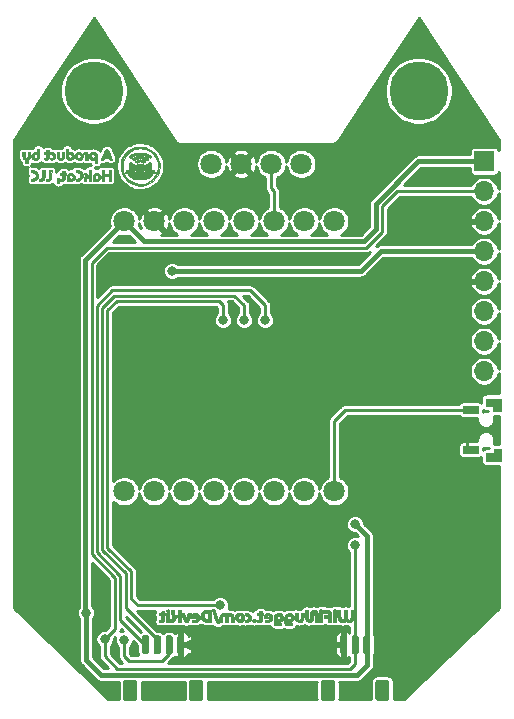
<source format=gbl>
G04 #@! TF.GenerationSoftware,KiCad,Pcbnew,5.1.5+dfsg1-2build2*
G04 #@! TF.CreationDate,2022-05-18T23:03:37-07:00*
G04 #@! TF.ProjectId,v3.0-Dev-Kit,76332e30-2d44-4657-962d-4b69742e6b69,rev?*
G04 #@! TF.SameCoordinates,Original*
G04 #@! TF.FileFunction,Copper,L2,Bot*
G04 #@! TF.FilePolarity,Positive*
%FSLAX46Y46*%
G04 Gerber Fmt 4.6, Leading zero omitted, Abs format (unit mm)*
G04 Created by KiCad (PCBNEW 5.1.5+dfsg1-2build2) date 2022-05-18 23:03:37*
%MOMM*%
%LPD*%
G04 APERTURE LIST*
%ADD10C,0.010000*%
%ADD11C,0.100000*%
%ADD12C,0.150000*%
%ADD13C,1.800000*%
%ADD14O,1.700000X1.700000*%
%ADD15R,1.700000X1.700000*%
%ADD16C,5.000000*%
%ADD17C,0.800000*%
%ADD18C,0.250000*%
%ADD19C,0.400000*%
%ADD20C,0.254000*%
G04 APERTURE END LIST*
D10*
G36*
X2063245Y-20257301D02*
G01*
X2167540Y-20332862D01*
X2230483Y-20420200D01*
X2271738Y-20544422D01*
X2272389Y-20665292D01*
X2238189Y-20775372D01*
X2174888Y-20867227D01*
X2088241Y-20933420D01*
X1984000Y-20966514D01*
X1867915Y-20959075D01*
X1824459Y-20945091D01*
X1727200Y-20906886D01*
X1727200Y-21055200D01*
X2133600Y-21055200D01*
X2133600Y-21258400D01*
X1866900Y-21258400D01*
X1743835Y-21257235D01*
X1660717Y-21252598D01*
X1606724Y-21242777D01*
X1571032Y-21226059D01*
X1550046Y-21208246D01*
X1515392Y-21165699D01*
X1492157Y-21113447D01*
X1478796Y-21041931D01*
X1473763Y-20941596D01*
X1475512Y-20802884D01*
X1476983Y-20756552D01*
X1487549Y-20593708D01*
X1488166Y-20590182D01*
X1736089Y-20590182D01*
X1747262Y-20662220D01*
X1788869Y-20719618D01*
X1858046Y-20749000D01*
X1879600Y-20750400D01*
X1955231Y-20729960D01*
X1996114Y-20687085D01*
X2024321Y-20603723D01*
X2005687Y-20522511D01*
X1943104Y-20455967D01*
X1942696Y-20455700D01*
X1893060Y-20428994D01*
X1853817Y-20433652D01*
X1816503Y-20455700D01*
X1758215Y-20516882D01*
X1736089Y-20590182D01*
X1488166Y-20590182D01*
X1508833Y-20472188D01*
X1544466Y-20383013D01*
X1598077Y-20317202D01*
X1673298Y-20265778D01*
X1676003Y-20264322D01*
X1806327Y-20219897D01*
X1939124Y-20218601D01*
X2063245Y-20257301D01*
G37*
X2063245Y-20257301D02*
X2167540Y-20332862D01*
X2230483Y-20420200D01*
X2271738Y-20544422D01*
X2272389Y-20665292D01*
X2238189Y-20775372D01*
X2174888Y-20867227D01*
X2088241Y-20933420D01*
X1984000Y-20966514D01*
X1867915Y-20959075D01*
X1824459Y-20945091D01*
X1727200Y-20906886D01*
X1727200Y-21055200D01*
X2133600Y-21055200D01*
X2133600Y-21258400D01*
X1866900Y-21258400D01*
X1743835Y-21257235D01*
X1660717Y-21252598D01*
X1606724Y-21242777D01*
X1571032Y-21226059D01*
X1550046Y-21208246D01*
X1515392Y-21165699D01*
X1492157Y-21113447D01*
X1478796Y-21041931D01*
X1473763Y-20941596D01*
X1475512Y-20802884D01*
X1476983Y-20756552D01*
X1487549Y-20593708D01*
X1488166Y-20590182D01*
X1736089Y-20590182D01*
X1747262Y-20662220D01*
X1788869Y-20719618D01*
X1858046Y-20749000D01*
X1879600Y-20750400D01*
X1955231Y-20729960D01*
X1996114Y-20687085D01*
X2024321Y-20603723D01*
X2005687Y-20522511D01*
X1943104Y-20455967D01*
X1942696Y-20455700D01*
X1893060Y-20428994D01*
X1853817Y-20433652D01*
X1816503Y-20455700D01*
X1758215Y-20516882D01*
X1736089Y-20590182D01*
X1488166Y-20590182D01*
X1508833Y-20472188D01*
X1544466Y-20383013D01*
X1598077Y-20317202D01*
X1673298Y-20265778D01*
X1676003Y-20264322D01*
X1806327Y-20219897D01*
X1939124Y-20218601D01*
X2063245Y-20257301D01*
G36*
X2926924Y-20239032D02*
G01*
X3040480Y-20301616D01*
X3121815Y-20400365D01*
X3165690Y-20530793D01*
X3167534Y-20543270D01*
X3164577Y-20675745D01*
X3123460Y-20791123D01*
X3051680Y-20882878D01*
X2956736Y-20944484D01*
X2846125Y-20969417D01*
X2727346Y-20951151D01*
X2707578Y-20943572D01*
X2612944Y-20904031D01*
X2620922Y-20973265D01*
X2627156Y-21008119D01*
X2643237Y-21029239D01*
X2680126Y-21040727D01*
X2748784Y-21046685D01*
X2825750Y-21049918D01*
X3022600Y-21057336D01*
X3022600Y-21258400D01*
X2760327Y-21258400D01*
X2640803Y-21257552D01*
X2560761Y-21253571D01*
X2508890Y-21244302D01*
X2473881Y-21227591D01*
X2444425Y-21201281D01*
X2440862Y-21197520D01*
X2418236Y-21170803D01*
X2402805Y-21141085D01*
X2393486Y-21099117D01*
X2389195Y-21035654D01*
X2388849Y-20941448D01*
X2391364Y-20807253D01*
X2391984Y-20780388D01*
X2395760Y-20638428D01*
X2396810Y-20615724D01*
X2632164Y-20615724D01*
X2650441Y-20688075D01*
X2665876Y-20710946D01*
X2721198Y-20742969D01*
X2795075Y-20747488D01*
X2863385Y-20724556D01*
X2881085Y-20710485D01*
X2918452Y-20641668D01*
X2917517Y-20562554D01*
X2882974Y-20489900D01*
X2819517Y-20440466D01*
X2803890Y-20434876D01*
X2737476Y-20437315D01*
X2682303Y-20477099D01*
X2644992Y-20540984D01*
X2632164Y-20615724D01*
X2396810Y-20615724D01*
X2400414Y-20537836D01*
X2407541Y-20469188D01*
X2418738Y-20423057D01*
X2435599Y-20390017D01*
X2459723Y-20360642D01*
X2463800Y-20356254D01*
X2570573Y-20268470D01*
X2691172Y-20224799D01*
X2786388Y-20217094D01*
X2926924Y-20239032D01*
G37*
X2926924Y-20239032D02*
X3040480Y-20301616D01*
X3121815Y-20400365D01*
X3165690Y-20530793D01*
X3167534Y-20543270D01*
X3164577Y-20675745D01*
X3123460Y-20791123D01*
X3051680Y-20882878D01*
X2956736Y-20944484D01*
X2846125Y-20969417D01*
X2727346Y-20951151D01*
X2707578Y-20943572D01*
X2612944Y-20904031D01*
X2620922Y-20973265D01*
X2627156Y-21008119D01*
X2643237Y-21029239D01*
X2680126Y-21040727D01*
X2748784Y-21046685D01*
X2825750Y-21049918D01*
X3022600Y-21057336D01*
X3022600Y-21258400D01*
X2760327Y-21258400D01*
X2640803Y-21257552D01*
X2560761Y-21253571D01*
X2508890Y-21244302D01*
X2473881Y-21227591D01*
X2444425Y-21201281D01*
X2440862Y-21197520D01*
X2418236Y-21170803D01*
X2402805Y-21141085D01*
X2393486Y-21099117D01*
X2389195Y-21035654D01*
X2388849Y-20941448D01*
X2391364Y-20807253D01*
X2391984Y-20780388D01*
X2395760Y-20638428D01*
X2396810Y-20615724D01*
X2632164Y-20615724D01*
X2650441Y-20688075D01*
X2665876Y-20710946D01*
X2721198Y-20742969D01*
X2795075Y-20747488D01*
X2863385Y-20724556D01*
X2881085Y-20710485D01*
X2918452Y-20641668D01*
X2917517Y-20562554D01*
X2882974Y-20489900D01*
X2819517Y-20440466D01*
X2803890Y-20434876D01*
X2737476Y-20437315D01*
X2682303Y-20477099D01*
X2644992Y-20540984D01*
X2632164Y-20615724D01*
X2396810Y-20615724D01*
X2400414Y-20537836D01*
X2407541Y-20469188D01*
X2418738Y-20423057D01*
X2435599Y-20390017D01*
X2459723Y-20360642D01*
X2463800Y-20356254D01*
X2570573Y-20268470D01*
X2691172Y-20224799D01*
X2786388Y-20217094D01*
X2926924Y-20239032D01*
G36*
X-3568545Y-19914571D02*
G01*
X-3533171Y-19920496D01*
X-3530600Y-19922881D01*
X-3522673Y-19948851D01*
X-3500392Y-20016167D01*
X-3466012Y-20118168D01*
X-3421788Y-20248192D01*
X-3369973Y-20399576D01*
X-3328638Y-20519781D01*
X-3126676Y-21106000D01*
X-3345915Y-21106000D01*
X-3540056Y-20540850D01*
X-3594967Y-20379677D01*
X-3643838Y-20233693D01*
X-3684355Y-20110020D01*
X-3714205Y-20015779D01*
X-3731072Y-19958092D01*
X-3733999Y-19943950D01*
X-3710136Y-19921532D01*
X-3643276Y-19912320D01*
X-3632200Y-19912200D01*
X-3568545Y-19914571D01*
G37*
X-3568545Y-19914571D02*
X-3533171Y-19920496D01*
X-3530600Y-19922881D01*
X-3522673Y-19948851D01*
X-3500392Y-20016167D01*
X-3466012Y-20118168D01*
X-3421788Y-20248192D01*
X-3369973Y-20399576D01*
X-3328638Y-20519781D01*
X-3126676Y-21106000D01*
X-3345915Y-21106000D01*
X-3540056Y-20540850D01*
X-3594967Y-20379677D01*
X-3643838Y-20233693D01*
X-3684355Y-20110020D01*
X-3714205Y-20015779D01*
X-3731072Y-19958092D01*
X-3733999Y-19943950D01*
X-3710136Y-19921532D01*
X-3643276Y-19912320D01*
X-3632200Y-19912200D01*
X-3568545Y-19914571D01*
G36*
X-6005690Y-20471575D02*
G01*
X-5974904Y-20574213D01*
X-5947117Y-20653173D01*
X-5925839Y-20699250D01*
X-5916096Y-20706525D01*
X-5901785Y-20674687D01*
X-5878842Y-20605702D01*
X-5851141Y-20511658D01*
X-5836526Y-20458300D01*
X-5775451Y-20229700D01*
X-5643626Y-20222022D01*
X-5569715Y-20221069D01*
X-5521881Y-20226884D01*
X-5511800Y-20233700D01*
X-5519329Y-20263719D01*
X-5539966Y-20332509D01*
X-5570786Y-20430634D01*
X-5608865Y-20548660D01*
X-5619750Y-20581922D01*
X-5665693Y-20718418D01*
X-5701684Y-20814809D01*
X-5731976Y-20879765D01*
X-5760818Y-20921957D01*
X-5792462Y-20950053D01*
X-5803900Y-20957500D01*
X-5882853Y-20995255D01*
X-5952349Y-20997790D01*
X-6007982Y-20980231D01*
X-6063308Y-20947302D01*
X-6087130Y-20924691D01*
X-6103256Y-20891003D01*
X-6130968Y-20820224D01*
X-6166374Y-20723646D01*
X-6205578Y-20612563D01*
X-6244687Y-20498268D01*
X-6279807Y-20392052D01*
X-6307044Y-20305209D01*
X-6322504Y-20249031D01*
X-6324600Y-20236012D01*
X-6301779Y-20225050D01*
X-6243570Y-20218180D01*
X-6200695Y-20217000D01*
X-6076789Y-20217000D01*
X-6005690Y-20471575D01*
G37*
X-6005690Y-20471575D02*
X-5974904Y-20574213D01*
X-5947117Y-20653173D01*
X-5925839Y-20699250D01*
X-5916096Y-20706525D01*
X-5901785Y-20674687D01*
X-5878842Y-20605702D01*
X-5851141Y-20511658D01*
X-5836526Y-20458300D01*
X-5775451Y-20229700D01*
X-5643626Y-20222022D01*
X-5569715Y-20221069D01*
X-5521881Y-20226884D01*
X-5511800Y-20233700D01*
X-5519329Y-20263719D01*
X-5539966Y-20332509D01*
X-5570786Y-20430634D01*
X-5608865Y-20548660D01*
X-5619750Y-20581922D01*
X-5665693Y-20718418D01*
X-5701684Y-20814809D01*
X-5731976Y-20879765D01*
X-5760818Y-20921957D01*
X-5792462Y-20950053D01*
X-5803900Y-20957500D01*
X-5882853Y-20995255D01*
X-5952349Y-20997790D01*
X-6007982Y-20980231D01*
X-6063308Y-20947302D01*
X-6087130Y-20924691D01*
X-6103256Y-20891003D01*
X-6130968Y-20820224D01*
X-6166374Y-20723646D01*
X-6205578Y-20612563D01*
X-6244687Y-20498268D01*
X-6279807Y-20392052D01*
X-6307044Y-20305209D01*
X-6322504Y-20249031D01*
X-6324600Y-20236012D01*
X-6301779Y-20225050D01*
X-6243570Y-20218180D01*
X-6200695Y-20217000D01*
X-6076789Y-20217000D01*
X-6005690Y-20471575D01*
G36*
X-1231486Y-20248281D02*
G01*
X-1129710Y-20307826D01*
X-1050544Y-20396856D01*
X-1003248Y-20514062D01*
X-997777Y-20545427D01*
X-1002511Y-20684410D01*
X-1051613Y-20807180D01*
X-1139403Y-20905143D01*
X-1260199Y-20969702D01*
X-1282700Y-20976491D01*
X-1359184Y-20995781D01*
X-1412274Y-21000595D01*
X-1466483Y-20989946D01*
X-1536700Y-20966248D01*
X-1657923Y-20899427D01*
X-1743426Y-20802536D01*
X-1789403Y-20684756D01*
X-1791047Y-20604350D01*
X-1549012Y-20604350D01*
X-1529187Y-20685547D01*
X-1477668Y-20743200D01*
X-1407900Y-20770562D01*
X-1333328Y-20760888D01*
X-1291051Y-20733763D01*
X-1253372Y-20669158D01*
X-1246443Y-20585969D01*
X-1269905Y-20505776D01*
X-1295400Y-20471000D01*
X-1348806Y-20429040D01*
X-1399698Y-20425518D01*
X-1455820Y-20449402D01*
X-1519278Y-20495369D01*
X-1545699Y-20556522D01*
X-1549012Y-20604350D01*
X-1791047Y-20604350D01*
X-1792052Y-20555270D01*
X-1755336Y-20438550D01*
X-1679442Y-20331075D01*
X-1579848Y-20259617D01*
X-1465817Y-20222870D01*
X-1346608Y-20219527D01*
X-1231486Y-20248281D01*
G37*
X-1231486Y-20248281D02*
X-1129710Y-20307826D01*
X-1050544Y-20396856D01*
X-1003248Y-20514062D01*
X-997777Y-20545427D01*
X-1002511Y-20684410D01*
X-1051613Y-20807180D01*
X-1139403Y-20905143D01*
X-1260199Y-20969702D01*
X-1282700Y-20976491D01*
X-1359184Y-20995781D01*
X-1412274Y-21000595D01*
X-1466483Y-20989946D01*
X-1536700Y-20966248D01*
X-1657923Y-20899427D01*
X-1743426Y-20802536D01*
X-1789403Y-20684756D01*
X-1791047Y-20604350D01*
X-1549012Y-20604350D01*
X-1529187Y-20685547D01*
X-1477668Y-20743200D01*
X-1407900Y-20770562D01*
X-1333328Y-20760888D01*
X-1291051Y-20733763D01*
X-1253372Y-20669158D01*
X-1246443Y-20585969D01*
X-1269905Y-20505776D01*
X-1295400Y-20471000D01*
X-1348806Y-20429040D01*
X-1399698Y-20425518D01*
X-1455820Y-20449402D01*
X-1519278Y-20495369D01*
X-1545699Y-20556522D01*
X-1549012Y-20604350D01*
X-1791047Y-20604350D01*
X-1792052Y-20555270D01*
X-1755336Y-20438550D01*
X-1679442Y-20331075D01*
X-1579848Y-20259617D01*
X-1465817Y-20222870D01*
X-1346608Y-20219527D01*
X-1231486Y-20248281D01*
G36*
X-130127Y-20713136D02*
G01*
X-76200Y-20750400D01*
X-32752Y-20812605D01*
X-35818Y-20872665D01*
X-85981Y-20940281D01*
X-87746Y-20942054D01*
X-137362Y-20986652D01*
X-175487Y-20999804D01*
X-223923Y-20988429D01*
X-228600Y-20986772D01*
X-292857Y-20941328D01*
X-324869Y-20872935D01*
X-320787Y-20798699D01*
X-283750Y-20741636D01*
X-209090Y-20703655D01*
X-130127Y-20713136D01*
G37*
X-130127Y-20713136D02*
X-76200Y-20750400D01*
X-32752Y-20812605D01*
X-35818Y-20872665D01*
X-85981Y-20940281D01*
X-87746Y-20942054D01*
X-137362Y-20986652D01*
X-175487Y-20999804D01*
X-223923Y-20988429D01*
X-228600Y-20986772D01*
X-292857Y-20941328D01*
X-324869Y-20872935D01*
X-320787Y-20798699D01*
X-283750Y-20741636D01*
X-209090Y-20703655D01*
X-130127Y-20713136D01*
G36*
X3517900Y-20229700D02*
G01*
X3525268Y-20469625D01*
X3532103Y-20601447D01*
X3545022Y-20690266D01*
X3567016Y-20743784D01*
X3601071Y-20769703D01*
X3644073Y-20775800D01*
X3704143Y-20764692D01*
X3745404Y-20727077D01*
X3770633Y-20656512D01*
X3782607Y-20546556D01*
X3784600Y-20449949D01*
X3784600Y-20217000D01*
X4013200Y-20217000D01*
X4013200Y-20484961D01*
X4009068Y-20642037D01*
X3994777Y-20757463D01*
X3967479Y-20839857D01*
X3924330Y-20897839D01*
X3863036Y-20939743D01*
X3754143Y-20977963D01*
X3633779Y-20992764D01*
X3527487Y-20981180D01*
X3521520Y-20979394D01*
X3425113Y-20935908D01*
X3355676Y-20870854D01*
X3309950Y-20777470D01*
X3284681Y-20648994D01*
X3276611Y-20478665D01*
X3276600Y-20470869D01*
X3276600Y-20214216D01*
X3517900Y-20229700D01*
G37*
X3517900Y-20229700D02*
X3525268Y-20469625D01*
X3532103Y-20601447D01*
X3545022Y-20690266D01*
X3567016Y-20743784D01*
X3601071Y-20769703D01*
X3644073Y-20775800D01*
X3704143Y-20764692D01*
X3745404Y-20727077D01*
X3770633Y-20656512D01*
X3782607Y-20546556D01*
X3784600Y-20449949D01*
X3784600Y-20217000D01*
X4013200Y-20217000D01*
X4013200Y-20484961D01*
X4009068Y-20642037D01*
X3994777Y-20757463D01*
X3967479Y-20839857D01*
X3924330Y-20897839D01*
X3863036Y-20939743D01*
X3754143Y-20977963D01*
X3633779Y-20992764D01*
X3527487Y-20981180D01*
X3521520Y-20979394D01*
X3425113Y-20935908D01*
X3355676Y-20870854D01*
X3309950Y-20777470D01*
X3284681Y-20648994D01*
X3276611Y-20478665D01*
X3276600Y-20470869D01*
X3276600Y-20214216D01*
X3517900Y-20229700D01*
G36*
X4984833Y-19970058D02*
G01*
X5067186Y-20003361D01*
X5116752Y-20043141D01*
X5153390Y-20093396D01*
X5178913Y-20161826D01*
X5195132Y-20256128D01*
X5203860Y-20384001D01*
X5206910Y-20553144D01*
X5207000Y-20597184D01*
X5207000Y-20979000D01*
X4954323Y-20979000D01*
X4947311Y-20591650D01*
X4940300Y-20204300D01*
X4813300Y-20204300D01*
X4800600Y-20513522D01*
X4794402Y-20645661D01*
X4787237Y-20737378D01*
X4777048Y-20799039D01*
X4761780Y-20841010D01*
X4739375Y-20873659D01*
X4726286Y-20888211D01*
X4657078Y-20939658D01*
X4565666Y-20981484D01*
X4477978Y-21002581D01*
X4457700Y-21003264D01*
X4418511Y-20993232D01*
X4358028Y-20970060D01*
X4353945Y-20968296D01*
X4281233Y-20922710D01*
X4220595Y-20864264D01*
X4200076Y-20834962D01*
X4185396Y-20801765D01*
X4175586Y-20756111D01*
X4169676Y-20689435D01*
X4166696Y-20593176D01*
X4165677Y-20458770D01*
X4165600Y-20378674D01*
X4165600Y-19963000D01*
X4419600Y-19963000D01*
X4419600Y-20353982D01*
X4420530Y-20509848D01*
X4423702Y-20621530D01*
X4429686Y-20695615D01*
X4439052Y-20738693D01*
X4452371Y-20757351D01*
X4454604Y-20758397D01*
X4493489Y-20761538D01*
X4520499Y-20732763D01*
X4537228Y-20666990D01*
X4545273Y-20559135D01*
X4546600Y-20465104D01*
X4554681Y-20285355D01*
X4580849Y-20149644D01*
X4627985Y-20053536D01*
X4698971Y-19992596D01*
X4796690Y-19962391D01*
X4876800Y-19957138D01*
X4984833Y-19970058D01*
G37*
X4984833Y-19970058D02*
X5067186Y-20003361D01*
X5116752Y-20043141D01*
X5153390Y-20093396D01*
X5178913Y-20161826D01*
X5195132Y-20256128D01*
X5203860Y-20384001D01*
X5206910Y-20553144D01*
X5207000Y-20597184D01*
X5207000Y-20979000D01*
X4954323Y-20979000D01*
X4947311Y-20591650D01*
X4940300Y-20204300D01*
X4813300Y-20204300D01*
X4800600Y-20513522D01*
X4794402Y-20645661D01*
X4787237Y-20737378D01*
X4777048Y-20799039D01*
X4761780Y-20841010D01*
X4739375Y-20873659D01*
X4726286Y-20888211D01*
X4657078Y-20939658D01*
X4565666Y-20981484D01*
X4477978Y-21002581D01*
X4457700Y-21003264D01*
X4418511Y-20993232D01*
X4358028Y-20970060D01*
X4353945Y-20968296D01*
X4281233Y-20922710D01*
X4220595Y-20864264D01*
X4200076Y-20834962D01*
X4185396Y-20801765D01*
X4175586Y-20756111D01*
X4169676Y-20689435D01*
X4166696Y-20593176D01*
X4165677Y-20458770D01*
X4165600Y-20378674D01*
X4165600Y-19963000D01*
X4419600Y-19963000D01*
X4419600Y-20353982D01*
X4420530Y-20509848D01*
X4423702Y-20621530D01*
X4429686Y-20695615D01*
X4439052Y-20738693D01*
X4452371Y-20757351D01*
X4454604Y-20758397D01*
X4493489Y-20761538D01*
X4520499Y-20732763D01*
X4537228Y-20666990D01*
X4545273Y-20559135D01*
X4546600Y-20465104D01*
X4554681Y-20285355D01*
X4580849Y-20149644D01*
X4627985Y-20053536D01*
X4698971Y-19992596D01*
X4796690Y-19962391D01*
X4876800Y-19957138D01*
X4984833Y-19970058D01*
G36*
X7137788Y-20312250D02*
G01*
X7139228Y-20441831D01*
X7142905Y-20553884D01*
X7148304Y-20638235D01*
X7154913Y-20684711D01*
X7156838Y-20689447D01*
X7217343Y-20740759D01*
X7292889Y-20754168D01*
X7365829Y-20730503D01*
X7415139Y-20677302D01*
X7425633Y-20632744D01*
X7434152Y-20548259D01*
X7439928Y-20434703D01*
X7442192Y-20302936D01*
X7442200Y-20294869D01*
X7442200Y-19963000D01*
X7696200Y-19963000D01*
X7696200Y-20307054D01*
X7696626Y-20445854D01*
X7698876Y-20543348D01*
X7704406Y-20609030D01*
X7714672Y-20652392D01*
X7731131Y-20682929D01*
X7755239Y-20710133D01*
X7758545Y-20713454D01*
X7812953Y-20761090D01*
X7855705Y-20770840D01*
X7906940Y-20743818D01*
X7934074Y-20723156D01*
X7960587Y-20700856D01*
X7978970Y-20676816D01*
X7990712Y-20641996D01*
X7997301Y-20587358D01*
X8000226Y-20503864D01*
X8000975Y-20382474D01*
X8001000Y-20316756D01*
X8001000Y-19963000D01*
X8255000Y-19963000D01*
X8255000Y-20334191D01*
X8252169Y-20513960D01*
X8242058Y-20651182D01*
X8222233Y-20753877D01*
X8190262Y-20830067D01*
X8143715Y-20887772D01*
X8080159Y-20935013D01*
X8071201Y-20940402D01*
X7973390Y-20975325D01*
X7853285Y-20986495D01*
X7733630Y-20973662D01*
X7651750Y-20945024D01*
X7590571Y-20918021D01*
X7544527Y-20918183D01*
X7498472Y-20938070D01*
X7371704Y-20981110D01*
X7236359Y-20990497D01*
X7169786Y-20980512D01*
X7074959Y-20950058D01*
X7003013Y-20907258D01*
X6951007Y-20845475D01*
X6916003Y-20758070D01*
X6895059Y-20638403D01*
X6885237Y-20479836D01*
X6883400Y-20333811D01*
X6883400Y-19963000D01*
X7137400Y-19963000D01*
X7137788Y-20312250D01*
G37*
X7137788Y-20312250D02*
X7139228Y-20441831D01*
X7142905Y-20553884D01*
X7148304Y-20638235D01*
X7154913Y-20684711D01*
X7156838Y-20689447D01*
X7217343Y-20740759D01*
X7292889Y-20754168D01*
X7365829Y-20730503D01*
X7415139Y-20677302D01*
X7425633Y-20632744D01*
X7434152Y-20548259D01*
X7439928Y-20434703D01*
X7442192Y-20302936D01*
X7442200Y-20294869D01*
X7442200Y-19963000D01*
X7696200Y-19963000D01*
X7696200Y-20307054D01*
X7696626Y-20445854D01*
X7698876Y-20543348D01*
X7704406Y-20609030D01*
X7714672Y-20652392D01*
X7731131Y-20682929D01*
X7755239Y-20710133D01*
X7758545Y-20713454D01*
X7812953Y-20761090D01*
X7855705Y-20770840D01*
X7906940Y-20743818D01*
X7934074Y-20723156D01*
X7960587Y-20700856D01*
X7978970Y-20676816D01*
X7990712Y-20641996D01*
X7997301Y-20587358D01*
X8000226Y-20503864D01*
X8000975Y-20382474D01*
X8001000Y-20316756D01*
X8001000Y-19963000D01*
X8255000Y-19963000D01*
X8255000Y-20334191D01*
X8252169Y-20513960D01*
X8242058Y-20651182D01*
X8222233Y-20753877D01*
X8190262Y-20830067D01*
X8143715Y-20887772D01*
X8080159Y-20935013D01*
X8071201Y-20940402D01*
X7973390Y-20975325D01*
X7853285Y-20986495D01*
X7733630Y-20973662D01*
X7651750Y-20945024D01*
X7590571Y-20918021D01*
X7544527Y-20918183D01*
X7498472Y-20938070D01*
X7371704Y-20981110D01*
X7236359Y-20990497D01*
X7169786Y-20980512D01*
X7074959Y-20950058D01*
X7003013Y-20907258D01*
X6951007Y-20845475D01*
X6916003Y-20758070D01*
X6895059Y-20638403D01*
X6885237Y-20479836D01*
X6883400Y-20333811D01*
X6883400Y-19963000D01*
X7137400Y-19963000D01*
X7137788Y-20312250D01*
G36*
X-7841816Y-20066808D02*
G01*
X-7808526Y-20079562D01*
X-7798447Y-20112052D01*
X-7797800Y-20140800D01*
X-7790966Y-20195258D01*
X-7761914Y-20215180D01*
X-7734300Y-20217000D01*
X-7693389Y-20222545D01*
X-7675205Y-20248702D01*
X-7670823Y-20309752D01*
X-7670800Y-20318600D01*
X-7674266Y-20384059D01*
X-7690615Y-20413153D01*
X-7728771Y-20420163D01*
X-7734300Y-20420200D01*
X-7764985Y-20422166D01*
X-7783743Y-20434754D01*
X-7793509Y-20467993D01*
X-7797216Y-20531916D01*
X-7797800Y-20636552D01*
X-7797800Y-20637254D01*
X-7799173Y-20745573D01*
X-7805271Y-20816444D01*
X-7819067Y-20863188D01*
X-7843534Y-20899126D01*
X-7860146Y-20916654D01*
X-7905173Y-20953062D01*
X-7958465Y-20971992D01*
X-8037955Y-20978625D01*
X-8076046Y-20979000D01*
X-8229600Y-20979000D01*
X-8229600Y-20878933D01*
X-8226543Y-20814221D01*
X-8207978Y-20784322D01*
X-8159818Y-20773271D01*
X-8134350Y-20770983D01*
X-8039100Y-20763100D01*
X-8031590Y-20591650D01*
X-8024079Y-20420200D01*
X-8229600Y-20420200D01*
X-8229600Y-20318600D01*
X-8227156Y-20253567D01*
X-8210048Y-20224670D01*
X-8163609Y-20217244D01*
X-8128000Y-20217000D01*
X-8062854Y-20213990D01*
X-8033893Y-20197684D01*
X-8026561Y-20157162D01*
X-8026400Y-20140800D01*
X-8023087Y-20093943D01*
X-8003956Y-20071750D01*
X-7955221Y-20065030D01*
X-7912100Y-20064600D01*
X-7841816Y-20066808D01*
G37*
X-7841816Y-20066808D02*
X-7808526Y-20079562D01*
X-7798447Y-20112052D01*
X-7797800Y-20140800D01*
X-7790966Y-20195258D01*
X-7761914Y-20215180D01*
X-7734300Y-20217000D01*
X-7693389Y-20222545D01*
X-7675205Y-20248702D01*
X-7670823Y-20309752D01*
X-7670800Y-20318600D01*
X-7674266Y-20384059D01*
X-7690615Y-20413153D01*
X-7728771Y-20420163D01*
X-7734300Y-20420200D01*
X-7764985Y-20422166D01*
X-7783743Y-20434754D01*
X-7793509Y-20467993D01*
X-7797216Y-20531916D01*
X-7797800Y-20636552D01*
X-7797800Y-20637254D01*
X-7799173Y-20745573D01*
X-7805271Y-20816444D01*
X-7819067Y-20863188D01*
X-7843534Y-20899126D01*
X-7860146Y-20916654D01*
X-7905173Y-20953062D01*
X-7958465Y-20971992D01*
X-8037955Y-20978625D01*
X-8076046Y-20979000D01*
X-8229600Y-20979000D01*
X-8229600Y-20878933D01*
X-8226543Y-20814221D01*
X-8207978Y-20784322D01*
X-8159818Y-20773271D01*
X-8134350Y-20770983D01*
X-8039100Y-20763100D01*
X-8031590Y-20591650D01*
X-8024079Y-20420200D01*
X-8229600Y-20420200D01*
X-8229600Y-20318600D01*
X-8227156Y-20253567D01*
X-8210048Y-20224670D01*
X-8163609Y-20217244D01*
X-8128000Y-20217000D01*
X-8062854Y-20213990D01*
X-8033893Y-20197684D01*
X-8026561Y-20157162D01*
X-8026400Y-20140800D01*
X-8023087Y-20093943D01*
X-8003956Y-20071750D01*
X-7955221Y-20065030D01*
X-7912100Y-20064600D01*
X-7841816Y-20066808D01*
G36*
X-7366000Y-20979000D02*
G01*
X-7594600Y-20979000D01*
X-7594600Y-20217000D01*
X-7366000Y-20217000D01*
X-7366000Y-20979000D01*
G37*
X-7366000Y-20979000D02*
X-7594600Y-20979000D01*
X-7594600Y-20217000D01*
X-7366000Y-20217000D01*
X-7366000Y-20979000D01*
G36*
X-6959600Y-20115400D02*
G01*
X-6949242Y-20235064D01*
X-6915096Y-20313447D01*
X-6852556Y-20356306D01*
X-6757015Y-20369399D01*
X-6756400Y-20369400D01*
X-6654800Y-20369400D01*
X-6654800Y-19963000D01*
X-6400800Y-19963000D01*
X-6400800Y-20979000D01*
X-6654800Y-20979000D01*
X-6654800Y-20598000D01*
X-6725549Y-20598000D01*
X-6765541Y-20603578D01*
X-6798431Y-20626825D01*
X-6833202Y-20677505D01*
X-6878039Y-20763762D01*
X-6937074Y-20869091D01*
X-6996068Y-20934128D01*
X-7067846Y-20967723D01*
X-7165231Y-20978730D01*
X-7189854Y-20979000D01*
X-7289800Y-20979000D01*
X-7289800Y-20864700D01*
X-7287210Y-20794202D01*
X-7274305Y-20760801D01*
X-7243387Y-20750861D01*
X-7225259Y-20750400D01*
X-7179215Y-20740226D01*
X-7143485Y-20701853D01*
X-7113956Y-20642450D01*
X-7086716Y-20574873D01*
X-7080635Y-20534709D01*
X-7095462Y-20503302D01*
X-7111824Y-20483700D01*
X-7165472Y-20411031D01*
X-7196948Y-20333079D01*
X-7211208Y-20233229D01*
X-7213600Y-20142469D01*
X-7213600Y-19963000D01*
X-6959600Y-19963000D01*
X-6959600Y-20115400D01*
G37*
X-6959600Y-20115400D02*
X-6949242Y-20235064D01*
X-6915096Y-20313447D01*
X-6852556Y-20356306D01*
X-6757015Y-20369399D01*
X-6756400Y-20369400D01*
X-6654800Y-20369400D01*
X-6654800Y-19963000D01*
X-6400800Y-19963000D01*
X-6400800Y-20979000D01*
X-6654800Y-20979000D01*
X-6654800Y-20598000D01*
X-6725549Y-20598000D01*
X-6765541Y-20603578D01*
X-6798431Y-20626825D01*
X-6833202Y-20677505D01*
X-6878039Y-20763762D01*
X-6937074Y-20869091D01*
X-6996068Y-20934128D01*
X-7067846Y-20967723D01*
X-7165231Y-20978730D01*
X-7189854Y-20979000D01*
X-7289800Y-20979000D01*
X-7289800Y-20864700D01*
X-7287210Y-20794202D01*
X-7274305Y-20760801D01*
X-7243387Y-20750861D01*
X-7225259Y-20750400D01*
X-7179215Y-20740226D01*
X-7143485Y-20701853D01*
X-7113956Y-20642450D01*
X-7086716Y-20574873D01*
X-7080635Y-20534709D01*
X-7095462Y-20503302D01*
X-7111824Y-20483700D01*
X-7165472Y-20411031D01*
X-7196948Y-20333079D01*
X-7211208Y-20233229D01*
X-7213600Y-20142469D01*
X-7213600Y-19963000D01*
X-6959600Y-19963000D01*
X-6959600Y-20115400D01*
G36*
X-4992947Y-20238767D02*
G01*
X-4883510Y-20301389D01*
X-4805884Y-20401885D01*
X-4763469Y-20537088D01*
X-4760032Y-20563037D01*
X-4766461Y-20699150D01*
X-4816014Y-20811223D01*
X-4905797Y-20896738D01*
X-5032920Y-20953176D01*
X-5194489Y-20978018D01*
X-5237782Y-20979000D01*
X-5410200Y-20979000D01*
X-5410200Y-20775800D01*
X-5260614Y-20775800D01*
X-5156593Y-20769733D01*
X-5086272Y-20749004D01*
X-5051064Y-20725845D01*
X-4991100Y-20675890D01*
X-5486400Y-20674200D01*
X-5486400Y-20584484D01*
X-5474960Y-20510914D01*
X-5257800Y-20510914D01*
X-5234930Y-20517107D01*
X-5176419Y-20521050D01*
X-5129907Y-20521800D01*
X-5055448Y-20520262D01*
X-5021782Y-20512291D01*
X-5018918Y-20492848D01*
X-5029200Y-20471000D01*
X-5076018Y-20430209D01*
X-5141853Y-20422816D01*
X-5206455Y-20449990D01*
X-5217886Y-20460114D01*
X-5249562Y-20496071D01*
X-5257800Y-20510914D01*
X-5474960Y-20510914D01*
X-5464979Y-20446728D01*
X-5404237Y-20336537D01*
X-5309455Y-20259367D01*
X-5185915Y-20220673D01*
X-5130800Y-20217189D01*
X-4992947Y-20238767D01*
G37*
X-4992947Y-20238767D02*
X-4883510Y-20301389D01*
X-4805884Y-20401885D01*
X-4763469Y-20537088D01*
X-4760032Y-20563037D01*
X-4766461Y-20699150D01*
X-4816014Y-20811223D01*
X-4905797Y-20896738D01*
X-5032920Y-20953176D01*
X-5194489Y-20978018D01*
X-5237782Y-20979000D01*
X-5410200Y-20979000D01*
X-5410200Y-20775800D01*
X-5260614Y-20775800D01*
X-5156593Y-20769733D01*
X-5086272Y-20749004D01*
X-5051064Y-20725845D01*
X-4991100Y-20675890D01*
X-5486400Y-20674200D01*
X-5486400Y-20584484D01*
X-5474960Y-20510914D01*
X-5257800Y-20510914D01*
X-5234930Y-20517107D01*
X-5176419Y-20521050D01*
X-5129907Y-20521800D01*
X-5055448Y-20520262D01*
X-5021782Y-20512291D01*
X-5018918Y-20492848D01*
X-5029200Y-20471000D01*
X-5076018Y-20430209D01*
X-5141853Y-20422816D01*
X-5206455Y-20449990D01*
X-5217886Y-20460114D01*
X-5249562Y-20496071D01*
X-5257800Y-20510914D01*
X-5474960Y-20510914D01*
X-5464979Y-20446728D01*
X-5404237Y-20336537D01*
X-5309455Y-20259367D01*
X-5185915Y-20220673D01*
X-5130800Y-20217189D01*
X-4992947Y-20238767D01*
G36*
X-3784600Y-20979000D02*
G01*
X-4032250Y-20976709D01*
X-4149781Y-20973229D01*
X-4257262Y-20965824D01*
X-4338328Y-20955798D01*
X-4363431Y-20950328D01*
X-4430413Y-20917968D01*
X-4507165Y-20862643D01*
X-4544248Y-20828952D01*
X-4631955Y-20709501D01*
X-4678964Y-20574930D01*
X-4684446Y-20483984D01*
X-4419600Y-20483984D01*
X-4412490Y-20569595D01*
X-4384508Y-20631407D01*
X-4345354Y-20676153D01*
X-4283752Y-20726045D01*
X-4216776Y-20747202D01*
X-4154854Y-20750400D01*
X-4038600Y-20750400D01*
X-4038600Y-20191600D01*
X-4128762Y-20191600D01*
X-4231004Y-20207237D01*
X-4323131Y-20248292D01*
X-4386626Y-20305979D01*
X-4393448Y-20317193D01*
X-4409474Y-20372040D01*
X-4418711Y-20451867D01*
X-4419600Y-20483984D01*
X-4684446Y-20483984D01*
X-4687424Y-20434600D01*
X-4659484Y-20297869D01*
X-4597293Y-20174097D01*
X-4503002Y-20072643D01*
X-4378758Y-20002865D01*
X-4352544Y-19994140D01*
X-4278880Y-19979859D01*
X-4173497Y-19969027D01*
X-4055446Y-19963408D01*
X-4016604Y-19963000D01*
X-3784600Y-19963000D01*
X-3784600Y-20979000D01*
G37*
X-3784600Y-20979000D02*
X-4032250Y-20976709D01*
X-4149781Y-20973229D01*
X-4257262Y-20965824D01*
X-4338328Y-20955798D01*
X-4363431Y-20950328D01*
X-4430413Y-20917968D01*
X-4507165Y-20862643D01*
X-4544248Y-20828952D01*
X-4631955Y-20709501D01*
X-4678964Y-20574930D01*
X-4684446Y-20483984D01*
X-4419600Y-20483984D01*
X-4412490Y-20569595D01*
X-4384508Y-20631407D01*
X-4345354Y-20676153D01*
X-4283752Y-20726045D01*
X-4216776Y-20747202D01*
X-4154854Y-20750400D01*
X-4038600Y-20750400D01*
X-4038600Y-20191600D01*
X-4128762Y-20191600D01*
X-4231004Y-20207237D01*
X-4323131Y-20248292D01*
X-4386626Y-20305979D01*
X-4393448Y-20317193D01*
X-4409474Y-20372040D01*
X-4418711Y-20451867D01*
X-4419600Y-20483984D01*
X-4684446Y-20483984D01*
X-4687424Y-20434600D01*
X-4659484Y-20297869D01*
X-4597293Y-20174097D01*
X-4503002Y-20072643D01*
X-4378758Y-20002865D01*
X-4352544Y-19994140D01*
X-4278880Y-19979859D01*
X-4173497Y-19969027D01*
X-4055446Y-19963408D01*
X-4016604Y-19963000D01*
X-3784600Y-19963000D01*
X-3784600Y-20979000D01*
G36*
X-2622107Y-20238190D02*
G01*
X-2582367Y-20254831D01*
X-2526514Y-20277786D01*
X-2479302Y-20273405D01*
X-2432162Y-20251873D01*
X-2338060Y-20223679D01*
X-2216600Y-20222783D01*
X-2123010Y-20236633D01*
X-2056455Y-20265731D01*
X-1998504Y-20314905D01*
X-1963762Y-20351235D01*
X-1940449Y-20384993D01*
X-1925908Y-20427263D01*
X-1917480Y-20489127D01*
X-1912505Y-20581669D01*
X-1909165Y-20687321D01*
X-1900629Y-20979000D01*
X-2159000Y-20979000D01*
X-2159000Y-20724455D01*
X-2159594Y-20608532D01*
X-2162917Y-20533050D01*
X-2171288Y-20487652D01*
X-2187023Y-20461982D01*
X-2212438Y-20445682D01*
X-2222397Y-20441025D01*
X-2278140Y-20425855D01*
X-2324241Y-20447466D01*
X-2336697Y-20458206D01*
X-2361125Y-20486801D01*
X-2376331Y-20526466D01*
X-2384388Y-20588731D01*
X-2387366Y-20685123D01*
X-2387600Y-20741636D01*
X-2387600Y-20979000D01*
X-2641600Y-20979000D01*
X-2641600Y-20724455D01*
X-2642194Y-20608532D01*
X-2645517Y-20533050D01*
X-2653888Y-20487652D01*
X-2669623Y-20461982D01*
X-2695038Y-20445682D01*
X-2704997Y-20441025D01*
X-2760740Y-20425855D01*
X-2806841Y-20447466D01*
X-2819297Y-20458206D01*
X-2843725Y-20486801D01*
X-2858931Y-20526466D01*
X-2866988Y-20588731D01*
X-2869966Y-20685123D01*
X-2870200Y-20741636D01*
X-2870200Y-20979000D01*
X-3124200Y-20979000D01*
X-3124200Y-20736884D01*
X-3118463Y-20574202D01*
X-3099342Y-20452682D01*
X-3063972Y-20363789D01*
X-3009487Y-20298986D01*
X-2966979Y-20268451D01*
X-2861661Y-20228834D01*
X-2738705Y-20218464D01*
X-2622107Y-20238190D01*
G37*
X-2622107Y-20238190D02*
X-2582367Y-20254831D01*
X-2526514Y-20277786D01*
X-2479302Y-20273405D01*
X-2432162Y-20251873D01*
X-2338060Y-20223679D01*
X-2216600Y-20222783D01*
X-2123010Y-20236633D01*
X-2056455Y-20265731D01*
X-1998504Y-20314905D01*
X-1963762Y-20351235D01*
X-1940449Y-20384993D01*
X-1925908Y-20427263D01*
X-1917480Y-20489127D01*
X-1912505Y-20581669D01*
X-1909165Y-20687321D01*
X-1900629Y-20979000D01*
X-2159000Y-20979000D01*
X-2159000Y-20724455D01*
X-2159594Y-20608532D01*
X-2162917Y-20533050D01*
X-2171288Y-20487652D01*
X-2187023Y-20461982D01*
X-2212438Y-20445682D01*
X-2222397Y-20441025D01*
X-2278140Y-20425855D01*
X-2324241Y-20447466D01*
X-2336697Y-20458206D01*
X-2361125Y-20486801D01*
X-2376331Y-20526466D01*
X-2384388Y-20588731D01*
X-2387366Y-20685123D01*
X-2387600Y-20741636D01*
X-2387600Y-20979000D01*
X-2641600Y-20979000D01*
X-2641600Y-20724455D01*
X-2642194Y-20608532D01*
X-2645517Y-20533050D01*
X-2653888Y-20487652D01*
X-2669623Y-20461982D01*
X-2695038Y-20445682D01*
X-2704997Y-20441025D01*
X-2760740Y-20425855D01*
X-2806841Y-20447466D01*
X-2819297Y-20458206D01*
X-2843725Y-20486801D01*
X-2858931Y-20526466D01*
X-2866988Y-20588731D01*
X-2869966Y-20685123D01*
X-2870200Y-20741636D01*
X-2870200Y-20979000D01*
X-3124200Y-20979000D01*
X-3124200Y-20736884D01*
X-3118463Y-20574202D01*
X-3099342Y-20452682D01*
X-3063972Y-20363789D01*
X-3009487Y-20298986D01*
X-2966979Y-20268451D01*
X-2861661Y-20228834D01*
X-2738705Y-20218464D01*
X-2622107Y-20238190D01*
G36*
X-774133Y-20235852D02*
G01*
X-747777Y-20240532D01*
X-606247Y-20287264D01*
X-499871Y-20364996D01*
X-432261Y-20467596D01*
X-407027Y-20588934D01*
X-427783Y-20722881D01*
X-441627Y-20760139D01*
X-511068Y-20863289D01*
X-618145Y-20934340D01*
X-759555Y-20971275D01*
X-792089Y-20974421D01*
X-939800Y-20985105D01*
X-939800Y-20880452D01*
X-937201Y-20814108D01*
X-921759Y-20784128D01*
X-882005Y-20776096D01*
X-856552Y-20775800D01*
X-755877Y-20757880D01*
X-688922Y-20707013D01*
X-660919Y-20627532D01*
X-660400Y-20613196D01*
X-680670Y-20524728D01*
X-741131Y-20467147D01*
X-838200Y-20441235D01*
X-898857Y-20430174D01*
X-925789Y-20401569D01*
X-935301Y-20347120D01*
X-935595Y-20277323D01*
X-914346Y-20238646D01*
X-863282Y-20226390D01*
X-774133Y-20235852D01*
G37*
X-774133Y-20235852D02*
X-747777Y-20240532D01*
X-606247Y-20287264D01*
X-499871Y-20364996D01*
X-432261Y-20467596D01*
X-407027Y-20588934D01*
X-427783Y-20722881D01*
X-441627Y-20760139D01*
X-511068Y-20863289D01*
X-618145Y-20934340D01*
X-759555Y-20971275D01*
X-792089Y-20974421D01*
X-939800Y-20985105D01*
X-939800Y-20880452D01*
X-937201Y-20814108D01*
X-921759Y-20784128D01*
X-882005Y-20776096D01*
X-856552Y-20775800D01*
X-755877Y-20757880D01*
X-688922Y-20707013D01*
X-660919Y-20627532D01*
X-660400Y-20613196D01*
X-680670Y-20524728D01*
X-741131Y-20467147D01*
X-838200Y-20441235D01*
X-898857Y-20430174D01*
X-925789Y-20401569D01*
X-935301Y-20347120D01*
X-935595Y-20277323D01*
X-914346Y-20238646D01*
X-863282Y-20226390D01*
X-774133Y-20235852D01*
G36*
X438584Y-20066808D02*
G01*
X471874Y-20079562D01*
X481953Y-20112052D01*
X482600Y-20140800D01*
X489434Y-20195258D01*
X518486Y-20215180D01*
X546100Y-20217000D01*
X587011Y-20222545D01*
X605195Y-20248702D01*
X609577Y-20309752D01*
X609600Y-20318600D01*
X606134Y-20384059D01*
X589785Y-20413153D01*
X551629Y-20420163D01*
X546100Y-20420200D01*
X515415Y-20422166D01*
X496657Y-20434754D01*
X486891Y-20467993D01*
X483184Y-20531916D01*
X482600Y-20636552D01*
X482600Y-20637254D01*
X481227Y-20745573D01*
X475129Y-20816444D01*
X461333Y-20863188D01*
X436866Y-20899126D01*
X420254Y-20916654D01*
X375227Y-20953062D01*
X321935Y-20971992D01*
X242445Y-20978625D01*
X204354Y-20979000D01*
X50800Y-20979000D01*
X50800Y-20878933D01*
X53857Y-20814221D01*
X72422Y-20784322D01*
X120582Y-20773271D01*
X146050Y-20770983D01*
X241300Y-20763100D01*
X248810Y-20591650D01*
X256321Y-20420200D01*
X50800Y-20420200D01*
X50800Y-20318600D01*
X53244Y-20253567D01*
X70352Y-20224670D01*
X116791Y-20217244D01*
X152400Y-20217000D01*
X217546Y-20213990D01*
X246507Y-20197684D01*
X253839Y-20157162D01*
X254000Y-20140800D01*
X257313Y-20093943D01*
X276444Y-20071750D01*
X325179Y-20065030D01*
X368300Y-20064600D01*
X438584Y-20066808D01*
G37*
X438584Y-20066808D02*
X471874Y-20079562D01*
X481953Y-20112052D01*
X482600Y-20140800D01*
X489434Y-20195258D01*
X518486Y-20215180D01*
X546100Y-20217000D01*
X587011Y-20222545D01*
X605195Y-20248702D01*
X609577Y-20309752D01*
X609600Y-20318600D01*
X606134Y-20384059D01*
X589785Y-20413153D01*
X551629Y-20420163D01*
X546100Y-20420200D01*
X515415Y-20422166D01*
X496657Y-20434754D01*
X486891Y-20467993D01*
X483184Y-20531916D01*
X482600Y-20636552D01*
X482600Y-20637254D01*
X481227Y-20745573D01*
X475129Y-20816444D01*
X461333Y-20863188D01*
X436866Y-20899126D01*
X420254Y-20916654D01*
X375227Y-20953062D01*
X321935Y-20971992D01*
X242445Y-20978625D01*
X204354Y-20979000D01*
X50800Y-20979000D01*
X50800Y-20878933D01*
X53857Y-20814221D01*
X72422Y-20784322D01*
X120582Y-20773271D01*
X146050Y-20770983D01*
X241300Y-20763100D01*
X248810Y-20591650D01*
X256321Y-20420200D01*
X50800Y-20420200D01*
X50800Y-20318600D01*
X53244Y-20253567D01*
X70352Y-20224670D01*
X116791Y-20217244D01*
X152400Y-20217000D01*
X217546Y-20213990D01*
X246507Y-20197684D01*
X253839Y-20157162D01*
X254000Y-20140800D01*
X257313Y-20093943D01*
X276444Y-20071750D01*
X325179Y-20065030D01*
X368300Y-20064600D01*
X438584Y-20066808D01*
G36*
X1120756Y-20234506D02*
G01*
X1192233Y-20263412D01*
X1290135Y-20341486D01*
X1348090Y-20449847D01*
X1366640Y-20589648D01*
X1365177Y-20629775D01*
X1339123Y-20761449D01*
X1278740Y-20860458D01*
X1181635Y-20928532D01*
X1045416Y-20967402D01*
X882650Y-20978858D01*
X736600Y-20979000D01*
X736600Y-20775800D01*
X887185Y-20775800D01*
X990355Y-20769992D01*
X1055860Y-20750748D01*
X1082341Y-20731350D01*
X1100553Y-20710177D01*
X1098484Y-20696590D01*
X1068395Y-20688378D01*
X1002550Y-20683328D01*
X900844Y-20679480D01*
X779367Y-20672043D01*
X695772Y-20659454D01*
X656255Y-20642674D01*
X655307Y-20641380D01*
X645409Y-20589417D01*
X654410Y-20510929D01*
X657087Y-20501480D01*
X889000Y-20501480D01*
X911711Y-20513600D01*
X969171Y-20520869D01*
X1003300Y-20521800D01*
X1071478Y-20517762D01*
X1112364Y-20507547D01*
X1117600Y-20501480D01*
X1095812Y-20459312D01*
X1044529Y-20427835D01*
X1003300Y-20420200D01*
X944002Y-20435693D01*
X899737Y-20472161D01*
X889000Y-20501480D01*
X657087Y-20501480D01*
X678764Y-20424967D01*
X707012Y-20363460D01*
X779065Y-20285867D01*
X881248Y-20236612D01*
X999749Y-20218542D01*
X1120756Y-20234506D01*
G37*
X1120756Y-20234506D02*
X1192233Y-20263412D01*
X1290135Y-20341486D01*
X1348090Y-20449847D01*
X1366640Y-20589648D01*
X1365177Y-20629775D01*
X1339123Y-20761449D01*
X1278740Y-20860458D01*
X1181635Y-20928532D01*
X1045416Y-20967402D01*
X882650Y-20978858D01*
X736600Y-20979000D01*
X736600Y-20775800D01*
X887185Y-20775800D01*
X990355Y-20769992D01*
X1055860Y-20750748D01*
X1082341Y-20731350D01*
X1100553Y-20710177D01*
X1098484Y-20696590D01*
X1068395Y-20688378D01*
X1002550Y-20683328D01*
X900844Y-20679480D01*
X779367Y-20672043D01*
X695772Y-20659454D01*
X656255Y-20642674D01*
X655307Y-20641380D01*
X645409Y-20589417D01*
X654410Y-20510929D01*
X657087Y-20501480D01*
X889000Y-20501480D01*
X911711Y-20513600D01*
X969171Y-20520869D01*
X1003300Y-20521800D01*
X1071478Y-20517762D01*
X1112364Y-20507547D01*
X1117600Y-20501480D01*
X1095812Y-20459312D01*
X1044529Y-20427835D01*
X1003300Y-20420200D01*
X944002Y-20435693D01*
X899737Y-20472161D01*
X889000Y-20501480D01*
X657087Y-20501480D01*
X678764Y-20424967D01*
X707012Y-20363460D01*
X779065Y-20285867D01*
X881248Y-20236612D01*
X999749Y-20218542D01*
X1120756Y-20234506D01*
G36*
X5562600Y-20979000D02*
G01*
X5334000Y-20979000D01*
X5334000Y-20217000D01*
X5562600Y-20217000D01*
X5562600Y-20979000D01*
G37*
X5562600Y-20979000D02*
X5334000Y-20979000D01*
X5334000Y-20217000D01*
X5562600Y-20217000D01*
X5562600Y-20979000D01*
G36*
X5899150Y-19963094D02*
G01*
X6022612Y-19965486D01*
X6108807Y-19973944D01*
X6171114Y-19990569D01*
X6215416Y-20012771D01*
X6272112Y-20052679D01*
X6313797Y-20098631D01*
X6342702Y-20158762D01*
X6361055Y-20241209D01*
X6371085Y-20354107D01*
X6375020Y-20505592D01*
X6375400Y-20596738D01*
X6375400Y-20979000D01*
X6096000Y-20979000D01*
X6096000Y-20623400D01*
X5715000Y-20623400D01*
X5715000Y-20394800D01*
X6099066Y-20394800D01*
X6083300Y-20204300D01*
X5873750Y-20196922D01*
X5664200Y-20189545D01*
X5664200Y-19963000D01*
X5899150Y-19963094D01*
G37*
X5899150Y-19963094D02*
X6022612Y-19965486D01*
X6108807Y-19973944D01*
X6171114Y-19990569D01*
X6215416Y-20012771D01*
X6272112Y-20052679D01*
X6313797Y-20098631D01*
X6342702Y-20158762D01*
X6361055Y-20241209D01*
X6371085Y-20354107D01*
X6375020Y-20505592D01*
X6375400Y-20596738D01*
X6375400Y-20979000D01*
X6096000Y-20979000D01*
X6096000Y-20623400D01*
X5715000Y-20623400D01*
X5715000Y-20394800D01*
X6099066Y-20394800D01*
X6083300Y-20204300D01*
X5873750Y-20196922D01*
X5664200Y-20189545D01*
X5664200Y-19963000D01*
X5899150Y-19963094D01*
G36*
X6731000Y-20979000D02*
G01*
X6502400Y-20979000D01*
X6502400Y-20217000D01*
X6731000Y-20217000D01*
X6731000Y-20979000D01*
G37*
X6731000Y-20979000D02*
X6502400Y-20979000D01*
X6502400Y-20217000D01*
X6731000Y-20217000D01*
X6731000Y-20979000D01*
G36*
X-7427405Y-19899754D02*
G01*
X-7382637Y-19933250D01*
X-7345788Y-20004146D01*
X-7350083Y-20075919D01*
X-7389498Y-20134202D01*
X-7458011Y-20164625D01*
X-7480300Y-20166200D01*
X-7545260Y-20149676D01*
X-7580086Y-20126285D01*
X-7615662Y-20058959D01*
X-7610029Y-19983590D01*
X-7573550Y-19928836D01*
X-7500935Y-19890915D01*
X-7427405Y-19899754D01*
G37*
X-7427405Y-19899754D02*
X-7382637Y-19933250D01*
X-7345788Y-20004146D01*
X-7350083Y-20075919D01*
X-7389498Y-20134202D01*
X-7458011Y-20164625D01*
X-7480300Y-20166200D01*
X-7545260Y-20149676D01*
X-7580086Y-20126285D01*
X-7615662Y-20058959D01*
X-7610029Y-19983590D01*
X-7573550Y-19928836D01*
X-7500935Y-19890915D01*
X-7427405Y-19899754D01*
G36*
X5544050Y-19931175D02*
G01*
X5545963Y-19933250D01*
X5580196Y-19999061D01*
X5585147Y-20073743D01*
X5559469Y-20133694D01*
X5557520Y-20135720D01*
X5499118Y-20162798D01*
X5425377Y-20160066D01*
X5360659Y-20129404D01*
X5350636Y-20119749D01*
X5313096Y-20056059D01*
X5321146Y-19989931D01*
X5348140Y-19943251D01*
X5407278Y-19896479D01*
X5478335Y-19892163D01*
X5544050Y-19931175D01*
G37*
X5544050Y-19931175D02*
X5545963Y-19933250D01*
X5580196Y-19999061D01*
X5585147Y-20073743D01*
X5559469Y-20133694D01*
X5557520Y-20135720D01*
X5499118Y-20162798D01*
X5425377Y-20160066D01*
X5360659Y-20129404D01*
X5350636Y-20119749D01*
X5313096Y-20056059D01*
X5321146Y-19989931D01*
X5348140Y-19943251D01*
X5407278Y-19896479D01*
X5478335Y-19892163D01*
X5544050Y-19931175D01*
G36*
X6665200Y-19899862D02*
G01*
X6723879Y-19940956D01*
X6754748Y-20010301D01*
X6756400Y-20033035D01*
X6735458Y-20103357D01*
X6683033Y-20148902D01*
X6614722Y-20163973D01*
X6546124Y-20142873D01*
X6519036Y-20119749D01*
X6481115Y-20047134D01*
X6489954Y-19973604D01*
X6523450Y-19928836D01*
X6593470Y-19893622D01*
X6665200Y-19899862D01*
G37*
X6665200Y-19899862D02*
X6723879Y-19940956D01*
X6754748Y-20010301D01*
X6756400Y-20033035D01*
X6735458Y-20103357D01*
X6683033Y-20148902D01*
X6614722Y-20163973D01*
X6546124Y-20142873D01*
X6519036Y-20119749D01*
X6481115Y-20047134D01*
X6489954Y-19973604D01*
X6523450Y-19928836D01*
X6593470Y-19893622D01*
X6665200Y-19899862D01*
G36*
X-9662638Y19260610D02*
G01*
X-9554126Y19252833D01*
X-9461391Y19237380D01*
X-9366957Y19211775D01*
X-9309818Y19193097D01*
X-9037520Y19075515D01*
X-8797476Y18919636D01*
X-8591827Y18728078D01*
X-8422713Y18503456D01*
X-8292275Y18248388D01*
X-8202654Y17965490D01*
X-8172055Y17802555D01*
X-8160788Y17560438D01*
X-8194000Y17301270D01*
X-8260702Y17060278D01*
X-8371486Y16812785D01*
X-8521718Y16590201D01*
X-8705624Y16395824D01*
X-8917433Y16232951D01*
X-9151373Y16104881D01*
X-9401670Y16014910D01*
X-9662554Y15966337D01*
X-9928250Y15962460D01*
X-10131092Y15991704D01*
X-10419392Y16078412D01*
X-10679298Y16206127D01*
X-10908279Y16372608D01*
X-11103801Y16575614D01*
X-11263335Y16812905D01*
X-11384348Y17082242D01*
X-11393615Y17109018D01*
X-11443277Y17312788D01*
X-11466861Y17540552D01*
X-11465706Y17629000D01*
X-11313550Y17629000D01*
X-11308136Y17447148D01*
X-11285281Y17291126D01*
X-11240186Y17139994D01*
X-11168053Y16972812D01*
X-11158768Y16953582D01*
X-11018318Y16721410D01*
X-10840486Y16521741D01*
X-10629410Y16357816D01*
X-10389231Y16232870D01*
X-10134600Y16152483D01*
X-9976664Y16121752D01*
X-9843189Y16109746D01*
X-9711512Y16116218D01*
X-9558968Y16140920D01*
X-9534067Y16145940D01*
X-9265205Y16225607D01*
X-9022978Y16347128D01*
X-8810571Y16507294D01*
X-8631172Y16702893D01*
X-8487967Y16930717D01*
X-8384142Y17187555D01*
X-8343967Y17344911D01*
X-8319553Y17477708D01*
X-8308824Y17585617D01*
X-8311865Y17688987D01*
X-8328763Y17808172D01*
X-8346317Y17899334D01*
X-8424714Y18161965D01*
X-8546599Y18402712D01*
X-8707732Y18617085D01*
X-8903873Y18800592D01*
X-9130781Y18948743D01*
X-9384216Y19057049D01*
X-9461500Y19080209D01*
X-9545733Y19095700D01*
X-9660451Y19107083D01*
X-9785391Y19112570D01*
X-9829800Y19112750D01*
X-10093392Y19091670D01*
X-10330500Y19031052D01*
X-10548543Y18927747D01*
X-10754943Y18778606D01*
X-10871453Y18670653D01*
X-11048429Y18467592D01*
X-11177754Y18257162D01*
X-11262579Y18031943D01*
X-11306051Y17784515D01*
X-11313550Y17629000D01*
X-11465706Y17629000D01*
X-11463832Y17772394D01*
X-11433650Y17988394D01*
X-11418953Y18048100D01*
X-11319931Y18313594D01*
X-11177641Y18558220D01*
X-10997136Y18775816D01*
X-10783465Y18960221D01*
X-10559454Y19096511D01*
X-10392814Y19172002D01*
X-10238086Y19222200D01*
X-10077313Y19251070D01*
X-9892539Y19262575D01*
X-9804400Y19263187D01*
X-9662638Y19260610D01*
G37*
X-9662638Y19260610D02*
X-9554126Y19252833D01*
X-9461391Y19237380D01*
X-9366957Y19211775D01*
X-9309818Y19193097D01*
X-9037520Y19075515D01*
X-8797476Y18919636D01*
X-8591827Y18728078D01*
X-8422713Y18503456D01*
X-8292275Y18248388D01*
X-8202654Y17965490D01*
X-8172055Y17802555D01*
X-8160788Y17560438D01*
X-8194000Y17301270D01*
X-8260702Y17060278D01*
X-8371486Y16812785D01*
X-8521718Y16590201D01*
X-8705624Y16395824D01*
X-8917433Y16232951D01*
X-9151373Y16104881D01*
X-9401670Y16014910D01*
X-9662554Y15966337D01*
X-9928250Y15962460D01*
X-10131092Y15991704D01*
X-10419392Y16078412D01*
X-10679298Y16206127D01*
X-10908279Y16372608D01*
X-11103801Y16575614D01*
X-11263335Y16812905D01*
X-11384348Y17082242D01*
X-11393615Y17109018D01*
X-11443277Y17312788D01*
X-11466861Y17540552D01*
X-11465706Y17629000D01*
X-11313550Y17629000D01*
X-11308136Y17447148D01*
X-11285281Y17291126D01*
X-11240186Y17139994D01*
X-11168053Y16972812D01*
X-11158768Y16953582D01*
X-11018318Y16721410D01*
X-10840486Y16521741D01*
X-10629410Y16357816D01*
X-10389231Y16232870D01*
X-10134600Y16152483D01*
X-9976664Y16121752D01*
X-9843189Y16109746D01*
X-9711512Y16116218D01*
X-9558968Y16140920D01*
X-9534067Y16145940D01*
X-9265205Y16225607D01*
X-9022978Y16347128D01*
X-8810571Y16507294D01*
X-8631172Y16702893D01*
X-8487967Y16930717D01*
X-8384142Y17187555D01*
X-8343967Y17344911D01*
X-8319553Y17477708D01*
X-8308824Y17585617D01*
X-8311865Y17688987D01*
X-8328763Y17808172D01*
X-8346317Y17899334D01*
X-8424714Y18161965D01*
X-8546599Y18402712D01*
X-8707732Y18617085D01*
X-8903873Y18800592D01*
X-9130781Y18948743D01*
X-9384216Y19057049D01*
X-9461500Y19080209D01*
X-9545733Y19095700D01*
X-9660451Y19107083D01*
X-9785391Y19112570D01*
X-9829800Y19112750D01*
X-10093392Y19091670D01*
X-10330500Y19031052D01*
X-10548543Y18927747D01*
X-10754943Y18778606D01*
X-10871453Y18670653D01*
X-11048429Y18467592D01*
X-11177754Y18257162D01*
X-11262579Y18031943D01*
X-11306051Y17784515D01*
X-11313550Y17629000D01*
X-11465706Y17629000D01*
X-11463832Y17772394D01*
X-11433650Y17988394D01*
X-11418953Y18048100D01*
X-11319931Y18313594D01*
X-11177641Y18558220D01*
X-10997136Y18775816D01*
X-10783465Y18960221D01*
X-10559454Y19096511D01*
X-10392814Y19172002D01*
X-10238086Y19222200D01*
X-10077313Y19251070D01*
X-9892539Y19262575D01*
X-9804400Y19263187D01*
X-9662638Y19260610D01*
G36*
X-16731455Y16602798D02*
G01*
X-16692880Y16582520D01*
X-16668271Y16530037D01*
X-16664294Y16460717D01*
X-16681566Y16402591D01*
X-16688744Y16393617D01*
X-16702096Y16349808D01*
X-16688744Y16297983D01*
X-16669537Y16239929D01*
X-16662400Y16204947D01*
X-16683671Y16188906D01*
X-16732333Y16181841D01*
X-16785662Y16184414D01*
X-16820936Y16197288D01*
X-16823327Y16200250D01*
X-16836459Y16233609D01*
X-16857959Y16299122D01*
X-16874582Y16353744D01*
X-16898920Y16474698D01*
X-16889369Y16558021D01*
X-16845965Y16603605D01*
X-16795109Y16613000D01*
X-16731455Y16602798D01*
G37*
X-16731455Y16602798D02*
X-16692880Y16582520D01*
X-16668271Y16530037D01*
X-16664294Y16460717D01*
X-16681566Y16402591D01*
X-16688744Y16393617D01*
X-16702096Y16349808D01*
X-16688744Y16297983D01*
X-16669537Y16239929D01*
X-16662400Y16204947D01*
X-16683671Y16188906D01*
X-16732333Y16181841D01*
X-16785662Y16184414D01*
X-16820936Y16197288D01*
X-16823327Y16200250D01*
X-16836459Y16233609D01*
X-16857959Y16299122D01*
X-16874582Y16353744D01*
X-16898920Y16474698D01*
X-16889369Y16558021D01*
X-16845965Y16603605D01*
X-16795109Y16613000D01*
X-16731455Y16602798D01*
G36*
X-15567023Y17028322D02*
G01*
X-15471163Y16976760D01*
X-15399513Y16894624D01*
X-15355391Y16790431D01*
X-15346825Y16674170D01*
X-15371381Y16561152D01*
X-15426626Y16466687D01*
X-15474157Y16424846D01*
X-15554240Y16388005D01*
X-15642929Y16369440D01*
X-15716204Y16373864D01*
X-15722600Y16376078D01*
X-15772513Y16404677D01*
X-15805150Y16429752D01*
X-15838637Y16454750D01*
X-15849008Y16443062D01*
X-15849600Y16426437D01*
X-15864574Y16396380D01*
X-15916088Y16384916D01*
X-15938500Y16384400D01*
X-16027400Y16384400D01*
X-16027400Y16590112D01*
X-16016719Y16755259D01*
X-15819879Y16755259D01*
X-15819328Y16675212D01*
X-15793587Y16602204D01*
X-15747422Y16551358D01*
X-15698915Y16536800D01*
X-15647626Y16550759D01*
X-15601252Y16576341D01*
X-15554546Y16636002D01*
X-15544800Y16698486D01*
X-15561846Y16793991D01*
X-15610741Y16853671D01*
X-15684500Y16873350D01*
X-15750950Y16857522D01*
X-15790470Y16827221D01*
X-15819879Y16755259D01*
X-16016719Y16755259D01*
X-16016425Y16759793D01*
X-15981833Y16886658D01*
X-15921124Y16974093D01*
X-15831801Y17025484D01*
X-15711364Y17044216D01*
X-15692112Y17044426D01*
X-15567023Y17028322D01*
G37*
X-15567023Y17028322D02*
X-15471163Y16976760D01*
X-15399513Y16894624D01*
X-15355391Y16790431D01*
X-15346825Y16674170D01*
X-15371381Y16561152D01*
X-15426626Y16466687D01*
X-15474157Y16424846D01*
X-15554240Y16388005D01*
X-15642929Y16369440D01*
X-15716204Y16373864D01*
X-15722600Y16376078D01*
X-15772513Y16404677D01*
X-15805150Y16429752D01*
X-15838637Y16454750D01*
X-15849008Y16443062D01*
X-15849600Y16426437D01*
X-15864574Y16396380D01*
X-15916088Y16384916D01*
X-15938500Y16384400D01*
X-16027400Y16384400D01*
X-16027400Y16590112D01*
X-16016719Y16755259D01*
X-15819879Y16755259D01*
X-15819328Y16675212D01*
X-15793587Y16602204D01*
X-15747422Y16551358D01*
X-15698915Y16536800D01*
X-15647626Y16550759D01*
X-15601252Y16576341D01*
X-15554546Y16636002D01*
X-15544800Y16698486D01*
X-15561846Y16793991D01*
X-15610741Y16853671D01*
X-15684500Y16873350D01*
X-15750950Y16857522D01*
X-15790470Y16827221D01*
X-15819879Y16755259D01*
X-16016719Y16755259D01*
X-16016425Y16759793D01*
X-15981833Y16886658D01*
X-15921124Y16974093D01*
X-15831801Y17025484D01*
X-15711364Y17044216D01*
X-15692112Y17044426D01*
X-15567023Y17028322D01*
G36*
X-13368722Y17024888D02*
G01*
X-13263416Y16967185D01*
X-13193737Y16874743D01*
X-13162391Y16750613D01*
X-13163511Y16657866D01*
X-13196092Y16539678D01*
X-13263045Y16447396D01*
X-13355310Y16388045D01*
X-13463827Y16368651D01*
X-13525500Y16377141D01*
X-13583860Y16400253D01*
X-13608050Y16415644D01*
X-13635374Y16427176D01*
X-13639800Y16412911D01*
X-13662636Y16394429D01*
X-13721344Y16384902D01*
X-13741400Y16384400D01*
X-13843000Y16384400D01*
X-13843000Y16588862D01*
X-13833654Y16715397D01*
X-13639800Y16715397D01*
X-13621912Y16627842D01*
X-13575553Y16567602D01*
X-13511684Y16541105D01*
X-13441265Y16554774D01*
X-13406851Y16578837D01*
X-13373636Y16635697D01*
X-13360807Y16713329D01*
X-13369062Y16789529D01*
X-13398579Y16841665D01*
X-13471344Y16875064D01*
X-13544009Y16866186D01*
X-13603505Y16821874D01*
X-13636761Y16748967D01*
X-13639800Y16715397D01*
X-13833654Y16715397D01*
X-13830354Y16760062D01*
X-13791346Y16889078D01*
X-13724374Y16978084D01*
X-13627836Y17029254D01*
X-13506944Y17044800D01*
X-13368722Y17024888D01*
G37*
X-13368722Y17024888D02*
X-13263416Y16967185D01*
X-13193737Y16874743D01*
X-13162391Y16750613D01*
X-13163511Y16657866D01*
X-13196092Y16539678D01*
X-13263045Y16447396D01*
X-13355310Y16388045D01*
X-13463827Y16368651D01*
X-13525500Y16377141D01*
X-13583860Y16400253D01*
X-13608050Y16415644D01*
X-13635374Y16427176D01*
X-13639800Y16412911D01*
X-13662636Y16394429D01*
X-13721344Y16384902D01*
X-13741400Y16384400D01*
X-13843000Y16384400D01*
X-13843000Y16588862D01*
X-13833654Y16715397D01*
X-13639800Y16715397D01*
X-13621912Y16627842D01*
X-13575553Y16567602D01*
X-13511684Y16541105D01*
X-13441265Y16554774D01*
X-13406851Y16578837D01*
X-13373636Y16635697D01*
X-13360807Y16713329D01*
X-13369062Y16789529D01*
X-13398579Y16841665D01*
X-13471344Y16875064D01*
X-13544009Y16866186D01*
X-13603505Y16821874D01*
X-13636761Y16748967D01*
X-13639800Y16715397D01*
X-13833654Y16715397D01*
X-13830354Y16760062D01*
X-13791346Y16889078D01*
X-13724374Y16978084D01*
X-13627836Y17029254D01*
X-13506944Y17044800D01*
X-13368722Y17024888D01*
G36*
X-18899897Y17268649D02*
G01*
X-18740486Y17237047D01*
X-18615345Y17169582D01*
X-18527074Y17069137D01*
X-18478270Y16938597D01*
X-18470625Y16792086D01*
X-18503246Y16643913D01*
X-18575176Y16526065D01*
X-18682728Y16441815D01*
X-18822213Y16394437D01*
X-18929350Y16384958D01*
X-19050000Y16384400D01*
X-19050000Y16473300D01*
X-19046167Y16532600D01*
X-19024342Y16557137D01*
X-18969042Y16562180D01*
X-18959839Y16562200D01*
X-18857597Y16577838D01*
X-18765470Y16618893D01*
X-18701975Y16676580D01*
X-18695153Y16687794D01*
X-18677254Y16746380D01*
X-18669055Y16822822D01*
X-18669000Y16828900D01*
X-18676129Y16905350D01*
X-18693459Y16966648D01*
X-18695153Y16970007D01*
X-18751693Y17029712D01*
X-18840124Y17074331D01*
X-18941929Y17095079D01*
X-18959839Y17095600D01*
X-19019572Y17099222D01*
X-19044593Y17120325D01*
X-19049960Y17174264D01*
X-19050000Y17187553D01*
X-19050000Y17279506D01*
X-18899897Y17268649D01*
G37*
X-18899897Y17268649D02*
X-18740486Y17237047D01*
X-18615345Y17169582D01*
X-18527074Y17069137D01*
X-18478270Y16938597D01*
X-18470625Y16792086D01*
X-18503246Y16643913D01*
X-18575176Y16526065D01*
X-18682728Y16441815D01*
X-18822213Y16394437D01*
X-18929350Y16384958D01*
X-19050000Y16384400D01*
X-19050000Y16473300D01*
X-19046167Y16532600D01*
X-19024342Y16557137D01*
X-18969042Y16562180D01*
X-18959839Y16562200D01*
X-18857597Y16577838D01*
X-18765470Y16618893D01*
X-18701975Y16676580D01*
X-18695153Y16687794D01*
X-18677254Y16746380D01*
X-18669055Y16822822D01*
X-18669000Y16828900D01*
X-18676129Y16905350D01*
X-18693459Y16966648D01*
X-18695153Y16970007D01*
X-18751693Y17029712D01*
X-18840124Y17074331D01*
X-18941929Y17095079D01*
X-18959839Y17095600D01*
X-19019572Y17099222D01*
X-19044593Y17120325D01*
X-19049960Y17174264D01*
X-19050000Y17187553D01*
X-19050000Y17279506D01*
X-18899897Y17268649D01*
G36*
X-17911477Y16902954D02*
G01*
X-17919700Y16532507D01*
X-18002651Y16458454D01*
X-18055050Y16417112D01*
X-18106695Y16394752D01*
X-18176373Y16385756D01*
X-18250301Y16384400D01*
X-18415000Y16384400D01*
X-18415000Y16559665D01*
X-18268950Y16567283D01*
X-18122900Y16574900D01*
X-18115834Y16924150D01*
X-18108767Y17273400D01*
X-17903253Y17273400D01*
X-17911477Y16902954D01*
G37*
X-17911477Y16902954D02*
X-17919700Y16532507D01*
X-18002651Y16458454D01*
X-18055050Y16417112D01*
X-18106695Y16394752D01*
X-18176373Y16385756D01*
X-18250301Y16384400D01*
X-18415000Y16384400D01*
X-18415000Y16559665D01*
X-18268950Y16567283D01*
X-18122900Y16574900D01*
X-18115834Y16924150D01*
X-18108767Y17273400D01*
X-17903253Y17273400D01*
X-17911477Y16902954D01*
G36*
X-17327277Y16902954D02*
G01*
X-17335500Y16532507D01*
X-17418451Y16458454D01*
X-17470850Y16417112D01*
X-17522495Y16394752D01*
X-17592173Y16385756D01*
X-17666101Y16384400D01*
X-17830800Y16384400D01*
X-17830800Y16562200D01*
X-17708880Y16562200D01*
X-17630402Y16568210D01*
X-17571515Y16583426D01*
X-17556480Y16592681D01*
X-17541441Y16633941D01*
X-17531511Y16723167D01*
X-17526601Y16861402D01*
X-17526000Y16948281D01*
X-17526000Y17273400D01*
X-17319053Y17273400D01*
X-17327277Y16902954D01*
G37*
X-17327277Y16902954D02*
X-17335500Y16532507D01*
X-17418451Y16458454D01*
X-17470850Y16417112D01*
X-17522495Y16394752D01*
X-17592173Y16385756D01*
X-17666101Y16384400D01*
X-17830800Y16384400D01*
X-17830800Y16562200D01*
X-17708880Y16562200D01*
X-17630402Y16568210D01*
X-17571515Y16583426D01*
X-17556480Y16592681D01*
X-17541441Y16633941D01*
X-17531511Y16723167D01*
X-17526601Y16861402D01*
X-17526000Y16948281D01*
X-17526000Y17273400D01*
X-17319053Y17273400D01*
X-17327277Y16902954D01*
G36*
X-16241654Y17194191D02*
G01*
X-16212693Y17177885D01*
X-16205361Y17137363D01*
X-16205200Y17121000D01*
X-16197217Y17065224D01*
X-16167514Y17045587D01*
X-16154400Y17044800D01*
X-16119388Y17034856D01*
X-16105261Y16996034D01*
X-16103600Y16955900D01*
X-16109283Y16894629D01*
X-16131467Y16869906D01*
X-16154400Y16867000D01*
X-16180619Y16862402D01*
X-16195879Y16841514D01*
X-16203088Y16793695D01*
X-16205149Y16708304D01*
X-16205200Y16680928D01*
X-16212794Y16552017D01*
X-16239550Y16465068D01*
X-16291431Y16412988D01*
X-16374401Y16388684D01*
X-16454488Y16384400D01*
X-16586200Y16384400D01*
X-16586200Y16473300D01*
X-16582269Y16532884D01*
X-16560085Y16557320D01*
X-16504067Y16562189D01*
X-16497300Y16562200D01*
X-16408400Y16562200D01*
X-16408400Y16867000D01*
X-16497300Y16867000D01*
X-16556884Y16870932D01*
X-16581320Y16893116D01*
X-16586189Y16949134D01*
X-16586200Y16955900D01*
X-16582269Y17015484D01*
X-16560085Y17039920D01*
X-16504067Y17044789D01*
X-16497300Y17044800D01*
X-16437572Y17049048D01*
X-16413074Y17070594D01*
X-16408400Y17121000D01*
X-16404388Y17169861D01*
X-16382647Y17191581D01*
X-16328617Y17197080D01*
X-16306800Y17197200D01*
X-16241654Y17194191D01*
G37*
X-16241654Y17194191D02*
X-16212693Y17177885D01*
X-16205361Y17137363D01*
X-16205200Y17121000D01*
X-16197217Y17065224D01*
X-16167514Y17045587D01*
X-16154400Y17044800D01*
X-16119388Y17034856D01*
X-16105261Y16996034D01*
X-16103600Y16955900D01*
X-16109283Y16894629D01*
X-16131467Y16869906D01*
X-16154400Y16867000D01*
X-16180619Y16862402D01*
X-16195879Y16841514D01*
X-16203088Y16793695D01*
X-16205149Y16708304D01*
X-16205200Y16680928D01*
X-16212794Y16552017D01*
X-16239550Y16465068D01*
X-16291431Y16412988D01*
X-16374401Y16388684D01*
X-16454488Y16384400D01*
X-16586200Y16384400D01*
X-16586200Y16473300D01*
X-16582269Y16532884D01*
X-16560085Y16557320D01*
X-16504067Y16562189D01*
X-16497300Y16562200D01*
X-16408400Y16562200D01*
X-16408400Y16867000D01*
X-16497300Y16867000D01*
X-16556884Y16870932D01*
X-16581320Y16893116D01*
X-16586189Y16949134D01*
X-16586200Y16955900D01*
X-16582269Y17015484D01*
X-16560085Y17039920D01*
X-16504067Y17044789D01*
X-16497300Y17044800D01*
X-16437572Y17049048D01*
X-16413074Y17070594D01*
X-16408400Y17121000D01*
X-16404388Y17169861D01*
X-16382647Y17191581D01*
X-16328617Y17197080D01*
X-16306800Y17197200D01*
X-16241654Y17194191D01*
G36*
X-15115297Y17268649D02*
G01*
X-14955886Y17237047D01*
X-14830745Y17169582D01*
X-14742474Y17069137D01*
X-14693670Y16938597D01*
X-14686025Y16792086D01*
X-14718646Y16643913D01*
X-14790576Y16526065D01*
X-14898128Y16441815D01*
X-15037613Y16394437D01*
X-15144750Y16384958D01*
X-15265400Y16384400D01*
X-15265400Y16473300D01*
X-15261567Y16532600D01*
X-15239742Y16557137D01*
X-15184442Y16562180D01*
X-15175239Y16562200D01*
X-15072997Y16577838D01*
X-14980870Y16618893D01*
X-14917375Y16676580D01*
X-14910553Y16687794D01*
X-14892654Y16746380D01*
X-14884455Y16822822D01*
X-14884400Y16828900D01*
X-14891529Y16905350D01*
X-14908859Y16966648D01*
X-14910553Y16970007D01*
X-14967093Y17029712D01*
X-15055524Y17074331D01*
X-15157329Y17095079D01*
X-15175239Y17095600D01*
X-15234972Y17099222D01*
X-15259993Y17120325D01*
X-15265360Y17174264D01*
X-15265400Y17187553D01*
X-15265400Y17279506D01*
X-15115297Y17268649D01*
G37*
X-15115297Y17268649D02*
X-14955886Y17237047D01*
X-14830745Y17169582D01*
X-14742474Y17069137D01*
X-14693670Y16938597D01*
X-14686025Y16792086D01*
X-14718646Y16643913D01*
X-14790576Y16526065D01*
X-14898128Y16441815D01*
X-15037613Y16394437D01*
X-15144750Y16384958D01*
X-15265400Y16384400D01*
X-15265400Y16473300D01*
X-15261567Y16532600D01*
X-15239742Y16557137D01*
X-15184442Y16562180D01*
X-15175239Y16562200D01*
X-15072997Y16577838D01*
X-14980870Y16618893D01*
X-14917375Y16676580D01*
X-14910553Y16687794D01*
X-14892654Y16746380D01*
X-14884455Y16822822D01*
X-14884400Y16828900D01*
X-14891529Y16905350D01*
X-14908859Y16966648D01*
X-14910553Y16970007D01*
X-14967093Y17029712D01*
X-15055524Y17074331D01*
X-15157329Y17095079D01*
X-15175239Y17095600D01*
X-15234972Y17099222D01*
X-15259993Y17120325D01*
X-15265360Y17174264D01*
X-15265400Y17187553D01*
X-15265400Y17279506D01*
X-15115297Y17268649D01*
G36*
X-13970000Y16384400D02*
G01*
X-14173200Y16384400D01*
X-14173200Y16511400D01*
X-14175491Y16587002D01*
X-14186267Y16624724D01*
X-14211382Y16637421D01*
X-14231049Y16638400D01*
X-14319583Y16616881D01*
X-14379621Y16558411D01*
X-14401800Y16472123D01*
X-14401800Y16471860D01*
X-14404964Y16415858D01*
X-14424214Y16390970D01*
X-14474192Y16384592D01*
X-14503400Y16384400D01*
X-14568447Y16387065D01*
X-14597354Y16403725D01*
X-14604770Y16447381D01*
X-14605000Y16474562D01*
X-14590377Y16572657D01*
X-14552357Y16663218D01*
X-14499713Y16726941D01*
X-14486231Y16735899D01*
X-14465172Y16753703D01*
X-14465105Y16780755D01*
X-14489028Y16828815D01*
X-14524331Y16885435D01*
X-14567658Y16955605D01*
X-14596940Y17008102D01*
X-14605000Y17027974D01*
X-14582487Y17038629D01*
X-14526420Y17044440D01*
X-14506048Y17044800D01*
X-14447635Y17040915D01*
X-14405996Y17022256D01*
X-14366203Y16978318D01*
X-14325600Y16917800D01*
X-14268607Y16835724D01*
X-14227299Y16795204D01*
X-14199399Y16798142D01*
X-14182627Y16846434D01*
X-14174705Y16941981D01*
X-14173200Y17044800D01*
X-14173200Y17298800D01*
X-13970000Y17298800D01*
X-13970000Y16384400D01*
G37*
X-13970000Y16384400D02*
X-14173200Y16384400D01*
X-14173200Y16511400D01*
X-14175491Y16587002D01*
X-14186267Y16624724D01*
X-14211382Y16637421D01*
X-14231049Y16638400D01*
X-14319583Y16616881D01*
X-14379621Y16558411D01*
X-14401800Y16472123D01*
X-14401800Y16471860D01*
X-14404964Y16415858D01*
X-14424214Y16390970D01*
X-14474192Y16384592D01*
X-14503400Y16384400D01*
X-14568447Y16387065D01*
X-14597354Y16403725D01*
X-14604770Y16447381D01*
X-14605000Y16474562D01*
X-14590377Y16572657D01*
X-14552357Y16663218D01*
X-14499713Y16726941D01*
X-14486231Y16735899D01*
X-14465172Y16753703D01*
X-14465105Y16780755D01*
X-14489028Y16828815D01*
X-14524331Y16885435D01*
X-14567658Y16955605D01*
X-14596940Y17008102D01*
X-14605000Y17027974D01*
X-14582487Y17038629D01*
X-14526420Y17044440D01*
X-14506048Y17044800D01*
X-14447635Y17040915D01*
X-14405996Y17022256D01*
X-14366203Y16978318D01*
X-14325600Y16917800D01*
X-14268607Y16835724D01*
X-14227299Y16795204D01*
X-14199399Y16798142D01*
X-14182627Y16846434D01*
X-14174705Y16941981D01*
X-14173200Y17044800D01*
X-14173200Y17298800D01*
X-13970000Y17298800D01*
X-13970000Y16384400D01*
G36*
X-12852400Y16917800D02*
G01*
X-12496800Y16917800D01*
X-12496800Y17273400D01*
X-12293600Y17273400D01*
X-12293600Y16384400D01*
X-12496800Y16384400D01*
X-12496800Y16740000D01*
X-12852400Y16740000D01*
X-12852400Y16384400D01*
X-13055600Y16384400D01*
X-13055600Y17273400D01*
X-12852400Y17273400D01*
X-12852400Y16917800D01*
G37*
X-12852400Y16917800D02*
X-12496800Y16917800D01*
X-12496800Y17273400D01*
X-12293600Y17273400D01*
X-12293600Y16384400D01*
X-12496800Y16384400D01*
X-12496800Y16740000D01*
X-12852400Y16740000D01*
X-12852400Y16384400D01*
X-13055600Y16384400D01*
X-13055600Y17273400D01*
X-12852400Y17273400D01*
X-12852400Y16917800D01*
G36*
X-13709296Y18806435D02*
G01*
X-13657271Y18788330D01*
X-13586788Y18748260D01*
X-13534626Y18690626D01*
X-13498463Y18608496D01*
X-13475976Y18494934D01*
X-13464844Y18343007D01*
X-13462558Y18206850D01*
X-13462000Y17883000D01*
X-13665200Y17883000D01*
X-13665200Y18186543D01*
X-13730354Y18161772D01*
X-13848824Y18139623D01*
X-13961329Y18159639D01*
X-14055507Y18217682D01*
X-14109271Y18288569D01*
X-14132422Y18359324D01*
X-14146163Y18451517D01*
X-14147318Y18479900D01*
X-13954760Y18479900D01*
X-13944926Y18408699D01*
X-13921269Y18355394D01*
X-13921170Y18355274D01*
X-13862838Y18319994D01*
X-13789982Y18318719D01*
X-13724307Y18349846D01*
X-13704741Y18371252D01*
X-13671195Y18452821D01*
X-13675585Y18533601D01*
X-13712521Y18600319D01*
X-13776610Y18639702D01*
X-13815931Y18645000D01*
X-13894241Y18624842D01*
X-13940952Y18565531D01*
X-13954760Y18479900D01*
X-14147318Y18479900D01*
X-14147800Y18491712D01*
X-14142266Y18578926D01*
X-14119054Y18642032D01*
X-14068257Y18707124D01*
X-14064378Y18711376D01*
X-13962027Y18788012D01*
X-13840829Y18820235D01*
X-13709296Y18806435D01*
G37*
X-13709296Y18806435D02*
X-13657271Y18788330D01*
X-13586788Y18748260D01*
X-13534626Y18690626D01*
X-13498463Y18608496D01*
X-13475976Y18494934D01*
X-13464844Y18343007D01*
X-13462558Y18206850D01*
X-13462000Y17883000D01*
X-13665200Y17883000D01*
X-13665200Y18186543D01*
X-13730354Y18161772D01*
X-13848824Y18139623D01*
X-13961329Y18159639D01*
X-14055507Y18217682D01*
X-14109271Y18288569D01*
X-14132422Y18359324D01*
X-14146163Y18451517D01*
X-14147318Y18479900D01*
X-13954760Y18479900D01*
X-13944926Y18408699D01*
X-13921269Y18355394D01*
X-13921170Y18355274D01*
X-13862838Y18319994D01*
X-13789982Y18318719D01*
X-13724307Y18349846D01*
X-13704741Y18371252D01*
X-13671195Y18452821D01*
X-13675585Y18533601D01*
X-13712521Y18600319D01*
X-13776610Y18639702D01*
X-13815931Y18645000D01*
X-13894241Y18624842D01*
X-13940952Y18565531D01*
X-13954760Y18479900D01*
X-14147318Y18479900D01*
X-14147800Y18491712D01*
X-14142266Y18578926D01*
X-14119054Y18642032D01*
X-14068257Y18707124D01*
X-14064378Y18711376D01*
X-13962027Y18788012D01*
X-13840829Y18820235D01*
X-13709296Y18806435D01*
G36*
X-19583400Y18586580D02*
G01*
X-19579864Y18463675D01*
X-19566937Y18383190D01*
X-19541145Y18337091D01*
X-19499011Y18317345D01*
X-19465835Y18314800D01*
X-19403906Y18326030D01*
X-19362832Y18364292D01*
X-19339286Y18436448D01*
X-19329937Y18549359D01*
X-19329400Y18596015D01*
X-19329400Y18797400D01*
X-19151600Y18797400D01*
X-19151600Y18558049D01*
X-19152728Y18443605D01*
X-19157921Y18366836D01*
X-19169893Y18314635D01*
X-19191360Y18273894D01*
X-19217358Y18240549D01*
X-19267615Y18190685D01*
X-19310795Y18163874D01*
X-19318958Y18162400D01*
X-19341981Y18146134D01*
X-19353024Y18092242D01*
X-19354800Y18035400D01*
X-19354800Y17908400D01*
X-19558000Y17908400D01*
X-19558000Y18029832D01*
X-19560990Y18104873D01*
X-19575709Y18146132D01*
X-19610785Y18170531D01*
X-19634645Y18180193D01*
X-19703374Y18226331D01*
X-19750535Y18307234D01*
X-19777739Y18427286D01*
X-19786599Y18590869D01*
X-19786600Y18593385D01*
X-19786600Y18797400D01*
X-19583400Y18797400D01*
X-19583400Y18586580D01*
G37*
X-19583400Y18586580D02*
X-19579864Y18463675D01*
X-19566937Y18383190D01*
X-19541145Y18337091D01*
X-19499011Y18317345D01*
X-19465835Y18314800D01*
X-19403906Y18326030D01*
X-19362832Y18364292D01*
X-19339286Y18436448D01*
X-19329937Y18549359D01*
X-19329400Y18596015D01*
X-19329400Y18797400D01*
X-19151600Y18797400D01*
X-19151600Y18558049D01*
X-19152728Y18443605D01*
X-19157921Y18366836D01*
X-19169893Y18314635D01*
X-19191360Y18273894D01*
X-19217358Y18240549D01*
X-19267615Y18190685D01*
X-19310795Y18163874D01*
X-19318958Y18162400D01*
X-19341981Y18146134D01*
X-19353024Y18092242D01*
X-19354800Y18035400D01*
X-19354800Y17908400D01*
X-19558000Y17908400D01*
X-19558000Y18029832D01*
X-19560990Y18104873D01*
X-19575709Y18146132D01*
X-19610785Y18170531D01*
X-19634645Y18180193D01*
X-19703374Y18226331D01*
X-19750535Y18307234D01*
X-19777739Y18427286D01*
X-19786599Y18590869D01*
X-19786600Y18593385D01*
X-19786600Y18797400D01*
X-19583400Y18797400D01*
X-19583400Y18586580D01*
G36*
X-18364200Y18718770D02*
G01*
X-18365312Y18567762D01*
X-18369263Y18458332D01*
X-18376975Y18381293D01*
X-18389372Y18327462D01*
X-18407375Y18287650D01*
X-18407534Y18287380D01*
X-18484181Y18204224D01*
X-18589066Y18154128D01*
X-18709567Y18139969D01*
X-18833058Y18164629D01*
X-18871745Y18181490D01*
X-18952535Y18247808D01*
X-19011807Y18346131D01*
X-19041985Y18459614D01*
X-19041420Y18479900D01*
X-18846800Y18479900D01*
X-18827420Y18404021D01*
X-18778280Y18347490D01*
X-18712881Y18316880D01*
X-18644722Y18318764D01*
X-18590831Y18355274D01*
X-18567140Y18408458D01*
X-18557241Y18479653D01*
X-18557240Y18479900D01*
X-18574191Y18573029D01*
X-18624065Y18628579D01*
X-18696070Y18645000D01*
X-18769121Y18622190D01*
X-18823871Y18563678D01*
X-18846738Y18484343D01*
X-18846800Y18479900D01*
X-19041420Y18479900D01*
X-19039350Y18554111D01*
X-18998827Y18660209D01*
X-18927743Y18744289D01*
X-18837014Y18800475D01*
X-18737559Y18822889D01*
X-18640296Y18805652D01*
X-18606037Y18787387D01*
X-18542000Y18745429D01*
X-18542000Y19076800D01*
X-18364200Y19076800D01*
X-18364200Y18718770D01*
G37*
X-18364200Y18718770D02*
X-18365312Y18567762D01*
X-18369263Y18458332D01*
X-18376975Y18381293D01*
X-18389372Y18327462D01*
X-18407375Y18287650D01*
X-18407534Y18287380D01*
X-18484181Y18204224D01*
X-18589066Y18154128D01*
X-18709567Y18139969D01*
X-18833058Y18164629D01*
X-18871745Y18181490D01*
X-18952535Y18247808D01*
X-19011807Y18346131D01*
X-19041985Y18459614D01*
X-19041420Y18479900D01*
X-18846800Y18479900D01*
X-18827420Y18404021D01*
X-18778280Y18347490D01*
X-18712881Y18316880D01*
X-18644722Y18318764D01*
X-18590831Y18355274D01*
X-18567140Y18408458D01*
X-18557241Y18479653D01*
X-18557240Y18479900D01*
X-18574191Y18573029D01*
X-18624065Y18628579D01*
X-18696070Y18645000D01*
X-18769121Y18622190D01*
X-18823871Y18563678D01*
X-18846738Y18484343D01*
X-18846800Y18479900D01*
X-19041420Y18479900D01*
X-19039350Y18554111D01*
X-18998827Y18660209D01*
X-18927743Y18744289D01*
X-18837014Y18800475D01*
X-18737559Y18822889D01*
X-18640296Y18805652D01*
X-18606037Y18787387D01*
X-18542000Y18745429D01*
X-18542000Y19076800D01*
X-18364200Y19076800D01*
X-18364200Y18718770D01*
G36*
X-16687800Y18586580D02*
G01*
X-16684264Y18463675D01*
X-16671337Y18383190D01*
X-16645545Y18337091D01*
X-16603411Y18317345D01*
X-16570235Y18314800D01*
X-16508306Y18326030D01*
X-16467232Y18364292D01*
X-16443686Y18436448D01*
X-16434337Y18549359D01*
X-16433800Y18596015D01*
X-16433800Y18797400D01*
X-16256000Y18797400D01*
X-16256000Y18556501D01*
X-16256937Y18442693D01*
X-16261672Y18366682D01*
X-16273097Y18315474D01*
X-16294103Y18276074D01*
X-16327359Y18235738D01*
X-16386014Y18182415D01*
X-16452644Y18155373D01*
X-16524209Y18145576D01*
X-16660039Y18152101D01*
X-16730447Y18176539D01*
X-16804447Y18231943D01*
X-16854028Y18313879D01*
X-16881955Y18429494D01*
X-16890992Y18585934D01*
X-16891000Y18591689D01*
X-16891000Y18797400D01*
X-16687800Y18797400D01*
X-16687800Y18586580D01*
G37*
X-16687800Y18586580D02*
X-16684264Y18463675D01*
X-16671337Y18383190D01*
X-16645545Y18337091D01*
X-16603411Y18317345D01*
X-16570235Y18314800D01*
X-16508306Y18326030D01*
X-16467232Y18364292D01*
X-16443686Y18436448D01*
X-16434337Y18549359D01*
X-16433800Y18596015D01*
X-16433800Y18797400D01*
X-16256000Y18797400D01*
X-16256000Y18556501D01*
X-16256937Y18442693D01*
X-16261672Y18366682D01*
X-16273097Y18315474D01*
X-16294103Y18276074D01*
X-16327359Y18235738D01*
X-16386014Y18182415D01*
X-16452644Y18155373D01*
X-16524209Y18145576D01*
X-16660039Y18152101D01*
X-16730447Y18176539D01*
X-16804447Y18231943D01*
X-16854028Y18313879D01*
X-16881955Y18429494D01*
X-16890992Y18585934D01*
X-16891000Y18591689D01*
X-16891000Y18797400D01*
X-16687800Y18797400D01*
X-16687800Y18586580D01*
G36*
X-15925800Y18921683D02*
G01*
X-15924314Y18836984D01*
X-15917705Y18793324D01*
X-15902745Y18780975D01*
X-15881350Y18787691D01*
X-15830035Y18800428D01*
X-15751791Y18808171D01*
X-15713946Y18809211D01*
X-15631915Y18804411D01*
X-15576521Y18782825D01*
X-15524083Y18734669D01*
X-15518457Y18728426D01*
X-15466930Y18653186D01*
X-15432312Y18571072D01*
X-15428830Y18556128D01*
X-15428442Y18457445D01*
X-15455622Y18351142D01*
X-15503164Y18256808D01*
X-15561448Y18195578D01*
X-15652482Y18159026D01*
X-15765422Y18144597D01*
X-15876014Y18153613D01*
X-15939805Y18174968D01*
X-15999410Y18211375D01*
X-16042808Y18255854D01*
X-16072458Y18316568D01*
X-16090819Y18401685D01*
X-16097154Y18479900D01*
X-15910560Y18479900D01*
X-15900726Y18408699D01*
X-15877069Y18355394D01*
X-15876970Y18355274D01*
X-15818638Y18319994D01*
X-15745782Y18318719D01*
X-15680107Y18349846D01*
X-15660541Y18371252D01*
X-15626995Y18452821D01*
X-15631385Y18533601D01*
X-15668321Y18600319D01*
X-15732410Y18639702D01*
X-15771731Y18645000D01*
X-15850041Y18624842D01*
X-15896752Y18565531D01*
X-15910560Y18479900D01*
X-16097154Y18479900D01*
X-16100352Y18519368D01*
X-16103515Y18677784D01*
X-16103600Y18718770D01*
X-16103600Y19076800D01*
X-15925800Y19076800D01*
X-15925800Y18921683D01*
G37*
X-15925800Y18921683D02*
X-15924314Y18836984D01*
X-15917705Y18793324D01*
X-15902745Y18780975D01*
X-15881350Y18787691D01*
X-15830035Y18800428D01*
X-15751791Y18808171D01*
X-15713946Y18809211D01*
X-15631915Y18804411D01*
X-15576521Y18782825D01*
X-15524083Y18734669D01*
X-15518457Y18728426D01*
X-15466930Y18653186D01*
X-15432312Y18571072D01*
X-15428830Y18556128D01*
X-15428442Y18457445D01*
X-15455622Y18351142D01*
X-15503164Y18256808D01*
X-15561448Y18195578D01*
X-15652482Y18159026D01*
X-15765422Y18144597D01*
X-15876014Y18153613D01*
X-15939805Y18174968D01*
X-15999410Y18211375D01*
X-16042808Y18255854D01*
X-16072458Y18316568D01*
X-16090819Y18401685D01*
X-16097154Y18479900D01*
X-15910560Y18479900D01*
X-15900726Y18408699D01*
X-15877069Y18355394D01*
X-15876970Y18355274D01*
X-15818638Y18319994D01*
X-15745782Y18318719D01*
X-15680107Y18349846D01*
X-15660541Y18371252D01*
X-15626995Y18452821D01*
X-15631385Y18533601D01*
X-15668321Y18600319D01*
X-15732410Y18639702D01*
X-15771731Y18645000D01*
X-15850041Y18624842D01*
X-15896752Y18565531D01*
X-15910560Y18479900D01*
X-16097154Y18479900D01*
X-16100352Y18519368D01*
X-16103515Y18677784D01*
X-16103600Y18718770D01*
X-16103600Y19076800D01*
X-15925800Y19076800D01*
X-15925800Y18921683D01*
G36*
X-14914396Y18802394D02*
G01*
X-14807015Y18748534D01*
X-14718464Y18657390D01*
X-14706463Y18638883D01*
X-14664416Y18527032D01*
X-14666435Y18414064D01*
X-14706867Y18309285D01*
X-14780060Y18221997D01*
X-14880360Y18161506D01*
X-15002113Y18137115D01*
X-15011400Y18137000D01*
X-15096604Y18149709D01*
X-15182196Y18180585D01*
X-15187634Y18183413D01*
X-15284276Y18261621D01*
X-15343679Y18366092D01*
X-15361650Y18479900D01*
X-15163800Y18479900D01*
X-15142744Y18399153D01*
X-15088501Y18339297D01*
X-15014457Y18314838D01*
X-15011400Y18314800D01*
X-14933491Y18337170D01*
X-14898541Y18371252D01*
X-14864757Y18453263D01*
X-14869341Y18534127D01*
X-14906873Y18600698D01*
X-14971933Y18639826D01*
X-15011400Y18645000D01*
X-15085937Y18622189D01*
X-15141188Y18563426D01*
X-15163766Y18483212D01*
X-15163800Y18479900D01*
X-15361650Y18479900D01*
X-15362495Y18485250D01*
X-15337381Y18607519D01*
X-15320588Y18643434D01*
X-15243702Y18739491D01*
X-15143320Y18797951D01*
X-15030024Y18818892D01*
X-14914396Y18802394D01*
G37*
X-14914396Y18802394D02*
X-14807015Y18748534D01*
X-14718464Y18657390D01*
X-14706463Y18638883D01*
X-14664416Y18527032D01*
X-14666435Y18414064D01*
X-14706867Y18309285D01*
X-14780060Y18221997D01*
X-14880360Y18161506D01*
X-15002113Y18137115D01*
X-15011400Y18137000D01*
X-15096604Y18149709D01*
X-15182196Y18180585D01*
X-15187634Y18183413D01*
X-15284276Y18261621D01*
X-15343679Y18366092D01*
X-15361650Y18479900D01*
X-15163800Y18479900D01*
X-15142744Y18399153D01*
X-15088501Y18339297D01*
X-15014457Y18314838D01*
X-15011400Y18314800D01*
X-14933491Y18337170D01*
X-14898541Y18371252D01*
X-14864757Y18453263D01*
X-14869341Y18534127D01*
X-14906873Y18600698D01*
X-14971933Y18639826D01*
X-15011400Y18645000D01*
X-15085937Y18622189D01*
X-15141188Y18563426D01*
X-15163766Y18483212D01*
X-15163800Y18479900D01*
X-15361650Y18479900D01*
X-15362495Y18485250D01*
X-15337381Y18607519D01*
X-15320588Y18643434D01*
X-15243702Y18739491D01*
X-15143320Y18797951D01*
X-15030024Y18818892D01*
X-14914396Y18802394D01*
G36*
X-17587950Y18972509D02*
G01*
X-17559041Y18955892D01*
X-17551628Y18912533D01*
X-17551400Y18886300D01*
X-17545718Y18825029D01*
X-17523534Y18800306D01*
X-17500600Y18797400D01*
X-17463416Y18785426D01*
X-17450325Y18740871D01*
X-17449800Y18721200D01*
X-17458197Y18664891D01*
X-17488367Y18645493D01*
X-17497911Y18645000D01*
X-17522164Y18639456D01*
X-17537666Y18616167D01*
X-17547206Y18565153D01*
X-17553577Y18476431D01*
X-17555352Y18439540D01*
X-17565217Y18317102D01*
X-17586514Y18236740D01*
X-17626734Y18189883D01*
X-17693368Y18167961D01*
X-17793904Y18162404D01*
X-17797555Y18162400D01*
X-17875653Y18163813D01*
X-17915676Y18172843D01*
X-17930350Y18196682D01*
X-17932400Y18238600D01*
X-17927445Y18289796D01*
X-17902308Y18310795D01*
X-17843500Y18314800D01*
X-17754600Y18314800D01*
X-17754600Y18645000D01*
X-17843500Y18645000D01*
X-17903229Y18649248D01*
X-17927727Y18670794D01*
X-17932400Y18721200D01*
X-17927445Y18772396D01*
X-17902308Y18793395D01*
X-17843500Y18797400D01*
X-17783917Y18801332D01*
X-17759481Y18823516D01*
X-17754612Y18879534D01*
X-17754600Y18886300D01*
X-17751525Y18943220D01*
X-17732533Y18968515D01*
X-17682980Y18975002D01*
X-17653000Y18975200D01*
X-17587950Y18972509D01*
G37*
X-17587950Y18972509D02*
X-17559041Y18955892D01*
X-17551628Y18912533D01*
X-17551400Y18886300D01*
X-17545718Y18825029D01*
X-17523534Y18800306D01*
X-17500600Y18797400D01*
X-17463416Y18785426D01*
X-17450325Y18740871D01*
X-17449800Y18721200D01*
X-17458197Y18664891D01*
X-17488367Y18645493D01*
X-17497911Y18645000D01*
X-17522164Y18639456D01*
X-17537666Y18616167D01*
X-17547206Y18565153D01*
X-17553577Y18476431D01*
X-17555352Y18439540D01*
X-17565217Y18317102D01*
X-17586514Y18236740D01*
X-17626734Y18189883D01*
X-17693368Y18167961D01*
X-17793904Y18162404D01*
X-17797555Y18162400D01*
X-17875653Y18163813D01*
X-17915676Y18172843D01*
X-17930350Y18196682D01*
X-17932400Y18238600D01*
X-17927445Y18289796D01*
X-17902308Y18310795D01*
X-17843500Y18314800D01*
X-17754600Y18314800D01*
X-17754600Y18645000D01*
X-17843500Y18645000D01*
X-17903229Y18649248D01*
X-17927727Y18670794D01*
X-17932400Y18721200D01*
X-17927445Y18772396D01*
X-17902308Y18793395D01*
X-17843500Y18797400D01*
X-17783917Y18801332D01*
X-17759481Y18823516D01*
X-17754612Y18879534D01*
X-17754600Y18886300D01*
X-17751525Y18943220D01*
X-17732533Y18968515D01*
X-17682980Y18975002D01*
X-17653000Y18975200D01*
X-17587950Y18972509D01*
G36*
X-17190239Y18776536D02*
G01*
X-17088506Y18717062D01*
X-17021186Y18623654D01*
X-16993124Y18500991D01*
X-16992600Y18479900D01*
X-17014216Y18353166D01*
X-17075834Y18254971D01*
X-17172607Y18189992D01*
X-17299689Y18162906D01*
X-17321539Y18162400D01*
X-17387208Y18165314D01*
X-17416604Y18181206D01*
X-17424206Y18220801D01*
X-17424400Y18238600D01*
X-17417632Y18292994D01*
X-17388558Y18312917D01*
X-17359746Y18314800D01*
X-17296960Y18333244D01*
X-17232962Y18378430D01*
X-17185203Y18435140D01*
X-17170400Y18479900D01*
X-17191553Y18534646D01*
X-17243374Y18590450D01*
X-17308413Y18632093D01*
X-17359746Y18645000D01*
X-17405898Y18652978D01*
X-17422802Y18687243D01*
X-17424400Y18721200D01*
X-17420467Y18769848D01*
X-17399015Y18791625D01*
X-17345566Y18797256D01*
X-17321539Y18797400D01*
X-17190239Y18776536D01*
G37*
X-17190239Y18776536D02*
X-17088506Y18717062D01*
X-17021186Y18623654D01*
X-16993124Y18500991D01*
X-16992600Y18479900D01*
X-17014216Y18353166D01*
X-17075834Y18254971D01*
X-17172607Y18189992D01*
X-17299689Y18162906D01*
X-17321539Y18162400D01*
X-17387208Y18165314D01*
X-17416604Y18181206D01*
X-17424206Y18220801D01*
X-17424400Y18238600D01*
X-17417632Y18292994D01*
X-17388558Y18312917D01*
X-17359746Y18314800D01*
X-17296960Y18333244D01*
X-17232962Y18378430D01*
X-17185203Y18435140D01*
X-17170400Y18479900D01*
X-17191553Y18534646D01*
X-17243374Y18590450D01*
X-17308413Y18632093D01*
X-17359746Y18645000D01*
X-17405898Y18652978D01*
X-17422802Y18687243D01*
X-17424400Y18721200D01*
X-17420467Y18769848D01*
X-17399015Y18791625D01*
X-17345566Y18797256D01*
X-17321539Y18797400D01*
X-17190239Y18776536D01*
G36*
X-14396180Y18792884D02*
G01*
X-14329920Y18774343D01*
X-14287017Y18734296D01*
X-14262570Y18665259D01*
X-14251673Y18559746D01*
X-14249400Y18429100D01*
X-14249400Y18162400D01*
X-14452600Y18162400D01*
X-14452600Y18645000D01*
X-14541500Y18645000D01*
X-14601229Y18649248D01*
X-14625727Y18670794D01*
X-14630400Y18721200D01*
X-14628055Y18764763D01*
X-14612681Y18787437D01*
X-14571777Y18796042D01*
X-14492837Y18797400D01*
X-14490700Y18797400D01*
X-14396180Y18792884D01*
G37*
X-14396180Y18792884D02*
X-14329920Y18774343D01*
X-14287017Y18734296D01*
X-14262570Y18665259D01*
X-14251673Y18559746D01*
X-14249400Y18429100D01*
X-14249400Y18162400D01*
X-14452600Y18162400D01*
X-14452600Y18645000D01*
X-14541500Y18645000D01*
X-14601229Y18649248D01*
X-14625727Y18670794D01*
X-14630400Y18721200D01*
X-14628055Y18764763D01*
X-14612681Y18787437D01*
X-14571777Y18796042D01*
X-14492837Y18797400D01*
X-14490700Y18797400D01*
X-14396180Y18792884D01*
G36*
X-12557642Y19020936D02*
G01*
X-12538847Y19004961D01*
X-12518727Y18969351D01*
X-12485410Y18896257D01*
X-12442891Y18795869D01*
X-12395160Y18678377D01*
X-12346213Y18553971D01*
X-12300040Y18432841D01*
X-12260636Y18325176D01*
X-12231993Y18241168D01*
X-12218103Y18191005D01*
X-12217400Y18184609D01*
X-12239905Y18170558D01*
X-12295964Y18162884D01*
X-12316516Y18162400D01*
X-12383775Y18167507D01*
X-12419809Y18190578D01*
X-12442194Y18238600D01*
X-12457594Y18277157D01*
X-12478484Y18299854D01*
X-12516979Y18310893D01*
X-12585197Y18314477D01*
X-12661900Y18314800D01*
X-12759899Y18314028D01*
X-12819213Y18308908D01*
X-12851959Y18295238D01*
X-12870254Y18268818D01*
X-12881607Y18238600D01*
X-12903653Y18190707D01*
X-12936905Y18168586D01*
X-12998978Y18162538D01*
X-13019985Y18162400D01*
X-13087234Y18163689D01*
X-13126912Y18166940D01*
X-13131477Y18168750D01*
X-13121274Y18208744D01*
X-13095206Y18284228D01*
X-13057166Y18385649D01*
X-13011046Y18503452D01*
X-12996783Y18538790D01*
X-12776200Y18538790D01*
X-12753469Y18526467D01*
X-12695871Y18519013D01*
X-12660189Y18518000D01*
X-12590010Y18519985D01*
X-12559307Y18530334D01*
X-12556786Y18555641D01*
X-12562305Y18575150D01*
X-12608442Y18715276D01*
X-12643033Y18807970D01*
X-12666846Y18855083D01*
X-12680169Y18859337D01*
X-12695293Y18822215D01*
X-12717702Y18754688D01*
X-12742034Y18674651D01*
X-12762929Y18600000D01*
X-12775025Y18548630D01*
X-12776200Y18538790D01*
X-12996783Y18538790D01*
X-12960741Y18628083D01*
X-12910143Y18749989D01*
X-12863147Y18859616D01*
X-12823644Y18947408D01*
X-12795530Y19003812D01*
X-12784822Y19019424D01*
X-12713365Y19047058D01*
X-12629630Y19047091D01*
X-12557642Y19020936D01*
G37*
X-12557642Y19020936D02*
X-12538847Y19004961D01*
X-12518727Y18969351D01*
X-12485410Y18896257D01*
X-12442891Y18795869D01*
X-12395160Y18678377D01*
X-12346213Y18553971D01*
X-12300040Y18432841D01*
X-12260636Y18325176D01*
X-12231993Y18241168D01*
X-12218103Y18191005D01*
X-12217400Y18184609D01*
X-12239905Y18170558D01*
X-12295964Y18162884D01*
X-12316516Y18162400D01*
X-12383775Y18167507D01*
X-12419809Y18190578D01*
X-12442194Y18238600D01*
X-12457594Y18277157D01*
X-12478484Y18299854D01*
X-12516979Y18310893D01*
X-12585197Y18314477D01*
X-12661900Y18314800D01*
X-12759899Y18314028D01*
X-12819213Y18308908D01*
X-12851959Y18295238D01*
X-12870254Y18268818D01*
X-12881607Y18238600D01*
X-12903653Y18190707D01*
X-12936905Y18168586D01*
X-12998978Y18162538D01*
X-13019985Y18162400D01*
X-13087234Y18163689D01*
X-13126912Y18166940D01*
X-13131477Y18168750D01*
X-13121274Y18208744D01*
X-13095206Y18284228D01*
X-13057166Y18385649D01*
X-13011046Y18503452D01*
X-12996783Y18538790D01*
X-12776200Y18538790D01*
X-12753469Y18526467D01*
X-12695871Y18519013D01*
X-12660189Y18518000D01*
X-12590010Y18519985D01*
X-12559307Y18530334D01*
X-12556786Y18555641D01*
X-12562305Y18575150D01*
X-12608442Y18715276D01*
X-12643033Y18807970D01*
X-12666846Y18855083D01*
X-12680169Y18859337D01*
X-12695293Y18822215D01*
X-12717702Y18754688D01*
X-12742034Y18674651D01*
X-12762929Y18600000D01*
X-12775025Y18548630D01*
X-12776200Y18538790D01*
X-12996783Y18538790D01*
X-12960741Y18628083D01*
X-12910143Y18749989D01*
X-12863147Y18859616D01*
X-12823644Y18947408D01*
X-12795530Y19003812D01*
X-12784822Y19019424D01*
X-12713365Y19047058D01*
X-12629630Y19047091D01*
X-12557642Y19020936D01*
G36*
X-8962189Y17990749D02*
G01*
X-8953057Y17960613D01*
X-8940101Y17891063D01*
X-8924806Y17793206D01*
X-8908657Y17678150D01*
X-8893138Y17557002D01*
X-8879734Y17440870D01*
X-8869929Y17340863D01*
X-8865207Y17268087D01*
X-8865105Y17264297D01*
X-8841642Y17253894D01*
X-8772902Y17264245D01*
X-8680450Y17289018D01*
X-8642808Y17285494D01*
X-8636000Y17266433D01*
X-8658179Y17237556D01*
X-8714100Y17208299D01*
X-8739216Y17199717D01*
X-8810198Y17170290D01*
X-8832705Y17142969D01*
X-8808969Y17122942D01*
X-8741222Y17115396D01*
X-8703605Y17116938D01*
X-8629365Y17118866D01*
X-8593703Y17108438D01*
X-8585200Y17085488D01*
X-8605551Y17053224D01*
X-8629650Y17049124D01*
X-8724459Y17050198D01*
X-8774816Y17032925D01*
X-8784793Y17000350D01*
X-8796691Y16931492D01*
X-8844359Y16849256D01*
X-8918873Y16764403D01*
X-9011304Y16687696D01*
X-9078286Y16646496D01*
X-9206222Y16586448D01*
X-9334166Y16544348D01*
X-9476109Y16517156D01*
X-9646041Y16501835D01*
X-9766300Y16497102D01*
X-9901022Y16495465D01*
X-10026704Y16497348D01*
X-10129650Y16502328D01*
X-10196164Y16509986D01*
X-10198100Y16510391D01*
X-10334213Y16547827D01*
X-10473489Y16599525D01*
X-10596718Y16657655D01*
X-10669357Y16702439D01*
X-10754271Y16775765D01*
X-10823053Y16855860D01*
X-10867466Y16931196D01*
X-10879278Y16990242D01*
X-10878302Y16994989D01*
X-10882717Y17031760D01*
X-10890007Y17034931D01*
X-9921590Y17034931D01*
X-9909524Y17012345D01*
X-9893300Y16994000D01*
X-9849388Y16955976D01*
X-9819274Y16943200D01*
X-9785235Y16962516D01*
X-9759495Y16994000D01*
X-9743567Y17025921D01*
X-9755652Y17040590D01*
X-9805437Y17044653D01*
X-9833522Y17044800D01*
X-9898935Y17043472D01*
X-9921590Y17034931D01*
X-10890007Y17034931D01*
X-10924013Y17049722D01*
X-11007538Y17050786D01*
X-11029950Y17049124D01*
X-11067766Y17064669D01*
X-11074400Y17086503D01*
X-11065277Y17111415D01*
X-11029890Y17119665D01*
X-10961558Y17114888D01*
X-10878316Y17113877D01*
X-10835610Y17129709D01*
X-10836309Y17156002D01*
X-10883280Y17186377D01*
X-10923066Y17200521D01*
X-10985724Y17227145D01*
X-11020856Y17257313D01*
X-11023600Y17266433D01*
X-11005335Y17291316D01*
X-10979150Y17289018D01*
X-10888989Y17262792D01*
X-10835122Y17255751D01*
X-10814854Y17269999D01*
X-10388056Y17269999D01*
X-10377405Y17246450D01*
X-10320563Y17205925D01*
X-10303279Y17195237D01*
X-10233200Y17157639D01*
X-10184142Y17149998D01*
X-10137075Y17171020D01*
X-10120405Y17182791D01*
X-10088725Y17220193D01*
X-10091111Y17223913D01*
X-9572078Y17223913D01*
X-9544302Y17186691D01*
X-9539196Y17182791D01*
X-9490898Y17154064D01*
X-9446479Y17151871D01*
X-9388528Y17178103D01*
X-9347200Y17203645D01*
X-9258300Y17260700D01*
X-9395277Y17268504D01*
X-9493615Y17267173D01*
X-9553866Y17251525D01*
X-9572078Y17223913D01*
X-10091111Y17223913D01*
X-10107014Y17248707D01*
X-10175217Y17268298D01*
X-10265584Y17277516D01*
X-10351215Y17279409D01*
X-10388056Y17269999D01*
X-10814854Y17269999D01*
X-10806835Y17275636D01*
X-10793411Y17330189D01*
X-10784135Y17427152D01*
X-10783872Y17430096D01*
X-10768313Y17582510D01*
X-10750446Y17723288D01*
X-10731694Y17843761D01*
X-10713485Y17935260D01*
X-10697241Y17989114D01*
X-10690323Y17999202D01*
X-10655777Y18000039D01*
X-10596402Y17972047D01*
X-10508270Y17912937D01*
X-10397836Y17828646D01*
X-10241971Y17705418D01*
X-10134292Y17743409D01*
X-10027720Y17767365D01*
X-9892275Y17778968D01*
X-9748198Y17778205D01*
X-9615735Y17765061D01*
X-9526557Y17743850D01*
X-9420126Y17706299D01*
X-9255496Y17832481D01*
X-9145739Y17914798D01*
X-9068031Y17967919D01*
X-9015649Y17995472D01*
X-8981870Y18001085D01*
X-8962189Y17990749D01*
G37*
X-8962189Y17990749D02*
X-8953057Y17960613D01*
X-8940101Y17891063D01*
X-8924806Y17793206D01*
X-8908657Y17678150D01*
X-8893138Y17557002D01*
X-8879734Y17440870D01*
X-8869929Y17340863D01*
X-8865207Y17268087D01*
X-8865105Y17264297D01*
X-8841642Y17253894D01*
X-8772902Y17264245D01*
X-8680450Y17289018D01*
X-8642808Y17285494D01*
X-8636000Y17266433D01*
X-8658179Y17237556D01*
X-8714100Y17208299D01*
X-8739216Y17199717D01*
X-8810198Y17170290D01*
X-8832705Y17142969D01*
X-8808969Y17122942D01*
X-8741222Y17115396D01*
X-8703605Y17116938D01*
X-8629365Y17118866D01*
X-8593703Y17108438D01*
X-8585200Y17085488D01*
X-8605551Y17053224D01*
X-8629650Y17049124D01*
X-8724459Y17050198D01*
X-8774816Y17032925D01*
X-8784793Y17000350D01*
X-8796691Y16931492D01*
X-8844359Y16849256D01*
X-8918873Y16764403D01*
X-9011304Y16687696D01*
X-9078286Y16646496D01*
X-9206222Y16586448D01*
X-9334166Y16544348D01*
X-9476109Y16517156D01*
X-9646041Y16501835D01*
X-9766300Y16497102D01*
X-9901022Y16495465D01*
X-10026704Y16497348D01*
X-10129650Y16502328D01*
X-10196164Y16509986D01*
X-10198100Y16510391D01*
X-10334213Y16547827D01*
X-10473489Y16599525D01*
X-10596718Y16657655D01*
X-10669357Y16702439D01*
X-10754271Y16775765D01*
X-10823053Y16855860D01*
X-10867466Y16931196D01*
X-10879278Y16990242D01*
X-10878302Y16994989D01*
X-10882717Y17031760D01*
X-10890007Y17034931D01*
X-9921590Y17034931D01*
X-9909524Y17012345D01*
X-9893300Y16994000D01*
X-9849388Y16955976D01*
X-9819274Y16943200D01*
X-9785235Y16962516D01*
X-9759495Y16994000D01*
X-9743567Y17025921D01*
X-9755652Y17040590D01*
X-9805437Y17044653D01*
X-9833522Y17044800D01*
X-9898935Y17043472D01*
X-9921590Y17034931D01*
X-10890007Y17034931D01*
X-10924013Y17049722D01*
X-11007538Y17050786D01*
X-11029950Y17049124D01*
X-11067766Y17064669D01*
X-11074400Y17086503D01*
X-11065277Y17111415D01*
X-11029890Y17119665D01*
X-10961558Y17114888D01*
X-10878316Y17113877D01*
X-10835610Y17129709D01*
X-10836309Y17156002D01*
X-10883280Y17186377D01*
X-10923066Y17200521D01*
X-10985724Y17227145D01*
X-11020856Y17257313D01*
X-11023600Y17266433D01*
X-11005335Y17291316D01*
X-10979150Y17289018D01*
X-10888989Y17262792D01*
X-10835122Y17255751D01*
X-10814854Y17269999D01*
X-10388056Y17269999D01*
X-10377405Y17246450D01*
X-10320563Y17205925D01*
X-10303279Y17195237D01*
X-10233200Y17157639D01*
X-10184142Y17149998D01*
X-10137075Y17171020D01*
X-10120405Y17182791D01*
X-10088725Y17220193D01*
X-10091111Y17223913D01*
X-9572078Y17223913D01*
X-9544302Y17186691D01*
X-9539196Y17182791D01*
X-9490898Y17154064D01*
X-9446479Y17151871D01*
X-9388528Y17178103D01*
X-9347200Y17203645D01*
X-9258300Y17260700D01*
X-9395277Y17268504D01*
X-9493615Y17267173D01*
X-9553866Y17251525D01*
X-9572078Y17223913D01*
X-10091111Y17223913D01*
X-10107014Y17248707D01*
X-10175217Y17268298D01*
X-10265584Y17277516D01*
X-10351215Y17279409D01*
X-10388056Y17269999D01*
X-10814854Y17269999D01*
X-10806835Y17275636D01*
X-10793411Y17330189D01*
X-10784135Y17427152D01*
X-10783872Y17430096D01*
X-10768313Y17582510D01*
X-10750446Y17723288D01*
X-10731694Y17843761D01*
X-10713485Y17935260D01*
X-10697241Y17989114D01*
X-10690323Y17999202D01*
X-10655777Y18000039D01*
X-10596402Y17972047D01*
X-10508270Y17912937D01*
X-10397836Y17828646D01*
X-10241971Y17705418D01*
X-10134292Y17743409D01*
X-10027720Y17767365D01*
X-9892275Y17778968D01*
X-9748198Y17778205D01*
X-9615735Y17765061D01*
X-9526557Y17743850D01*
X-9420126Y17706299D01*
X-9255496Y17832481D01*
X-9145739Y17914798D01*
X-9068031Y17967919D01*
X-9015649Y17995472D01*
X-8981870Y18001085D01*
X-8962189Y17990749D01*
G36*
X-9731484Y18169616D02*
G01*
X-9629631Y18144663D01*
X-9539556Y18110176D01*
X-9471975Y18069955D01*
X-9437607Y18027796D01*
X-9437747Y18002170D01*
X-9467416Y17964869D01*
X-9502221Y17938059D01*
X-9539839Y17922061D01*
X-9584937Y17924228D01*
X-9653159Y17946557D01*
X-9692231Y17962329D01*
X-9829800Y18019348D01*
X-9963641Y17963874D01*
X-10044157Y17930681D01*
X-10092425Y17914971D01*
X-10123645Y17916083D01*
X-10153018Y17933358D01*
X-10180289Y17954459D01*
X-10220615Y18002019D01*
X-10223726Y18038353D01*
X-10187710Y18076379D01*
X-10115775Y18116527D01*
X-10022055Y18152239D01*
X-9927647Y18175738D01*
X-9834395Y18181241D01*
X-9731484Y18169616D01*
G37*
X-9731484Y18169616D02*
X-9629631Y18144663D01*
X-9539556Y18110176D01*
X-9471975Y18069955D01*
X-9437607Y18027796D01*
X-9437747Y18002170D01*
X-9467416Y17964869D01*
X-9502221Y17938059D01*
X-9539839Y17922061D01*
X-9584937Y17924228D01*
X-9653159Y17946557D01*
X-9692231Y17962329D01*
X-9829800Y18019348D01*
X-9963641Y17963874D01*
X-10044157Y17930681D01*
X-10092425Y17914971D01*
X-10123645Y17916083D01*
X-10153018Y17933358D01*
X-10180289Y17954459D01*
X-10220615Y18002019D01*
X-10223726Y18038353D01*
X-10187710Y18076379D01*
X-10115775Y18116527D01*
X-10022055Y18152239D01*
X-9927647Y18175738D01*
X-9834395Y18181241D01*
X-9731484Y18169616D01*
G36*
X-9640453Y18452973D02*
G01*
X-9434358Y18403871D01*
X-9262380Y18328325D01*
X-9186207Y18273420D01*
X-9160406Y18221958D01*
X-9184748Y18172897D01*
X-9222056Y18144944D01*
X-9263910Y18123578D01*
X-9300457Y18122686D01*
X-9349430Y18145302D01*
X-9397854Y18175008D01*
X-9546606Y18242049D01*
X-9719741Y18277119D01*
X-9902185Y18280245D01*
X-10078864Y18251454D01*
X-10234704Y18190773D01*
X-10264190Y18173466D01*
X-10333664Y18131722D01*
X-10377911Y18116667D01*
X-10414223Y18127187D01*
X-10458450Y18160967D01*
X-10502921Y18205074D01*
X-10508250Y18240246D01*
X-10472167Y18279144D01*
X-10432114Y18307896D01*
X-10262361Y18394982D01*
X-10066082Y18448325D01*
X-9854903Y18467723D01*
X-9640453Y18452973D01*
G37*
X-9640453Y18452973D02*
X-9434358Y18403871D01*
X-9262380Y18328325D01*
X-9186207Y18273420D01*
X-9160406Y18221958D01*
X-9184748Y18172897D01*
X-9222056Y18144944D01*
X-9263910Y18123578D01*
X-9300457Y18122686D01*
X-9349430Y18145302D01*
X-9397854Y18175008D01*
X-9546606Y18242049D01*
X-9719741Y18277119D01*
X-9902185Y18280245D01*
X-10078864Y18251454D01*
X-10234704Y18190773D01*
X-10264190Y18173466D01*
X-10333664Y18131722D01*
X-10377911Y18116667D01*
X-10414223Y18127187D01*
X-10458450Y18160967D01*
X-10502921Y18205074D01*
X-10508250Y18240246D01*
X-10472167Y18279144D01*
X-10432114Y18307896D01*
X-10262361Y18394982D01*
X-10066082Y18448325D01*
X-9854903Y18467723D01*
X-9640453Y18452973D01*
G36*
X-9595244Y18743290D02*
G01*
X-9391861Y18707882D01*
X-9204512Y18644590D01*
X-9067999Y18578126D01*
X-8967512Y18522279D01*
X-8905646Y18483562D01*
X-8875962Y18455645D01*
X-8872022Y18432200D01*
X-8887387Y18406896D01*
X-8890258Y18403390D01*
X-8944684Y18351561D01*
X-8999532Y18337281D01*
X-9068560Y18359807D01*
X-9122715Y18390808D01*
X-9313825Y18483105D01*
X-9530650Y18542854D01*
X-9761554Y18569946D01*
X-9994902Y18564267D01*
X-10219058Y18525707D01*
X-10422388Y18454155D01*
X-10515600Y18404135D01*
X-10578205Y18365726D01*
X-10623698Y18338149D01*
X-10630574Y18334072D01*
X-10668412Y18335380D01*
X-10723837Y18359600D01*
X-10725824Y18360793D01*
X-10779150Y18402225D01*
X-10788510Y18440857D01*
X-10752641Y18484509D01*
X-10699750Y18522368D01*
X-10502272Y18630540D01*
X-10292868Y18703305D01*
X-10060761Y18743538D01*
X-9829800Y18754315D01*
X-9595244Y18743290D01*
G37*
X-9595244Y18743290D02*
X-9391861Y18707882D01*
X-9204512Y18644590D01*
X-9067999Y18578126D01*
X-8967512Y18522279D01*
X-8905646Y18483562D01*
X-8875962Y18455645D01*
X-8872022Y18432200D01*
X-8887387Y18406896D01*
X-8890258Y18403390D01*
X-8944684Y18351561D01*
X-8999532Y18337281D01*
X-9068560Y18359807D01*
X-9122715Y18390808D01*
X-9313825Y18483105D01*
X-9530650Y18542854D01*
X-9761554Y18569946D01*
X-9994902Y18564267D01*
X-10219058Y18525707D01*
X-10422388Y18454155D01*
X-10515600Y18404135D01*
X-10578205Y18365726D01*
X-10623698Y18338149D01*
X-10630574Y18334072D01*
X-10668412Y18335380D01*
X-10723837Y18359600D01*
X-10725824Y18360793D01*
X-10779150Y18402225D01*
X-10788510Y18440857D01*
X-10752641Y18484509D01*
X-10699750Y18522368D01*
X-10502272Y18630540D01*
X-10292868Y18703305D01*
X-10060761Y18743538D01*
X-9829800Y18754315D01*
X-9595244Y18743290D01*
D11*
G36*
X19455600Y-2058400D02*
G01*
X19455600Y-2693400D01*
X20090600Y-2693400D01*
X20090600Y-3099800D01*
X20751000Y-3099800D01*
X20751000Y-2058400D01*
X19455600Y-2058400D01*
G37*
X19455600Y-2058400D02*
X19455600Y-2693400D01*
X20090600Y-2693400D01*
X20090600Y-3099800D01*
X20751000Y-3099800D01*
X20751000Y-2058400D01*
X19455600Y-2058400D01*
G36*
X17550600Y-6097000D02*
G01*
X17550600Y-6706600D01*
X18744400Y-6706600D01*
X18744400Y-6097000D01*
X17550600Y-6097000D01*
G37*
X17550600Y-6097000D02*
X17550600Y-6706600D01*
X18744400Y-6706600D01*
X18744400Y-6097000D01*
X17550600Y-6097000D01*
G36*
X17550600Y-2718800D02*
G01*
X17550600Y-3303000D01*
X18744400Y-3303000D01*
X18744400Y-2718800D01*
X17550600Y-2718800D01*
G37*
X17550600Y-2718800D02*
X17550600Y-3303000D01*
X18744400Y-3303000D01*
X18744400Y-2718800D01*
X17550600Y-2718800D01*
G36*
X20116000Y-6300200D02*
G01*
X20116000Y-6706600D01*
X19455600Y-6706600D01*
X19455600Y-7341600D01*
X20751000Y-7341600D01*
X20751000Y-6300200D01*
X20116000Y-6300200D01*
G37*
X20116000Y-6300200D02*
X20116000Y-6706600D01*
X19455600Y-6706600D01*
X19455600Y-7341600D01*
X20751000Y-7341600D01*
X20751000Y-6300200D01*
X20116000Y-6300200D01*
G04 #@! TA.AperFunction,SMDPad,CuDef*
D12*
G36*
X20620000Y-2164000D02*
G01*
X20620000Y-2664000D01*
X20120000Y-2664000D01*
X20120000Y-2164000D01*
X20620000Y-2164000D01*
G37*
G04 #@! TD.AperFunction*
G04 #@! TA.AperFunction,SMDPad,CuDef*
G36*
X20620000Y-6736000D02*
G01*
X20620000Y-7236000D01*
X20120000Y-7236000D01*
X20120000Y-6736000D01*
X20620000Y-6736000D01*
G37*
G04 #@! TD.AperFunction*
G04 #@! TA.AperFunction,SMDPad,CuDef*
G36*
X18130800Y-6151800D02*
G01*
X18130800Y-6651800D01*
X17630800Y-6651800D01*
X17630800Y-6151800D01*
X18130800Y-6151800D01*
G37*
G04 #@! TD.AperFunction*
G04 #@! TA.AperFunction,SMDPad,CuDef*
G36*
X18156200Y-2748200D02*
G01*
X18156200Y-3248200D01*
X17656200Y-3248200D01*
X17656200Y-2748200D01*
X18156200Y-2748200D01*
G37*
G04 #@! TD.AperFunction*
D13*
X6604000Y12954000D03*
X6604000Y-9906000D03*
X4064000Y12954000D03*
X4064000Y-9906000D03*
X1524000Y12954000D03*
X1524000Y-9906000D03*
X-1016000Y12954000D03*
X-1016000Y-9906000D03*
X-3556000Y12954000D03*
X-3556000Y-9906000D03*
X-6096000Y12954000D03*
X-6096000Y-9906000D03*
X-8636000Y12954000D03*
X-8636000Y-9906000D03*
X-11176000Y12954000D03*
X-11176000Y-9906000D03*
X-3810000Y17798000D03*
X-1270000Y17798000D03*
X1270000Y17798000D03*
X3810000Y17798000D03*
G04 #@! TA.AperFunction,SMDPad,CuDef*
D12*
G36*
X6456505Y-25868204D02*
G01*
X6480773Y-25871804D01*
X6504572Y-25877765D01*
X6527671Y-25886030D01*
X6549850Y-25896520D01*
X6570893Y-25909132D01*
X6590599Y-25923747D01*
X6608777Y-25940223D01*
X6625253Y-25958401D01*
X6639868Y-25978107D01*
X6652480Y-25999150D01*
X6662970Y-26021329D01*
X6671235Y-26044428D01*
X6677196Y-26068227D01*
X6680796Y-26092495D01*
X6682000Y-26116999D01*
X6682000Y-27417001D01*
X6680796Y-27441505D01*
X6677196Y-27465773D01*
X6671235Y-27489572D01*
X6662970Y-27512671D01*
X6652480Y-27534850D01*
X6639868Y-27555893D01*
X6625253Y-27575599D01*
X6608777Y-27593777D01*
X6590599Y-27610253D01*
X6570893Y-27624868D01*
X6549850Y-27637480D01*
X6527671Y-27647970D01*
X6504572Y-27656235D01*
X6480773Y-27662196D01*
X6456505Y-27665796D01*
X6432001Y-27667000D01*
X5731999Y-27667000D01*
X5707495Y-27665796D01*
X5683227Y-27662196D01*
X5659428Y-27656235D01*
X5636329Y-27647970D01*
X5614150Y-27637480D01*
X5593107Y-27624868D01*
X5573401Y-27610253D01*
X5555223Y-27593777D01*
X5538747Y-27575599D01*
X5524132Y-27555893D01*
X5511520Y-27534850D01*
X5501030Y-27512671D01*
X5492765Y-27489572D01*
X5486804Y-27465773D01*
X5483204Y-27441505D01*
X5482000Y-27417001D01*
X5482000Y-26116999D01*
X5483204Y-26092495D01*
X5486804Y-26068227D01*
X5492765Y-26044428D01*
X5501030Y-26021329D01*
X5511520Y-25999150D01*
X5524132Y-25978107D01*
X5538747Y-25958401D01*
X5555223Y-25940223D01*
X5573401Y-25923747D01*
X5593107Y-25909132D01*
X5614150Y-25896520D01*
X5636329Y-25886030D01*
X5659428Y-25877765D01*
X5683227Y-25871804D01*
X5707495Y-25868204D01*
X5731999Y-25867000D01*
X6432001Y-25867000D01*
X6456505Y-25868204D01*
G37*
G04 #@! TD.AperFunction*
G04 #@! TA.AperFunction,SMDPad,CuDef*
G36*
X11056505Y-25868204D02*
G01*
X11080773Y-25871804D01*
X11104572Y-25877765D01*
X11127671Y-25886030D01*
X11149850Y-25896520D01*
X11170893Y-25909132D01*
X11190599Y-25923747D01*
X11208777Y-25940223D01*
X11225253Y-25958401D01*
X11239868Y-25978107D01*
X11252480Y-25999150D01*
X11262970Y-26021329D01*
X11271235Y-26044428D01*
X11277196Y-26068227D01*
X11280796Y-26092495D01*
X11282000Y-26116999D01*
X11282000Y-27417001D01*
X11280796Y-27441505D01*
X11277196Y-27465773D01*
X11271235Y-27489572D01*
X11262970Y-27512671D01*
X11252480Y-27534850D01*
X11239868Y-27555893D01*
X11225253Y-27575599D01*
X11208777Y-27593777D01*
X11190599Y-27610253D01*
X11170893Y-27624868D01*
X11149850Y-27637480D01*
X11127671Y-27647970D01*
X11104572Y-27656235D01*
X11080773Y-27662196D01*
X11056505Y-27665796D01*
X11032001Y-27667000D01*
X10331999Y-27667000D01*
X10307495Y-27665796D01*
X10283227Y-27662196D01*
X10259428Y-27656235D01*
X10236329Y-27647970D01*
X10214150Y-27637480D01*
X10193107Y-27624868D01*
X10173401Y-27610253D01*
X10155223Y-27593777D01*
X10138747Y-27575599D01*
X10124132Y-27555893D01*
X10111520Y-27534850D01*
X10101030Y-27512671D01*
X10092765Y-27489572D01*
X10086804Y-27465773D01*
X10083204Y-27441505D01*
X10082000Y-27417001D01*
X10082000Y-26116999D01*
X10083204Y-26092495D01*
X10086804Y-26068227D01*
X10092765Y-26044428D01*
X10101030Y-26021329D01*
X10111520Y-25999150D01*
X10124132Y-25978107D01*
X10138747Y-25958401D01*
X10155223Y-25940223D01*
X10173401Y-25923747D01*
X10193107Y-25909132D01*
X10214150Y-25896520D01*
X10236329Y-25886030D01*
X10259428Y-25877765D01*
X10283227Y-25871804D01*
X10307495Y-25868204D01*
X10331999Y-25867000D01*
X11032001Y-25867000D01*
X11056505Y-25868204D01*
G37*
G04 #@! TD.AperFunction*
G04 #@! TA.AperFunction,SMDPad,CuDef*
G36*
X7546703Y-22117722D02*
G01*
X7561264Y-22119882D01*
X7575543Y-22123459D01*
X7589403Y-22128418D01*
X7602710Y-22134712D01*
X7615336Y-22142280D01*
X7627159Y-22151048D01*
X7638066Y-22160934D01*
X7647952Y-22171841D01*
X7656720Y-22183664D01*
X7664288Y-22196290D01*
X7670582Y-22209597D01*
X7675541Y-22223457D01*
X7679118Y-22237736D01*
X7681278Y-22252297D01*
X7682000Y-22267000D01*
X7682000Y-23517000D01*
X7681278Y-23531703D01*
X7679118Y-23546264D01*
X7675541Y-23560543D01*
X7670582Y-23574403D01*
X7664288Y-23587710D01*
X7656720Y-23600336D01*
X7647952Y-23612159D01*
X7638066Y-23623066D01*
X7627159Y-23632952D01*
X7615336Y-23641720D01*
X7602710Y-23649288D01*
X7589403Y-23655582D01*
X7575543Y-23660541D01*
X7561264Y-23664118D01*
X7546703Y-23666278D01*
X7532000Y-23667000D01*
X7232000Y-23667000D01*
X7217297Y-23666278D01*
X7202736Y-23664118D01*
X7188457Y-23660541D01*
X7174597Y-23655582D01*
X7161290Y-23649288D01*
X7148664Y-23641720D01*
X7136841Y-23632952D01*
X7125934Y-23623066D01*
X7116048Y-23612159D01*
X7107280Y-23600336D01*
X7099712Y-23587710D01*
X7093418Y-23574403D01*
X7088459Y-23560543D01*
X7084882Y-23546264D01*
X7082722Y-23531703D01*
X7082000Y-23517000D01*
X7082000Y-22267000D01*
X7082722Y-22252297D01*
X7084882Y-22237736D01*
X7088459Y-22223457D01*
X7093418Y-22209597D01*
X7099712Y-22196290D01*
X7107280Y-22183664D01*
X7116048Y-22171841D01*
X7125934Y-22160934D01*
X7136841Y-22151048D01*
X7148664Y-22142280D01*
X7161290Y-22134712D01*
X7174597Y-22128418D01*
X7188457Y-22123459D01*
X7202736Y-22119882D01*
X7217297Y-22117722D01*
X7232000Y-22117000D01*
X7532000Y-22117000D01*
X7546703Y-22117722D01*
G37*
G04 #@! TD.AperFunction*
G04 #@! TA.AperFunction,SMDPad,CuDef*
G36*
X8546703Y-22117722D02*
G01*
X8561264Y-22119882D01*
X8575543Y-22123459D01*
X8589403Y-22128418D01*
X8602710Y-22134712D01*
X8615336Y-22142280D01*
X8627159Y-22151048D01*
X8638066Y-22160934D01*
X8647952Y-22171841D01*
X8656720Y-22183664D01*
X8664288Y-22196290D01*
X8670582Y-22209597D01*
X8675541Y-22223457D01*
X8679118Y-22237736D01*
X8681278Y-22252297D01*
X8682000Y-22267000D01*
X8682000Y-23517000D01*
X8681278Y-23531703D01*
X8679118Y-23546264D01*
X8675541Y-23560543D01*
X8670582Y-23574403D01*
X8664288Y-23587710D01*
X8656720Y-23600336D01*
X8647952Y-23612159D01*
X8638066Y-23623066D01*
X8627159Y-23632952D01*
X8615336Y-23641720D01*
X8602710Y-23649288D01*
X8589403Y-23655582D01*
X8575543Y-23660541D01*
X8561264Y-23664118D01*
X8546703Y-23666278D01*
X8532000Y-23667000D01*
X8232000Y-23667000D01*
X8217297Y-23666278D01*
X8202736Y-23664118D01*
X8188457Y-23660541D01*
X8174597Y-23655582D01*
X8161290Y-23649288D01*
X8148664Y-23641720D01*
X8136841Y-23632952D01*
X8125934Y-23623066D01*
X8116048Y-23612159D01*
X8107280Y-23600336D01*
X8099712Y-23587710D01*
X8093418Y-23574403D01*
X8088459Y-23560543D01*
X8084882Y-23546264D01*
X8082722Y-23531703D01*
X8082000Y-23517000D01*
X8082000Y-22267000D01*
X8082722Y-22252297D01*
X8084882Y-22237736D01*
X8088459Y-22223457D01*
X8093418Y-22209597D01*
X8099712Y-22196290D01*
X8107280Y-22183664D01*
X8116048Y-22171841D01*
X8125934Y-22160934D01*
X8136841Y-22151048D01*
X8148664Y-22142280D01*
X8161290Y-22134712D01*
X8174597Y-22128418D01*
X8188457Y-22123459D01*
X8202736Y-22119882D01*
X8217297Y-22117722D01*
X8232000Y-22117000D01*
X8532000Y-22117000D01*
X8546703Y-22117722D01*
G37*
G04 #@! TD.AperFunction*
G04 #@! TA.AperFunction,SMDPad,CuDef*
G36*
X9546703Y-22117722D02*
G01*
X9561264Y-22119882D01*
X9575543Y-22123459D01*
X9589403Y-22128418D01*
X9602710Y-22134712D01*
X9615336Y-22142280D01*
X9627159Y-22151048D01*
X9638066Y-22160934D01*
X9647952Y-22171841D01*
X9656720Y-22183664D01*
X9664288Y-22196290D01*
X9670582Y-22209597D01*
X9675541Y-22223457D01*
X9679118Y-22237736D01*
X9681278Y-22252297D01*
X9682000Y-22267000D01*
X9682000Y-23517000D01*
X9681278Y-23531703D01*
X9679118Y-23546264D01*
X9675541Y-23560543D01*
X9670582Y-23574403D01*
X9664288Y-23587710D01*
X9656720Y-23600336D01*
X9647952Y-23612159D01*
X9638066Y-23623066D01*
X9627159Y-23632952D01*
X9615336Y-23641720D01*
X9602710Y-23649288D01*
X9589403Y-23655582D01*
X9575543Y-23660541D01*
X9561264Y-23664118D01*
X9546703Y-23666278D01*
X9532000Y-23667000D01*
X9232000Y-23667000D01*
X9217297Y-23666278D01*
X9202736Y-23664118D01*
X9188457Y-23660541D01*
X9174597Y-23655582D01*
X9161290Y-23649288D01*
X9148664Y-23641720D01*
X9136841Y-23632952D01*
X9125934Y-23623066D01*
X9116048Y-23612159D01*
X9107280Y-23600336D01*
X9099712Y-23587710D01*
X9093418Y-23574403D01*
X9088459Y-23560543D01*
X9084882Y-23546264D01*
X9082722Y-23531703D01*
X9082000Y-23517000D01*
X9082000Y-22267000D01*
X9082722Y-22252297D01*
X9084882Y-22237736D01*
X9088459Y-22223457D01*
X9093418Y-22209597D01*
X9099712Y-22196290D01*
X9107280Y-22183664D01*
X9116048Y-22171841D01*
X9125934Y-22160934D01*
X9136841Y-22151048D01*
X9148664Y-22142280D01*
X9161290Y-22134712D01*
X9174597Y-22128418D01*
X9188457Y-22123459D01*
X9202736Y-22119882D01*
X9217297Y-22117722D01*
X9232000Y-22117000D01*
X9532000Y-22117000D01*
X9546703Y-22117722D01*
G37*
G04 #@! TD.AperFunction*
G04 #@! TA.AperFunction,SMDPad,CuDef*
G36*
X-10299495Y-25868204D02*
G01*
X-10275227Y-25871804D01*
X-10251428Y-25877765D01*
X-10228329Y-25886030D01*
X-10206150Y-25896520D01*
X-10185107Y-25909132D01*
X-10165401Y-25923747D01*
X-10147223Y-25940223D01*
X-10130747Y-25958401D01*
X-10116132Y-25978107D01*
X-10103520Y-25999150D01*
X-10093030Y-26021329D01*
X-10084765Y-26044428D01*
X-10078804Y-26068227D01*
X-10075204Y-26092495D01*
X-10074000Y-26116999D01*
X-10074000Y-27417001D01*
X-10075204Y-27441505D01*
X-10078804Y-27465773D01*
X-10084765Y-27489572D01*
X-10093030Y-27512671D01*
X-10103520Y-27534850D01*
X-10116132Y-27555893D01*
X-10130747Y-27575599D01*
X-10147223Y-27593777D01*
X-10165401Y-27610253D01*
X-10185107Y-27624868D01*
X-10206150Y-27637480D01*
X-10228329Y-27647970D01*
X-10251428Y-27656235D01*
X-10275227Y-27662196D01*
X-10299495Y-27665796D01*
X-10323999Y-27667000D01*
X-11024001Y-27667000D01*
X-11048505Y-27665796D01*
X-11072773Y-27662196D01*
X-11096572Y-27656235D01*
X-11119671Y-27647970D01*
X-11141850Y-27637480D01*
X-11162893Y-27624868D01*
X-11182599Y-27610253D01*
X-11200777Y-27593777D01*
X-11217253Y-27575599D01*
X-11231868Y-27555893D01*
X-11244480Y-27534850D01*
X-11254970Y-27512671D01*
X-11263235Y-27489572D01*
X-11269196Y-27465773D01*
X-11272796Y-27441505D01*
X-11274000Y-27417001D01*
X-11274000Y-26116999D01*
X-11272796Y-26092495D01*
X-11269196Y-26068227D01*
X-11263235Y-26044428D01*
X-11254970Y-26021329D01*
X-11244480Y-25999150D01*
X-11231868Y-25978107D01*
X-11217253Y-25958401D01*
X-11200777Y-25940223D01*
X-11182599Y-25923747D01*
X-11162893Y-25909132D01*
X-11141850Y-25896520D01*
X-11119671Y-25886030D01*
X-11096572Y-25877765D01*
X-11072773Y-25871804D01*
X-11048505Y-25868204D01*
X-11024001Y-25867000D01*
X-10323999Y-25867000D01*
X-10299495Y-25868204D01*
G37*
G04 #@! TD.AperFunction*
G04 #@! TA.AperFunction,SMDPad,CuDef*
G36*
X-4699495Y-25868204D02*
G01*
X-4675227Y-25871804D01*
X-4651428Y-25877765D01*
X-4628329Y-25886030D01*
X-4606150Y-25896520D01*
X-4585107Y-25909132D01*
X-4565401Y-25923747D01*
X-4547223Y-25940223D01*
X-4530747Y-25958401D01*
X-4516132Y-25978107D01*
X-4503520Y-25999150D01*
X-4493030Y-26021329D01*
X-4484765Y-26044428D01*
X-4478804Y-26068227D01*
X-4475204Y-26092495D01*
X-4474000Y-26116999D01*
X-4474000Y-27417001D01*
X-4475204Y-27441505D01*
X-4478804Y-27465773D01*
X-4484765Y-27489572D01*
X-4493030Y-27512671D01*
X-4503520Y-27534850D01*
X-4516132Y-27555893D01*
X-4530747Y-27575599D01*
X-4547223Y-27593777D01*
X-4565401Y-27610253D01*
X-4585107Y-27624868D01*
X-4606150Y-27637480D01*
X-4628329Y-27647970D01*
X-4651428Y-27656235D01*
X-4675227Y-27662196D01*
X-4699495Y-27665796D01*
X-4723999Y-27667000D01*
X-5424001Y-27667000D01*
X-5448505Y-27665796D01*
X-5472773Y-27662196D01*
X-5496572Y-27656235D01*
X-5519671Y-27647970D01*
X-5541850Y-27637480D01*
X-5562893Y-27624868D01*
X-5582599Y-27610253D01*
X-5600777Y-27593777D01*
X-5617253Y-27575599D01*
X-5631868Y-27555893D01*
X-5644480Y-27534850D01*
X-5654970Y-27512671D01*
X-5663235Y-27489572D01*
X-5669196Y-27465773D01*
X-5672796Y-27441505D01*
X-5674000Y-27417001D01*
X-5674000Y-26116999D01*
X-5672796Y-26092495D01*
X-5669196Y-26068227D01*
X-5663235Y-26044428D01*
X-5654970Y-26021329D01*
X-5644480Y-25999150D01*
X-5631868Y-25978107D01*
X-5617253Y-25958401D01*
X-5600777Y-25940223D01*
X-5582599Y-25923747D01*
X-5562893Y-25909132D01*
X-5541850Y-25896520D01*
X-5519671Y-25886030D01*
X-5496572Y-25877765D01*
X-5472773Y-25871804D01*
X-5448505Y-25868204D01*
X-5424001Y-25867000D01*
X-4723999Y-25867000D01*
X-4699495Y-25868204D01*
G37*
G04 #@! TD.AperFunction*
G04 #@! TA.AperFunction,SMDPad,CuDef*
G36*
X-9209297Y-22117722D02*
G01*
X-9194736Y-22119882D01*
X-9180457Y-22123459D01*
X-9166597Y-22128418D01*
X-9153290Y-22134712D01*
X-9140664Y-22142280D01*
X-9128841Y-22151048D01*
X-9117934Y-22160934D01*
X-9108048Y-22171841D01*
X-9099280Y-22183664D01*
X-9091712Y-22196290D01*
X-9085418Y-22209597D01*
X-9080459Y-22223457D01*
X-9076882Y-22237736D01*
X-9074722Y-22252297D01*
X-9074000Y-22267000D01*
X-9074000Y-23517000D01*
X-9074722Y-23531703D01*
X-9076882Y-23546264D01*
X-9080459Y-23560543D01*
X-9085418Y-23574403D01*
X-9091712Y-23587710D01*
X-9099280Y-23600336D01*
X-9108048Y-23612159D01*
X-9117934Y-23623066D01*
X-9128841Y-23632952D01*
X-9140664Y-23641720D01*
X-9153290Y-23649288D01*
X-9166597Y-23655582D01*
X-9180457Y-23660541D01*
X-9194736Y-23664118D01*
X-9209297Y-23666278D01*
X-9224000Y-23667000D01*
X-9524000Y-23667000D01*
X-9538703Y-23666278D01*
X-9553264Y-23664118D01*
X-9567543Y-23660541D01*
X-9581403Y-23655582D01*
X-9594710Y-23649288D01*
X-9607336Y-23641720D01*
X-9619159Y-23632952D01*
X-9630066Y-23623066D01*
X-9639952Y-23612159D01*
X-9648720Y-23600336D01*
X-9656288Y-23587710D01*
X-9662582Y-23574403D01*
X-9667541Y-23560543D01*
X-9671118Y-23546264D01*
X-9673278Y-23531703D01*
X-9674000Y-23517000D01*
X-9674000Y-22267000D01*
X-9673278Y-22252297D01*
X-9671118Y-22237736D01*
X-9667541Y-22223457D01*
X-9662582Y-22209597D01*
X-9656288Y-22196290D01*
X-9648720Y-22183664D01*
X-9639952Y-22171841D01*
X-9630066Y-22160934D01*
X-9619159Y-22151048D01*
X-9607336Y-22142280D01*
X-9594710Y-22134712D01*
X-9581403Y-22128418D01*
X-9567543Y-22123459D01*
X-9553264Y-22119882D01*
X-9538703Y-22117722D01*
X-9524000Y-22117000D01*
X-9224000Y-22117000D01*
X-9209297Y-22117722D01*
G37*
G04 #@! TD.AperFunction*
G04 #@! TA.AperFunction,SMDPad,CuDef*
G36*
X-8209297Y-22117722D02*
G01*
X-8194736Y-22119882D01*
X-8180457Y-22123459D01*
X-8166597Y-22128418D01*
X-8153290Y-22134712D01*
X-8140664Y-22142280D01*
X-8128841Y-22151048D01*
X-8117934Y-22160934D01*
X-8108048Y-22171841D01*
X-8099280Y-22183664D01*
X-8091712Y-22196290D01*
X-8085418Y-22209597D01*
X-8080459Y-22223457D01*
X-8076882Y-22237736D01*
X-8074722Y-22252297D01*
X-8074000Y-22267000D01*
X-8074000Y-23517000D01*
X-8074722Y-23531703D01*
X-8076882Y-23546264D01*
X-8080459Y-23560543D01*
X-8085418Y-23574403D01*
X-8091712Y-23587710D01*
X-8099280Y-23600336D01*
X-8108048Y-23612159D01*
X-8117934Y-23623066D01*
X-8128841Y-23632952D01*
X-8140664Y-23641720D01*
X-8153290Y-23649288D01*
X-8166597Y-23655582D01*
X-8180457Y-23660541D01*
X-8194736Y-23664118D01*
X-8209297Y-23666278D01*
X-8224000Y-23667000D01*
X-8524000Y-23667000D01*
X-8538703Y-23666278D01*
X-8553264Y-23664118D01*
X-8567543Y-23660541D01*
X-8581403Y-23655582D01*
X-8594710Y-23649288D01*
X-8607336Y-23641720D01*
X-8619159Y-23632952D01*
X-8630066Y-23623066D01*
X-8639952Y-23612159D01*
X-8648720Y-23600336D01*
X-8656288Y-23587710D01*
X-8662582Y-23574403D01*
X-8667541Y-23560543D01*
X-8671118Y-23546264D01*
X-8673278Y-23531703D01*
X-8674000Y-23517000D01*
X-8674000Y-22267000D01*
X-8673278Y-22252297D01*
X-8671118Y-22237736D01*
X-8667541Y-22223457D01*
X-8662582Y-22209597D01*
X-8656288Y-22196290D01*
X-8648720Y-22183664D01*
X-8639952Y-22171841D01*
X-8630066Y-22160934D01*
X-8619159Y-22151048D01*
X-8607336Y-22142280D01*
X-8594710Y-22134712D01*
X-8581403Y-22128418D01*
X-8567543Y-22123459D01*
X-8553264Y-22119882D01*
X-8538703Y-22117722D01*
X-8524000Y-22117000D01*
X-8224000Y-22117000D01*
X-8209297Y-22117722D01*
G37*
G04 #@! TD.AperFunction*
G04 #@! TA.AperFunction,SMDPad,CuDef*
G36*
X-7209297Y-22117722D02*
G01*
X-7194736Y-22119882D01*
X-7180457Y-22123459D01*
X-7166597Y-22128418D01*
X-7153290Y-22134712D01*
X-7140664Y-22142280D01*
X-7128841Y-22151048D01*
X-7117934Y-22160934D01*
X-7108048Y-22171841D01*
X-7099280Y-22183664D01*
X-7091712Y-22196290D01*
X-7085418Y-22209597D01*
X-7080459Y-22223457D01*
X-7076882Y-22237736D01*
X-7074722Y-22252297D01*
X-7074000Y-22267000D01*
X-7074000Y-23517000D01*
X-7074722Y-23531703D01*
X-7076882Y-23546264D01*
X-7080459Y-23560543D01*
X-7085418Y-23574403D01*
X-7091712Y-23587710D01*
X-7099280Y-23600336D01*
X-7108048Y-23612159D01*
X-7117934Y-23623066D01*
X-7128841Y-23632952D01*
X-7140664Y-23641720D01*
X-7153290Y-23649288D01*
X-7166597Y-23655582D01*
X-7180457Y-23660541D01*
X-7194736Y-23664118D01*
X-7209297Y-23666278D01*
X-7224000Y-23667000D01*
X-7524000Y-23667000D01*
X-7538703Y-23666278D01*
X-7553264Y-23664118D01*
X-7567543Y-23660541D01*
X-7581403Y-23655582D01*
X-7594710Y-23649288D01*
X-7607336Y-23641720D01*
X-7619159Y-23632952D01*
X-7630066Y-23623066D01*
X-7639952Y-23612159D01*
X-7648720Y-23600336D01*
X-7656288Y-23587710D01*
X-7662582Y-23574403D01*
X-7667541Y-23560543D01*
X-7671118Y-23546264D01*
X-7673278Y-23531703D01*
X-7674000Y-23517000D01*
X-7674000Y-22267000D01*
X-7673278Y-22252297D01*
X-7671118Y-22237736D01*
X-7667541Y-22223457D01*
X-7662582Y-22209597D01*
X-7656288Y-22196290D01*
X-7648720Y-22183664D01*
X-7639952Y-22171841D01*
X-7630066Y-22160934D01*
X-7619159Y-22151048D01*
X-7607336Y-22142280D01*
X-7594710Y-22134712D01*
X-7581403Y-22128418D01*
X-7567543Y-22123459D01*
X-7553264Y-22119882D01*
X-7538703Y-22117722D01*
X-7524000Y-22117000D01*
X-7224000Y-22117000D01*
X-7209297Y-22117722D01*
G37*
G04 #@! TD.AperFunction*
G04 #@! TA.AperFunction,SMDPad,CuDef*
G36*
X-6209297Y-22117722D02*
G01*
X-6194736Y-22119882D01*
X-6180457Y-22123459D01*
X-6166597Y-22128418D01*
X-6153290Y-22134712D01*
X-6140664Y-22142280D01*
X-6128841Y-22151048D01*
X-6117934Y-22160934D01*
X-6108048Y-22171841D01*
X-6099280Y-22183664D01*
X-6091712Y-22196290D01*
X-6085418Y-22209597D01*
X-6080459Y-22223457D01*
X-6076882Y-22237736D01*
X-6074722Y-22252297D01*
X-6074000Y-22267000D01*
X-6074000Y-23517000D01*
X-6074722Y-23531703D01*
X-6076882Y-23546264D01*
X-6080459Y-23560543D01*
X-6085418Y-23574403D01*
X-6091712Y-23587710D01*
X-6099280Y-23600336D01*
X-6108048Y-23612159D01*
X-6117934Y-23623066D01*
X-6128841Y-23632952D01*
X-6140664Y-23641720D01*
X-6153290Y-23649288D01*
X-6166597Y-23655582D01*
X-6180457Y-23660541D01*
X-6194736Y-23664118D01*
X-6209297Y-23666278D01*
X-6224000Y-23667000D01*
X-6524000Y-23667000D01*
X-6538703Y-23666278D01*
X-6553264Y-23664118D01*
X-6567543Y-23660541D01*
X-6581403Y-23655582D01*
X-6594710Y-23649288D01*
X-6607336Y-23641720D01*
X-6619159Y-23632952D01*
X-6630066Y-23623066D01*
X-6639952Y-23612159D01*
X-6648720Y-23600336D01*
X-6656288Y-23587710D01*
X-6662582Y-23574403D01*
X-6667541Y-23560543D01*
X-6671118Y-23546264D01*
X-6673278Y-23531703D01*
X-6674000Y-23517000D01*
X-6674000Y-22267000D01*
X-6673278Y-22252297D01*
X-6671118Y-22237736D01*
X-6667541Y-22223457D01*
X-6662582Y-22209597D01*
X-6656288Y-22196290D01*
X-6648720Y-22183664D01*
X-6639952Y-22171841D01*
X-6630066Y-22160934D01*
X-6619159Y-22151048D01*
X-6607336Y-22142280D01*
X-6594710Y-22134712D01*
X-6581403Y-22128418D01*
X-6567543Y-22123459D01*
X-6553264Y-22119882D01*
X-6538703Y-22117722D01*
X-6524000Y-22117000D01*
X-6224000Y-22117000D01*
X-6209297Y-22117722D01*
G37*
G04 #@! TD.AperFunction*
D14*
X19304000Y254000D03*
X19304000Y2794000D03*
X19304000Y5334000D03*
X19304000Y7874000D03*
X19304000Y10414000D03*
X19304000Y12954000D03*
X19304000Y15494000D03*
D15*
X19304000Y18034000D03*
D16*
X13750000Y24000000D03*
X-13750000Y24000000D03*
D17*
X-1016000Y4572000D03*
X762000Y4572000D03*
X-11176000Y-22479000D03*
X-7112000Y8763000D03*
X-12827000Y-22428000D03*
X8382000Y-14478000D03*
X-2794000Y4572000D03*
X-3048000Y-19558000D03*
X-14388000Y-20193000D03*
X8382000Y-12700000D03*
X15494000Y19050000D03*
X5334000Y-8128000D03*
X17880800Y-4699000D03*
X17907000Y-14425800D03*
X-5588000Y-22892000D03*
D18*
X-1016000Y4572000D02*
X-1016000Y4572000D01*
X-8374000Y-22445232D02*
X-11037982Y-19781250D01*
X-8374000Y-22892000D02*
X-8374000Y-22445232D01*
X-11037982Y-16867188D02*
X-13037969Y-14867201D01*
X-13037969Y-14867201D02*
X-13037969Y5629621D01*
X-11037982Y-19781250D02*
X-11037982Y-16867188D01*
X-13037969Y5629621D02*
X-12005600Y6661990D01*
X-12005600Y6661990D02*
X-1835990Y6661990D01*
X-1016000Y5842000D02*
X-1016000Y4572000D01*
X-1835990Y6661990D02*
X-1016000Y5842000D01*
X1270000Y17798000D02*
X1270000Y15748000D01*
X1524000Y15494000D02*
X1524000Y12954000D01*
X1270000Y15748000D02*
X1524000Y15494000D01*
X-9374000Y-22892000D02*
X-11487990Y-20778010D01*
X-11487990Y-20778010D02*
X-11487991Y-17053589D01*
X-11487991Y-17053589D02*
X-13487980Y-15053600D01*
X-13487980Y-15053600D02*
X-13487980Y5816020D01*
X-13487980Y5816020D02*
X-12192000Y7112000D01*
X-12192000Y7112000D02*
X-508000Y7112000D01*
X762000Y5842000D02*
X762000Y4572000D01*
X-508000Y7112000D02*
X762000Y5842000D01*
X-7374000Y-23667000D02*
X-7964000Y-24257000D01*
X-7374000Y-22892000D02*
X-7374000Y-23667000D01*
X-7964000Y-24257000D02*
X-9455768Y-24257000D01*
X-9455768Y-24257000D02*
X-10795000Y-24257000D01*
X-10795000Y-24257000D02*
X-11176000Y-23876000D01*
X-11176000Y-23876000D02*
X-11176000Y-22479000D01*
X-11176000Y-22479000D02*
X-11176000Y-22479000D01*
D19*
X19304000Y10414000D02*
X10541000Y10414000D01*
X10541000Y10414000D02*
X8890000Y8763000D01*
X8890000Y8763000D02*
X-7112000Y8763000D01*
X-7112000Y8763000D02*
X-7112000Y8763000D01*
D18*
X11938000Y15494000D02*
X19304000Y15494000D01*
X10668000Y14224000D02*
X11938000Y15494000D01*
X10668000Y12063590D02*
X10668000Y14224000D01*
X9330401Y10725991D02*
X10668000Y12063590D01*
X-12642010Y10725990D02*
X9330401Y10725991D01*
X-13937990Y9430010D02*
X-12642010Y10725990D01*
X-13937990Y-15240000D02*
X-13937990Y9430010D01*
X-11938000Y-17239990D02*
X-13937990Y-15240000D01*
X-11938000Y-21539000D02*
X-12827000Y-22428000D01*
X-11938000Y-17239990D02*
X-11938000Y-21539000D01*
X8382000Y-14478000D02*
X8382000Y-14478000D01*
X-12827000Y-22428000D02*
X-12827000Y-23876000D01*
X-12827000Y-23876000D02*
X-11761020Y-24941980D01*
X-11761020Y-24941980D02*
X7951020Y-24941980D01*
X8382000Y-24511000D02*
X8382000Y-22892000D01*
X7951020Y-24941980D02*
X8382000Y-24511000D01*
X8382000Y-14478000D02*
X8382000Y-22892000D01*
X6604000Y-9906000D02*
X6604000Y-3937000D01*
X7542800Y-2998200D02*
X17906200Y-2998200D01*
X6604000Y-3937000D02*
X7542800Y-2998200D01*
X-10587973Y-16680787D02*
X-10587973Y-19003027D01*
X-3163980Y6211980D02*
X-2794000Y5842000D01*
X-10587973Y-19003027D02*
X-10033000Y-19558000D01*
X-2794000Y5842000D02*
X-2794000Y4572000D01*
X-11819200Y6211980D02*
X-3163980Y6211980D01*
X-10033000Y-19558000D02*
X-3048000Y-19558000D01*
X-12587960Y5443220D02*
X-11819200Y6211980D01*
X-12587960Y-14680800D02*
X-12587960Y5443220D01*
X-10587973Y-16680787D02*
X-12587960Y-14680800D01*
X8382000Y-12700000D02*
X8382000Y-12700000D01*
D19*
X13735524Y18034000D02*
X19304000Y18034000D01*
X10142991Y14441467D02*
X13735524Y18034000D01*
X10142990Y12281056D02*
X10142991Y14441467D01*
X9112933Y11250999D02*
X10142990Y12281056D01*
X-9472999Y11250999D02*
X9112933Y11250999D01*
X-11176000Y12954000D02*
X-9472999Y11250999D01*
X-11176000Y12954000D02*
X-14463000Y9667000D01*
X-14463000Y9667000D02*
X-14463000Y9647476D01*
X-14463000Y9667000D02*
X-14463000Y-20193000D01*
X-14388000Y-20193000D02*
X-14388000Y-24220000D01*
X-13141010Y-25466990D02*
X8569010Y-25466990D01*
X-14388000Y-24220000D02*
X-13141010Y-25466990D01*
X9382000Y-24654000D02*
X9382000Y-22892000D01*
X8569010Y-25466990D02*
X9382000Y-24654000D01*
X9382000Y-13700000D02*
X8382000Y-12700000D01*
X9382000Y-22892000D02*
X9382000Y-13700000D01*
X8382000Y-12700000D02*
X8382000Y-12700000D01*
D18*
X17880800Y-6401800D02*
X17880800Y-4699000D01*
X17880800Y-4699000D02*
X17880800Y-4699000D01*
X-6374000Y-22892000D02*
X-5588000Y-22892000D01*
X-5588000Y-22892000D02*
X-5588000Y-22892000D01*
D20*
G36*
X17174671Y-3501171D02*
G01*
X17193302Y-3536809D01*
X17194240Y-3537975D01*
X17194943Y-3539298D01*
X17220364Y-3570467D01*
X17245520Y-3601756D01*
X17246665Y-3602717D01*
X17247613Y-3603879D01*
X17278602Y-3629515D01*
X17309359Y-3655323D01*
X17310671Y-3656044D01*
X17311825Y-3656999D01*
X17347194Y-3676123D01*
X17382387Y-3695471D01*
X17383813Y-3695923D01*
X17385131Y-3696636D01*
X17423561Y-3708532D01*
X17461822Y-3720669D01*
X17463308Y-3720836D01*
X17464740Y-3721279D01*
X17504787Y-3725488D01*
X17544638Y-3729958D01*
X17547507Y-3729978D01*
X17547619Y-3729990D01*
X17547731Y-3729980D01*
X17550600Y-3730000D01*
X18732627Y-3730000D01*
X18723000Y-3778397D01*
X18723000Y-3921603D01*
X18750938Y-4062058D01*
X18805741Y-4194364D01*
X18885302Y-4313436D01*
X18986564Y-4414698D01*
X19105636Y-4494259D01*
X19237942Y-4549062D01*
X19378397Y-4577000D01*
X19521603Y-4577000D01*
X19662058Y-4549062D01*
X19794364Y-4494259D01*
X19913436Y-4414698D01*
X20014698Y-4313436D01*
X20094259Y-4194364D01*
X20149062Y-4062058D01*
X20177000Y-3921603D01*
X20177000Y-3778397D01*
X20149062Y-3637942D01*
X20103025Y-3526800D01*
X20523001Y-3526800D01*
X20523001Y-5873200D01*
X20116000Y-5873200D01*
X20102476Y-5874526D01*
X20149062Y-5762058D01*
X20177000Y-5621603D01*
X20177000Y-5478397D01*
X20149062Y-5337942D01*
X20094259Y-5205636D01*
X20014698Y-5086564D01*
X19913436Y-4985302D01*
X19794364Y-4905741D01*
X19662058Y-4850938D01*
X19521603Y-4823000D01*
X19378397Y-4823000D01*
X19237942Y-4850938D01*
X19105636Y-4905741D01*
X18986564Y-4985302D01*
X18885302Y-5086564D01*
X18805741Y-5205636D01*
X18750938Y-5337942D01*
X18723000Y-5478397D01*
X18723000Y-5621603D01*
X18732627Y-5670000D01*
X18292525Y-5670000D01*
X18230385Y-5651150D01*
X18130800Y-5641342D01*
X17630800Y-5641342D01*
X17531215Y-5651150D01*
X17435456Y-5680198D01*
X17403380Y-5697343D01*
X17390643Y-5701092D01*
X17389313Y-5701787D01*
X17387883Y-5702219D01*
X17352429Y-5721071D01*
X17316791Y-5739702D01*
X17315625Y-5740640D01*
X17314302Y-5741343D01*
X17283133Y-5766764D01*
X17251844Y-5791920D01*
X17250883Y-5793065D01*
X17249721Y-5794013D01*
X17224085Y-5825002D01*
X17198277Y-5855759D01*
X17197556Y-5857071D01*
X17196601Y-5858225D01*
X17177477Y-5893594D01*
X17158129Y-5928787D01*
X17157677Y-5930213D01*
X17156964Y-5931531D01*
X17145068Y-5969961D01*
X17132931Y-6008222D01*
X17132764Y-6009708D01*
X17132321Y-6011140D01*
X17128112Y-6051187D01*
X17123642Y-6091038D01*
X17123622Y-6093907D01*
X17123610Y-6094019D01*
X17123620Y-6094131D01*
X17123600Y-6097000D01*
X17123600Y-6118720D01*
X17120342Y-6151800D01*
X17120342Y-6651800D01*
X17123600Y-6684880D01*
X17123600Y-6706600D01*
X17127517Y-6746548D01*
X17131163Y-6786612D01*
X17131586Y-6788049D01*
X17131732Y-6789538D01*
X17143328Y-6827947D01*
X17154692Y-6866557D01*
X17155387Y-6867887D01*
X17155819Y-6869317D01*
X17174671Y-6904771D01*
X17193302Y-6940409D01*
X17194240Y-6941575D01*
X17194943Y-6942898D01*
X17220364Y-6974067D01*
X17245520Y-7005356D01*
X17246665Y-7006317D01*
X17247613Y-7007479D01*
X17278602Y-7033115D01*
X17309359Y-7058923D01*
X17310671Y-7059644D01*
X17311825Y-7060599D01*
X17347194Y-7079723D01*
X17382387Y-7099071D01*
X17383813Y-7099523D01*
X17385131Y-7100236D01*
X17401728Y-7105374D01*
X17435456Y-7123402D01*
X17531215Y-7152450D01*
X17630800Y-7162258D01*
X18130800Y-7162258D01*
X18230385Y-7152450D01*
X18292525Y-7133600D01*
X18744400Y-7133600D01*
X18784348Y-7129683D01*
X18824412Y-7126037D01*
X18825849Y-7125614D01*
X18827338Y-7125468D01*
X18865747Y-7113872D01*
X18904357Y-7102508D01*
X18905687Y-7101813D01*
X18907117Y-7101381D01*
X18942571Y-7082529D01*
X18978209Y-7063898D01*
X18979375Y-7062960D01*
X18980698Y-7062257D01*
X19011867Y-7036836D01*
X19028600Y-7023383D01*
X19028600Y-7341600D01*
X19032517Y-7381548D01*
X19036163Y-7421612D01*
X19036586Y-7423049D01*
X19036732Y-7424538D01*
X19048328Y-7462947D01*
X19059692Y-7501557D01*
X19060387Y-7502887D01*
X19060819Y-7504317D01*
X19079671Y-7539771D01*
X19098302Y-7575409D01*
X19099240Y-7576575D01*
X19099943Y-7577898D01*
X19125364Y-7609067D01*
X19150520Y-7640356D01*
X19151665Y-7641317D01*
X19152613Y-7642479D01*
X19183602Y-7668115D01*
X19214359Y-7693923D01*
X19215671Y-7694644D01*
X19216825Y-7695599D01*
X19252194Y-7714723D01*
X19287387Y-7734071D01*
X19288813Y-7734523D01*
X19290131Y-7735236D01*
X19328561Y-7747132D01*
X19366822Y-7759269D01*
X19368308Y-7759436D01*
X19369740Y-7759879D01*
X19409787Y-7764088D01*
X19449638Y-7768558D01*
X19452507Y-7768578D01*
X19452619Y-7768590D01*
X19452731Y-7768580D01*
X19455600Y-7768600D01*
X20523001Y-7768600D01*
X20523001Y-19797257D01*
X12507544Y-27523000D01*
X11650384Y-27523000D01*
X11660824Y-27417001D01*
X11660824Y-26116999D01*
X11648741Y-25994322D01*
X11612958Y-25876359D01*
X11554848Y-25767644D01*
X11476646Y-25672354D01*
X11381356Y-25594152D01*
X11272641Y-25536042D01*
X11154678Y-25500259D01*
X11032001Y-25488176D01*
X10331999Y-25488176D01*
X10209322Y-25500259D01*
X10091359Y-25536042D01*
X9982644Y-25594152D01*
X9887354Y-25672354D01*
X9809152Y-25767644D01*
X9751042Y-25876359D01*
X9715259Y-25994322D01*
X9703176Y-26116999D01*
X9703176Y-27417001D01*
X9713616Y-27523000D01*
X7050384Y-27523000D01*
X7060824Y-27417001D01*
X7060824Y-26116999D01*
X7053633Y-26043990D01*
X8540679Y-26043990D01*
X8569010Y-26046780D01*
X8597341Y-26043990D01*
X8597346Y-26043990D01*
X8627055Y-26041064D01*
X8682121Y-26035641D01*
X8726780Y-26022093D01*
X8790886Y-26002647D01*
X8891125Y-25949069D01*
X8978984Y-25876964D01*
X8997049Y-25854952D01*
X9769963Y-25082038D01*
X9791974Y-25063974D01*
X9864079Y-24976115D01*
X9917657Y-24875876D01*
X9950650Y-24767112D01*
X9959000Y-24682336D01*
X9959000Y-24682330D01*
X9961790Y-24654001D01*
X9959000Y-24625672D01*
X9959000Y-23826275D01*
X9971701Y-23810799D01*
X10020570Y-23719372D01*
X10050663Y-23620168D01*
X10060824Y-23517000D01*
X10060824Y-22267000D01*
X10050663Y-22163832D01*
X10020570Y-22064628D01*
X9971701Y-21973201D01*
X9959000Y-21957725D01*
X9959000Y-13728339D01*
X9961791Y-13700000D01*
X9950651Y-13586888D01*
X9917657Y-13478123D01*
X9903816Y-13452228D01*
X9864079Y-13377885D01*
X9791974Y-13290026D01*
X9769962Y-13271961D01*
X9159000Y-12660999D01*
X9159000Y-12623472D01*
X9129141Y-12473357D01*
X9070569Y-12331952D01*
X8985536Y-12204691D01*
X8877309Y-12096464D01*
X8750048Y-12011431D01*
X8608643Y-11952859D01*
X8458528Y-11923000D01*
X8305472Y-11923000D01*
X8155357Y-11952859D01*
X8013952Y-12011431D01*
X7886691Y-12096464D01*
X7778464Y-12204691D01*
X7693431Y-12331952D01*
X7634859Y-12473357D01*
X7605000Y-12623472D01*
X7605000Y-12776528D01*
X7634859Y-12926643D01*
X7693431Y-13068048D01*
X7778464Y-13195309D01*
X7886691Y-13303536D01*
X8013952Y-13388569D01*
X8155357Y-13447141D01*
X8305472Y-13477000D01*
X8342999Y-13477000D01*
X8593932Y-13727933D01*
X8458528Y-13701000D01*
X8305472Y-13701000D01*
X8155357Y-13730859D01*
X8013952Y-13789431D01*
X7886691Y-13874464D01*
X7778464Y-13982691D01*
X7693431Y-14109952D01*
X7634859Y-14251357D01*
X7605000Y-14401472D01*
X7605000Y-14554528D01*
X7634859Y-14704643D01*
X7693431Y-14846048D01*
X7778464Y-14973309D01*
X7880000Y-15074845D01*
X7880001Y-19602311D01*
X7857900Y-19608816D01*
X7856716Y-19609435D01*
X7855431Y-19609823D01*
X7849074Y-19613203D01*
X7846686Y-19611890D01*
X7845409Y-19611485D01*
X7844231Y-19610848D01*
X7809840Y-19600202D01*
X7775622Y-19589348D01*
X7774295Y-19589199D01*
X7773012Y-19588802D01*
X7737209Y-19585039D01*
X7701534Y-19581037D01*
X7698964Y-19581019D01*
X7698867Y-19581009D01*
X7698770Y-19581018D01*
X7696200Y-19581000D01*
X7442200Y-19581000D01*
X7406452Y-19584505D01*
X7370620Y-19587766D01*
X7369335Y-19588144D01*
X7368002Y-19588275D01*
X7333553Y-19598676D01*
X7299100Y-19608816D01*
X7297916Y-19609435D01*
X7296631Y-19609823D01*
X7290274Y-19613203D01*
X7287886Y-19611890D01*
X7286405Y-19611420D01*
X7285040Y-19610684D01*
X7250863Y-19600146D01*
X7216822Y-19589348D01*
X7215282Y-19589175D01*
X7213796Y-19588717D01*
X7178196Y-19585015D01*
X7142734Y-19581037D01*
X7139741Y-19581016D01*
X7139643Y-19581006D01*
X7139547Y-19581015D01*
X7137400Y-19581000D01*
X6883400Y-19581000D01*
X6875181Y-19581806D01*
X6864482Y-19575777D01*
X6845549Y-19563115D01*
X6832081Y-19557517D01*
X6819380Y-19550359D01*
X6797740Y-19543242D01*
X6776706Y-19534499D01*
X6762413Y-19531624D01*
X6748559Y-19527068D01*
X6725951Y-19524290D01*
X6703617Y-19519798D01*
X6698306Y-19519299D01*
X6626576Y-19513059D01*
X6598355Y-19513369D01*
X6570160Y-19512334D01*
X6561151Y-19513777D01*
X6552027Y-19513877D01*
X6524396Y-19519663D01*
X6496544Y-19524124D01*
X6487993Y-19527287D01*
X6479057Y-19529158D01*
X6453076Y-19540201D01*
X6426621Y-19549986D01*
X6421839Y-19552350D01*
X6351819Y-19587563D01*
X6342503Y-19593452D01*
X6332475Y-19598000D01*
X6311064Y-19613327D01*
X6288801Y-19627400D01*
X6288065Y-19628099D01*
X6274740Y-19622893D01*
X6272755Y-19622349D01*
X6272670Y-19622316D01*
X6272578Y-19622300D01*
X6269595Y-19621482D01*
X6207288Y-19604857D01*
X6179228Y-19600242D01*
X6151417Y-19594328D01*
X6146112Y-19593770D01*
X6059917Y-19585312D01*
X6047578Y-19585311D01*
X6035344Y-19583698D01*
X6030011Y-19583558D01*
X5906550Y-19581166D01*
X5905596Y-19581241D01*
X5904637Y-19581133D01*
X5899303Y-19581094D01*
X5702531Y-19581015D01*
X5673338Y-19563685D01*
X5640256Y-19548191D01*
X5607257Y-19532575D01*
X5606514Y-19532388D01*
X5605822Y-19532064D01*
X5570347Y-19523288D01*
X5534957Y-19514383D01*
X5534195Y-19514344D01*
X5533451Y-19514160D01*
X5496928Y-19512440D01*
X5460501Y-19510579D01*
X5459058Y-19510657D01*
X5458979Y-19510653D01*
X5458895Y-19510666D01*
X5455175Y-19510866D01*
X5384118Y-19515182D01*
X5382578Y-19515428D01*
X5381027Y-19515383D01*
X5345780Y-19521306D01*
X5310498Y-19526942D01*
X5309043Y-19527480D01*
X5307505Y-19527738D01*
X5274118Y-19540381D01*
X5240564Y-19552777D01*
X5239231Y-19553593D01*
X5237784Y-19554141D01*
X5207568Y-19572978D01*
X5176980Y-19591705D01*
X5175834Y-19592761D01*
X5174518Y-19593582D01*
X5170311Y-19596861D01*
X5140067Y-19620781D01*
X5128044Y-19615919D01*
X5117792Y-19612898D01*
X5108063Y-19608481D01*
X5082109Y-19602384D01*
X5056531Y-19594847D01*
X5045890Y-19593875D01*
X5035486Y-19591431D01*
X5030194Y-19590761D01*
X4922161Y-19577841D01*
X4889629Y-19577148D01*
X4857130Y-19575645D01*
X4851805Y-19575957D01*
X4771695Y-19581210D01*
X4766993Y-19581984D01*
X4762225Y-19581949D01*
X4730237Y-19588037D01*
X4698132Y-19593324D01*
X4693671Y-19594997D01*
X4688987Y-19595888D01*
X4683880Y-19597428D01*
X4594201Y-19625148D01*
X4570086Y-19611890D01*
X4568809Y-19611485D01*
X4567631Y-19610848D01*
X4533240Y-19600202D01*
X4499022Y-19589348D01*
X4497695Y-19589199D01*
X4496412Y-19588802D01*
X4460609Y-19585039D01*
X4424934Y-19581037D01*
X4422364Y-19581019D01*
X4422267Y-19581009D01*
X4422170Y-19581018D01*
X4419600Y-19581000D01*
X4165600Y-19581000D01*
X4129852Y-19584505D01*
X4094020Y-19587766D01*
X4092735Y-19588144D01*
X4091402Y-19588275D01*
X4056953Y-19598676D01*
X4022500Y-19608816D01*
X4021316Y-19609435D01*
X4020031Y-19609823D01*
X3988238Y-19626728D01*
X3956431Y-19643356D01*
X3955389Y-19644194D01*
X3954204Y-19644824D01*
X3926359Y-19667534D01*
X3898329Y-19690071D01*
X3897467Y-19691098D01*
X3896430Y-19691944D01*
X3873502Y-19719659D01*
X3850407Y-19747183D01*
X3849763Y-19748355D01*
X3848908Y-19749388D01*
X3831802Y-19781024D01*
X3814490Y-19812514D01*
X3814085Y-19813791D01*
X3813448Y-19814969D01*
X3807247Y-19835000D01*
X3784600Y-19835000D01*
X3748852Y-19838505D01*
X3713020Y-19841766D01*
X3711735Y-19842144D01*
X3710402Y-19842275D01*
X3675953Y-19852676D01*
X3641500Y-19862816D01*
X3640316Y-19863435D01*
X3639031Y-19863823D01*
X3633533Y-19866746D01*
X3621086Y-19861901D01*
X3601943Y-19858501D01*
X3583190Y-19853321D01*
X3565320Y-19851996D01*
X3547683Y-19848863D01*
X3542362Y-19848484D01*
X3301062Y-19833000D01*
X3290140Y-19833368D01*
X3279267Y-19832225D01*
X3252949Y-19834620D01*
X3226551Y-19835509D01*
X3215908Y-19837991D01*
X3205020Y-19838982D01*
X3179678Y-19846441D01*
X3153946Y-19852442D01*
X3143982Y-19856947D01*
X3133500Y-19860032D01*
X3110093Y-19872269D01*
X3086013Y-19883156D01*
X3077439Y-19889278D01*
X3063026Y-19882101D01*
X3052677Y-19879275D01*
X3042813Y-19875035D01*
X3016777Y-19869472D01*
X2991106Y-19862462D01*
X2985842Y-19861603D01*
X2845306Y-19839665D01*
X2840300Y-19839379D01*
X2835413Y-19838253D01*
X2803118Y-19837253D01*
X2770873Y-19835409D01*
X2765909Y-19836100D01*
X2760896Y-19835945D01*
X2755577Y-19836339D01*
X2660361Y-19844044D01*
X2649580Y-19845989D01*
X2638628Y-19846430D01*
X2612961Y-19852595D01*
X2586991Y-19857280D01*
X2576791Y-19861283D01*
X2566136Y-19863842D01*
X2561109Y-19865623D01*
X2440509Y-19909294D01*
X2417889Y-19920086D01*
X2394625Y-19929403D01*
X2384320Y-19936102D01*
X2373221Y-19941397D01*
X2353123Y-19956381D01*
X2332118Y-19970035D01*
X2327974Y-19973394D01*
X2325399Y-19975511D01*
X2287364Y-19947955D01*
X2268341Y-19936829D01*
X2250288Y-19924227D01*
X2236254Y-19918061D01*
X2223010Y-19910315D01*
X2202196Y-19903098D01*
X2182032Y-19894239D01*
X2176951Y-19892616D01*
X2052830Y-19853916D01*
X2033631Y-19849934D01*
X2014896Y-19844192D01*
X1997229Y-19842384D01*
X1979830Y-19838776D01*
X1960230Y-19838599D01*
X1940730Y-19836604D01*
X1935396Y-19836619D01*
X1802599Y-19837915D01*
X1781823Y-19840157D01*
X1760943Y-19840603D01*
X1744858Y-19844146D01*
X1728476Y-19845914D01*
X1708534Y-19852147D01*
X1688135Y-19856641D01*
X1683075Y-19858327D01*
X1552751Y-19902752D01*
X1537807Y-19909538D01*
X1527988Y-19912495D01*
X1515716Y-19919008D01*
X1499663Y-19925459D01*
X1494949Y-19927954D01*
X1492244Y-19929410D01*
X1488483Y-19931936D01*
X1484868Y-19933578D01*
X1475159Y-19940535D01*
X1462136Y-19947447D01*
X1457712Y-19950426D01*
X1433337Y-19967090D01*
X1430406Y-19964752D01*
X1417655Y-19956480D01*
X1405949Y-19946790D01*
X1386455Y-19936241D01*
X1367859Y-19924178D01*
X1353747Y-19918542D01*
X1340381Y-19911309D01*
X1335450Y-19909275D01*
X1263972Y-19880369D01*
X1255940Y-19878002D01*
X1248366Y-19874452D01*
X1220256Y-19867487D01*
X1192459Y-19859296D01*
X1184125Y-19858535D01*
X1176002Y-19856522D01*
X1170718Y-19855787D01*
X1049712Y-19839823D01*
X1035740Y-19839356D01*
X1021937Y-19837187D01*
X998579Y-19838113D01*
X975200Y-19837331D01*
X961402Y-19839587D01*
X947443Y-19840140D01*
X942164Y-19840907D01*
X823663Y-19858977D01*
X807281Y-19863144D01*
X790547Y-19865536D01*
X788322Y-19866317D01*
X786171Y-19862442D01*
X775398Y-19849711D01*
X766062Y-19835887D01*
X751378Y-19821323D01*
X738014Y-19805529D01*
X724969Y-19795130D01*
X713129Y-19783386D01*
X695891Y-19771949D01*
X679718Y-19759055D01*
X664906Y-19751389D01*
X651007Y-19742167D01*
X631882Y-19734298D01*
X613507Y-19724788D01*
X608539Y-19722845D01*
X575249Y-19710091D01*
X552221Y-19703764D01*
X529700Y-19695834D01*
X516359Y-19693912D01*
X503359Y-19690340D01*
X479543Y-19688607D01*
X455909Y-19685201D01*
X450579Y-19684996D01*
X380295Y-19682788D01*
X375050Y-19683136D01*
X369825Y-19682603D01*
X364491Y-19682619D01*
X321370Y-19683049D01*
X299882Y-19685372D01*
X278288Y-19685919D01*
X272999Y-19686611D01*
X224264Y-19693331D01*
X201615Y-19698748D01*
X178621Y-19702488D01*
X165437Y-19707401D01*
X151755Y-19710673D01*
X130594Y-19720384D01*
X108760Y-19728520D01*
X96777Y-19735903D01*
X83997Y-19741768D01*
X65117Y-19755410D01*
X45287Y-19767628D01*
X34975Y-19777190D01*
X23568Y-19785432D01*
X7693Y-19802486D01*
X-9381Y-19818318D01*
X-12892Y-19822333D01*
X-32023Y-19844527D01*
X-36485Y-19850862D01*
X-41874Y-19856433D01*
X-45473Y-19862009D01*
X-62085Y-19866362D01*
X-76169Y-19873196D01*
X-90925Y-19878385D01*
X-109614Y-19889425D01*
X-129158Y-19898909D01*
X-141642Y-19908345D01*
X-155114Y-19916304D01*
X-171311Y-19930772D01*
X-188633Y-19943866D01*
X-199047Y-19955548D01*
X-210715Y-19965971D01*
X-223789Y-19983304D01*
X-238242Y-19999517D01*
X-246189Y-20013000D01*
X-255610Y-20025490D01*
X-258360Y-20030061D01*
X-274187Y-20056794D01*
X-274493Y-20056567D01*
X-380869Y-19978835D01*
X-397771Y-19968856D01*
X-413674Y-19957356D01*
X-429791Y-19949952D01*
X-445069Y-19940932D01*
X-463584Y-19934428D01*
X-481420Y-19926234D01*
X-486474Y-19924527D01*
X-628004Y-19877795D01*
X-652080Y-19872381D01*
X-675745Y-19865385D01*
X-680991Y-19864416D01*
X-707347Y-19859736D01*
X-718036Y-19858900D01*
X-728515Y-19856585D01*
X-733815Y-19855986D01*
X-822964Y-19846524D01*
X-848145Y-19846322D01*
X-873258Y-19844521D01*
X-885337Y-19846025D01*
X-897516Y-19845927D01*
X-922253Y-19850620D01*
X-947240Y-19853730D01*
X-952435Y-19854939D01*
X-1003499Y-19867195D01*
X-1010196Y-19869514D01*
X-1017174Y-19870746D01*
X-1045362Y-19881689D01*
X-1073950Y-19891586D01*
X-1080071Y-19895162D01*
X-1085096Y-19897113D01*
X-1085418Y-19896993D01*
X-1106299Y-19887376D01*
X-1120277Y-19884012D01*
X-1133751Y-19878995D01*
X-1138917Y-19877667D01*
X-1254040Y-19848913D01*
X-1266030Y-19847137D01*
X-1277691Y-19843795D01*
X-1302837Y-19841686D01*
X-1327789Y-19837991D01*
X-1339901Y-19838578D01*
X-1351983Y-19837565D01*
X-1357316Y-19837677D01*
X-1476525Y-19841020D01*
X-1490625Y-19842803D01*
X-1504830Y-19842868D01*
X-1527512Y-19847467D01*
X-1550490Y-19850372D01*
X-1563976Y-19854860D01*
X-1577896Y-19857682D01*
X-1582984Y-19859283D01*
X-1697016Y-19896030D01*
X-1714758Y-19903730D01*
X-1733143Y-19909725D01*
X-1748867Y-19918534D01*
X-1765406Y-19925712D01*
X-1781312Y-19936710D01*
X-1798185Y-19946163D01*
X-1802540Y-19949243D01*
X-1823565Y-19964328D01*
X-1834003Y-19955185D01*
X-1852766Y-19944345D01*
X-1870581Y-19932002D01*
X-1884969Y-19925741D01*
X-1898557Y-19917891D01*
X-1903430Y-19915721D01*
X-1969985Y-19886623D01*
X-1980143Y-19883319D01*
X-1989744Y-19878633D01*
X-2015516Y-19871815D01*
X-2040883Y-19863565D01*
X-2051496Y-19862297D01*
X-2061818Y-19859566D01*
X-2067089Y-19858748D01*
X-2160678Y-19844898D01*
X-2187442Y-19843581D01*
X-2214084Y-19840791D01*
X-2219418Y-19840793D01*
X-2324438Y-19841568D01*
X-2300859Y-19784643D01*
X-2271000Y-19634528D01*
X-2271000Y-19481472D01*
X-2300859Y-19331357D01*
X-2359431Y-19189952D01*
X-2444464Y-19062691D01*
X-2552691Y-18954464D01*
X-2679952Y-18869431D01*
X-2821357Y-18810859D01*
X-2971472Y-18781000D01*
X-3124528Y-18781000D01*
X-3274643Y-18810859D01*
X-3416048Y-18869431D01*
X-3543309Y-18954464D01*
X-3644845Y-19056000D01*
X-9825065Y-19056000D01*
X-10085973Y-18795093D01*
X-10085973Y-16705430D01*
X-10083546Y-16680787D01*
X-10085973Y-16656144D01*
X-10085973Y-16656134D01*
X-10093237Y-16582378D01*
X-10121942Y-16487751D01*
X-10168227Y-16401157D01*
X-10168556Y-16400541D01*
X-10215573Y-16343251D01*
X-10215581Y-16343243D01*
X-10231289Y-16324103D01*
X-10250430Y-16308394D01*
X-12085960Y-14472866D01*
X-12085960Y-10801991D01*
X-11990040Y-10897911D01*
X-11780886Y-11037663D01*
X-11548487Y-11133926D01*
X-11301774Y-11183000D01*
X-11050226Y-11183000D01*
X-10803513Y-11133926D01*
X-10571114Y-11037663D01*
X-10361960Y-10897911D01*
X-10184089Y-10720040D01*
X-10044337Y-10510886D01*
X-9948074Y-10278487D01*
X-9906000Y-10066966D01*
X-9863926Y-10278487D01*
X-9767663Y-10510886D01*
X-9627911Y-10720040D01*
X-9450040Y-10897911D01*
X-9240886Y-11037663D01*
X-9008487Y-11133926D01*
X-8761774Y-11183000D01*
X-8510226Y-11183000D01*
X-8263513Y-11133926D01*
X-8031114Y-11037663D01*
X-7821960Y-10897911D01*
X-7644089Y-10720040D01*
X-7504337Y-10510886D01*
X-7408074Y-10278487D01*
X-7366000Y-10066966D01*
X-7323926Y-10278487D01*
X-7227663Y-10510886D01*
X-7087911Y-10720040D01*
X-6910040Y-10897911D01*
X-6700886Y-11037663D01*
X-6468487Y-11133926D01*
X-6221774Y-11183000D01*
X-5970226Y-11183000D01*
X-5723513Y-11133926D01*
X-5491114Y-11037663D01*
X-5281960Y-10897911D01*
X-5104089Y-10720040D01*
X-4964337Y-10510886D01*
X-4868074Y-10278487D01*
X-4826000Y-10066966D01*
X-4783926Y-10278487D01*
X-4687663Y-10510886D01*
X-4547911Y-10720040D01*
X-4370040Y-10897911D01*
X-4160886Y-11037663D01*
X-3928487Y-11133926D01*
X-3681774Y-11183000D01*
X-3430226Y-11183000D01*
X-3183513Y-11133926D01*
X-2951114Y-11037663D01*
X-2741960Y-10897911D01*
X-2564089Y-10720040D01*
X-2424337Y-10510886D01*
X-2328074Y-10278487D01*
X-2286000Y-10066966D01*
X-2243926Y-10278487D01*
X-2147663Y-10510886D01*
X-2007911Y-10720040D01*
X-1830040Y-10897911D01*
X-1620886Y-11037663D01*
X-1388487Y-11133926D01*
X-1141774Y-11183000D01*
X-890226Y-11183000D01*
X-643513Y-11133926D01*
X-411114Y-11037663D01*
X-201960Y-10897911D01*
X-24089Y-10720040D01*
X115663Y-10510886D01*
X211926Y-10278487D01*
X254000Y-10066966D01*
X296074Y-10278487D01*
X392337Y-10510886D01*
X532089Y-10720040D01*
X709960Y-10897911D01*
X919114Y-11037663D01*
X1151513Y-11133926D01*
X1398226Y-11183000D01*
X1649774Y-11183000D01*
X1896487Y-11133926D01*
X2128886Y-11037663D01*
X2338040Y-10897911D01*
X2515911Y-10720040D01*
X2655663Y-10510886D01*
X2751926Y-10278487D01*
X2794000Y-10066966D01*
X2836074Y-10278487D01*
X2932337Y-10510886D01*
X3072089Y-10720040D01*
X3249960Y-10897911D01*
X3459114Y-11037663D01*
X3691513Y-11133926D01*
X3938226Y-11183000D01*
X4189774Y-11183000D01*
X4436487Y-11133926D01*
X4668886Y-11037663D01*
X4878040Y-10897911D01*
X5055911Y-10720040D01*
X5195663Y-10510886D01*
X5291926Y-10278487D01*
X5334000Y-10066966D01*
X5376074Y-10278487D01*
X5472337Y-10510886D01*
X5612089Y-10720040D01*
X5789960Y-10897911D01*
X5999114Y-11037663D01*
X6231513Y-11133926D01*
X6478226Y-11183000D01*
X6729774Y-11183000D01*
X6976487Y-11133926D01*
X7208886Y-11037663D01*
X7418040Y-10897911D01*
X7595911Y-10720040D01*
X7735663Y-10510886D01*
X7831926Y-10278487D01*
X7881000Y-10031774D01*
X7881000Y-9780226D01*
X7831926Y-9533513D01*
X7735663Y-9301114D01*
X7595911Y-9091960D01*
X7418040Y-8914089D01*
X7208886Y-8774337D01*
X7106000Y-8731720D01*
X7106000Y-4144934D01*
X7750736Y-3500200D01*
X17174154Y-3500200D01*
X17174671Y-3501171D01*
G37*
X17174671Y-3501171D02*
X17193302Y-3536809D01*
X17194240Y-3537975D01*
X17194943Y-3539298D01*
X17220364Y-3570467D01*
X17245520Y-3601756D01*
X17246665Y-3602717D01*
X17247613Y-3603879D01*
X17278602Y-3629515D01*
X17309359Y-3655323D01*
X17310671Y-3656044D01*
X17311825Y-3656999D01*
X17347194Y-3676123D01*
X17382387Y-3695471D01*
X17383813Y-3695923D01*
X17385131Y-3696636D01*
X17423561Y-3708532D01*
X17461822Y-3720669D01*
X17463308Y-3720836D01*
X17464740Y-3721279D01*
X17504787Y-3725488D01*
X17544638Y-3729958D01*
X17547507Y-3729978D01*
X17547619Y-3729990D01*
X17547731Y-3729980D01*
X17550600Y-3730000D01*
X18732627Y-3730000D01*
X18723000Y-3778397D01*
X18723000Y-3921603D01*
X18750938Y-4062058D01*
X18805741Y-4194364D01*
X18885302Y-4313436D01*
X18986564Y-4414698D01*
X19105636Y-4494259D01*
X19237942Y-4549062D01*
X19378397Y-4577000D01*
X19521603Y-4577000D01*
X19662058Y-4549062D01*
X19794364Y-4494259D01*
X19913436Y-4414698D01*
X20014698Y-4313436D01*
X20094259Y-4194364D01*
X20149062Y-4062058D01*
X20177000Y-3921603D01*
X20177000Y-3778397D01*
X20149062Y-3637942D01*
X20103025Y-3526800D01*
X20523001Y-3526800D01*
X20523001Y-5873200D01*
X20116000Y-5873200D01*
X20102476Y-5874526D01*
X20149062Y-5762058D01*
X20177000Y-5621603D01*
X20177000Y-5478397D01*
X20149062Y-5337942D01*
X20094259Y-5205636D01*
X20014698Y-5086564D01*
X19913436Y-4985302D01*
X19794364Y-4905741D01*
X19662058Y-4850938D01*
X19521603Y-4823000D01*
X19378397Y-4823000D01*
X19237942Y-4850938D01*
X19105636Y-4905741D01*
X18986564Y-4985302D01*
X18885302Y-5086564D01*
X18805741Y-5205636D01*
X18750938Y-5337942D01*
X18723000Y-5478397D01*
X18723000Y-5621603D01*
X18732627Y-5670000D01*
X18292525Y-5670000D01*
X18230385Y-5651150D01*
X18130800Y-5641342D01*
X17630800Y-5641342D01*
X17531215Y-5651150D01*
X17435456Y-5680198D01*
X17403380Y-5697343D01*
X17390643Y-5701092D01*
X17389313Y-5701787D01*
X17387883Y-5702219D01*
X17352429Y-5721071D01*
X17316791Y-5739702D01*
X17315625Y-5740640D01*
X17314302Y-5741343D01*
X17283133Y-5766764D01*
X17251844Y-5791920D01*
X17250883Y-5793065D01*
X17249721Y-5794013D01*
X17224085Y-5825002D01*
X17198277Y-5855759D01*
X17197556Y-5857071D01*
X17196601Y-5858225D01*
X17177477Y-5893594D01*
X17158129Y-5928787D01*
X17157677Y-5930213D01*
X17156964Y-5931531D01*
X17145068Y-5969961D01*
X17132931Y-6008222D01*
X17132764Y-6009708D01*
X17132321Y-6011140D01*
X17128112Y-6051187D01*
X17123642Y-6091038D01*
X17123622Y-6093907D01*
X17123610Y-6094019D01*
X17123620Y-6094131D01*
X17123600Y-6097000D01*
X17123600Y-6118720D01*
X17120342Y-6151800D01*
X17120342Y-6651800D01*
X17123600Y-6684880D01*
X17123600Y-6706600D01*
X17127517Y-6746548D01*
X17131163Y-6786612D01*
X17131586Y-6788049D01*
X17131732Y-6789538D01*
X17143328Y-6827947D01*
X17154692Y-6866557D01*
X17155387Y-6867887D01*
X17155819Y-6869317D01*
X17174671Y-6904771D01*
X17193302Y-6940409D01*
X17194240Y-6941575D01*
X17194943Y-6942898D01*
X17220364Y-6974067D01*
X17245520Y-7005356D01*
X17246665Y-7006317D01*
X17247613Y-7007479D01*
X17278602Y-7033115D01*
X17309359Y-7058923D01*
X17310671Y-7059644D01*
X17311825Y-7060599D01*
X17347194Y-7079723D01*
X17382387Y-7099071D01*
X17383813Y-7099523D01*
X17385131Y-7100236D01*
X17401728Y-7105374D01*
X17435456Y-7123402D01*
X17531215Y-7152450D01*
X17630800Y-7162258D01*
X18130800Y-7162258D01*
X18230385Y-7152450D01*
X18292525Y-7133600D01*
X18744400Y-7133600D01*
X18784348Y-7129683D01*
X18824412Y-7126037D01*
X18825849Y-7125614D01*
X18827338Y-7125468D01*
X18865747Y-7113872D01*
X18904357Y-7102508D01*
X18905687Y-7101813D01*
X18907117Y-7101381D01*
X18942571Y-7082529D01*
X18978209Y-7063898D01*
X18979375Y-7062960D01*
X18980698Y-7062257D01*
X19011867Y-7036836D01*
X19028600Y-7023383D01*
X19028600Y-7341600D01*
X19032517Y-7381548D01*
X19036163Y-7421612D01*
X19036586Y-7423049D01*
X19036732Y-7424538D01*
X19048328Y-7462947D01*
X19059692Y-7501557D01*
X19060387Y-7502887D01*
X19060819Y-7504317D01*
X19079671Y-7539771D01*
X19098302Y-7575409D01*
X19099240Y-7576575D01*
X19099943Y-7577898D01*
X19125364Y-7609067D01*
X19150520Y-7640356D01*
X19151665Y-7641317D01*
X19152613Y-7642479D01*
X19183602Y-7668115D01*
X19214359Y-7693923D01*
X19215671Y-7694644D01*
X19216825Y-7695599D01*
X19252194Y-7714723D01*
X19287387Y-7734071D01*
X19288813Y-7734523D01*
X19290131Y-7735236D01*
X19328561Y-7747132D01*
X19366822Y-7759269D01*
X19368308Y-7759436D01*
X19369740Y-7759879D01*
X19409787Y-7764088D01*
X19449638Y-7768558D01*
X19452507Y-7768578D01*
X19452619Y-7768590D01*
X19452731Y-7768580D01*
X19455600Y-7768600D01*
X20523001Y-7768600D01*
X20523001Y-19797257D01*
X12507544Y-27523000D01*
X11650384Y-27523000D01*
X11660824Y-27417001D01*
X11660824Y-26116999D01*
X11648741Y-25994322D01*
X11612958Y-25876359D01*
X11554848Y-25767644D01*
X11476646Y-25672354D01*
X11381356Y-25594152D01*
X11272641Y-25536042D01*
X11154678Y-25500259D01*
X11032001Y-25488176D01*
X10331999Y-25488176D01*
X10209322Y-25500259D01*
X10091359Y-25536042D01*
X9982644Y-25594152D01*
X9887354Y-25672354D01*
X9809152Y-25767644D01*
X9751042Y-25876359D01*
X9715259Y-25994322D01*
X9703176Y-26116999D01*
X9703176Y-27417001D01*
X9713616Y-27523000D01*
X7050384Y-27523000D01*
X7060824Y-27417001D01*
X7060824Y-26116999D01*
X7053633Y-26043990D01*
X8540679Y-26043990D01*
X8569010Y-26046780D01*
X8597341Y-26043990D01*
X8597346Y-26043990D01*
X8627055Y-26041064D01*
X8682121Y-26035641D01*
X8726780Y-26022093D01*
X8790886Y-26002647D01*
X8891125Y-25949069D01*
X8978984Y-25876964D01*
X8997049Y-25854952D01*
X9769963Y-25082038D01*
X9791974Y-25063974D01*
X9864079Y-24976115D01*
X9917657Y-24875876D01*
X9950650Y-24767112D01*
X9959000Y-24682336D01*
X9959000Y-24682330D01*
X9961790Y-24654001D01*
X9959000Y-24625672D01*
X9959000Y-23826275D01*
X9971701Y-23810799D01*
X10020570Y-23719372D01*
X10050663Y-23620168D01*
X10060824Y-23517000D01*
X10060824Y-22267000D01*
X10050663Y-22163832D01*
X10020570Y-22064628D01*
X9971701Y-21973201D01*
X9959000Y-21957725D01*
X9959000Y-13728339D01*
X9961791Y-13700000D01*
X9950651Y-13586888D01*
X9917657Y-13478123D01*
X9903816Y-13452228D01*
X9864079Y-13377885D01*
X9791974Y-13290026D01*
X9769962Y-13271961D01*
X9159000Y-12660999D01*
X9159000Y-12623472D01*
X9129141Y-12473357D01*
X9070569Y-12331952D01*
X8985536Y-12204691D01*
X8877309Y-12096464D01*
X8750048Y-12011431D01*
X8608643Y-11952859D01*
X8458528Y-11923000D01*
X8305472Y-11923000D01*
X8155357Y-11952859D01*
X8013952Y-12011431D01*
X7886691Y-12096464D01*
X7778464Y-12204691D01*
X7693431Y-12331952D01*
X7634859Y-12473357D01*
X7605000Y-12623472D01*
X7605000Y-12776528D01*
X7634859Y-12926643D01*
X7693431Y-13068048D01*
X7778464Y-13195309D01*
X7886691Y-13303536D01*
X8013952Y-13388569D01*
X8155357Y-13447141D01*
X8305472Y-13477000D01*
X8342999Y-13477000D01*
X8593932Y-13727933D01*
X8458528Y-13701000D01*
X8305472Y-13701000D01*
X8155357Y-13730859D01*
X8013952Y-13789431D01*
X7886691Y-13874464D01*
X7778464Y-13982691D01*
X7693431Y-14109952D01*
X7634859Y-14251357D01*
X7605000Y-14401472D01*
X7605000Y-14554528D01*
X7634859Y-14704643D01*
X7693431Y-14846048D01*
X7778464Y-14973309D01*
X7880000Y-15074845D01*
X7880001Y-19602311D01*
X7857900Y-19608816D01*
X7856716Y-19609435D01*
X7855431Y-19609823D01*
X7849074Y-19613203D01*
X7846686Y-19611890D01*
X7845409Y-19611485D01*
X7844231Y-19610848D01*
X7809840Y-19600202D01*
X7775622Y-19589348D01*
X7774295Y-19589199D01*
X7773012Y-19588802D01*
X7737209Y-19585039D01*
X7701534Y-19581037D01*
X7698964Y-19581019D01*
X7698867Y-19581009D01*
X7698770Y-19581018D01*
X7696200Y-19581000D01*
X7442200Y-19581000D01*
X7406452Y-19584505D01*
X7370620Y-19587766D01*
X7369335Y-19588144D01*
X7368002Y-19588275D01*
X7333553Y-19598676D01*
X7299100Y-19608816D01*
X7297916Y-19609435D01*
X7296631Y-19609823D01*
X7290274Y-19613203D01*
X7287886Y-19611890D01*
X7286405Y-19611420D01*
X7285040Y-19610684D01*
X7250863Y-19600146D01*
X7216822Y-19589348D01*
X7215282Y-19589175D01*
X7213796Y-19588717D01*
X7178196Y-19585015D01*
X7142734Y-19581037D01*
X7139741Y-19581016D01*
X7139643Y-19581006D01*
X7139547Y-19581015D01*
X7137400Y-19581000D01*
X6883400Y-19581000D01*
X6875181Y-19581806D01*
X6864482Y-19575777D01*
X6845549Y-19563115D01*
X6832081Y-19557517D01*
X6819380Y-19550359D01*
X6797740Y-19543242D01*
X6776706Y-19534499D01*
X6762413Y-19531624D01*
X6748559Y-19527068D01*
X6725951Y-19524290D01*
X6703617Y-19519798D01*
X6698306Y-19519299D01*
X6626576Y-19513059D01*
X6598355Y-19513369D01*
X6570160Y-19512334D01*
X6561151Y-19513777D01*
X6552027Y-19513877D01*
X6524396Y-19519663D01*
X6496544Y-19524124D01*
X6487993Y-19527287D01*
X6479057Y-19529158D01*
X6453076Y-19540201D01*
X6426621Y-19549986D01*
X6421839Y-19552350D01*
X6351819Y-19587563D01*
X6342503Y-19593452D01*
X6332475Y-19598000D01*
X6311064Y-19613327D01*
X6288801Y-19627400D01*
X6288065Y-19628099D01*
X6274740Y-19622893D01*
X6272755Y-19622349D01*
X6272670Y-19622316D01*
X6272578Y-19622300D01*
X6269595Y-19621482D01*
X6207288Y-19604857D01*
X6179228Y-19600242D01*
X6151417Y-19594328D01*
X6146112Y-19593770D01*
X6059917Y-19585312D01*
X6047578Y-19585311D01*
X6035344Y-19583698D01*
X6030011Y-19583558D01*
X5906550Y-19581166D01*
X5905596Y-19581241D01*
X5904637Y-19581133D01*
X5899303Y-19581094D01*
X5702531Y-19581015D01*
X5673338Y-19563685D01*
X5640256Y-19548191D01*
X5607257Y-19532575D01*
X5606514Y-19532388D01*
X5605822Y-19532064D01*
X5570347Y-19523288D01*
X5534957Y-19514383D01*
X5534195Y-19514344D01*
X5533451Y-19514160D01*
X5496928Y-19512440D01*
X5460501Y-19510579D01*
X5459058Y-19510657D01*
X5458979Y-19510653D01*
X5458895Y-19510666D01*
X5455175Y-19510866D01*
X5384118Y-19515182D01*
X5382578Y-19515428D01*
X5381027Y-19515383D01*
X5345780Y-19521306D01*
X5310498Y-19526942D01*
X5309043Y-19527480D01*
X5307505Y-19527738D01*
X5274118Y-19540381D01*
X5240564Y-19552777D01*
X5239231Y-19553593D01*
X5237784Y-19554141D01*
X5207568Y-19572978D01*
X5176980Y-19591705D01*
X5175834Y-19592761D01*
X5174518Y-19593582D01*
X5170311Y-19596861D01*
X5140067Y-19620781D01*
X5128044Y-19615919D01*
X5117792Y-19612898D01*
X5108063Y-19608481D01*
X5082109Y-19602384D01*
X5056531Y-19594847D01*
X5045890Y-19593875D01*
X5035486Y-19591431D01*
X5030194Y-19590761D01*
X4922161Y-19577841D01*
X4889629Y-19577148D01*
X4857130Y-19575645D01*
X4851805Y-19575957D01*
X4771695Y-19581210D01*
X4766993Y-19581984D01*
X4762225Y-19581949D01*
X4730237Y-19588037D01*
X4698132Y-19593324D01*
X4693671Y-19594997D01*
X4688987Y-19595888D01*
X4683880Y-19597428D01*
X4594201Y-19625148D01*
X4570086Y-19611890D01*
X4568809Y-19611485D01*
X4567631Y-19610848D01*
X4533240Y-19600202D01*
X4499022Y-19589348D01*
X4497695Y-19589199D01*
X4496412Y-19588802D01*
X4460609Y-19585039D01*
X4424934Y-19581037D01*
X4422364Y-19581019D01*
X4422267Y-19581009D01*
X4422170Y-19581018D01*
X4419600Y-19581000D01*
X4165600Y-19581000D01*
X4129852Y-19584505D01*
X4094020Y-19587766D01*
X4092735Y-19588144D01*
X4091402Y-19588275D01*
X4056953Y-19598676D01*
X4022500Y-19608816D01*
X4021316Y-19609435D01*
X4020031Y-19609823D01*
X3988238Y-19626728D01*
X3956431Y-19643356D01*
X3955389Y-19644194D01*
X3954204Y-19644824D01*
X3926359Y-19667534D01*
X3898329Y-19690071D01*
X3897467Y-19691098D01*
X3896430Y-19691944D01*
X3873502Y-19719659D01*
X3850407Y-19747183D01*
X3849763Y-19748355D01*
X3848908Y-19749388D01*
X3831802Y-19781024D01*
X3814490Y-19812514D01*
X3814085Y-19813791D01*
X3813448Y-19814969D01*
X3807247Y-19835000D01*
X3784600Y-19835000D01*
X3748852Y-19838505D01*
X3713020Y-19841766D01*
X3711735Y-19842144D01*
X3710402Y-19842275D01*
X3675953Y-19852676D01*
X3641500Y-19862816D01*
X3640316Y-19863435D01*
X3639031Y-19863823D01*
X3633533Y-19866746D01*
X3621086Y-19861901D01*
X3601943Y-19858501D01*
X3583190Y-19853321D01*
X3565320Y-19851996D01*
X3547683Y-19848863D01*
X3542362Y-19848484D01*
X3301062Y-19833000D01*
X3290140Y-19833368D01*
X3279267Y-19832225D01*
X3252949Y-19834620D01*
X3226551Y-19835509D01*
X3215908Y-19837991D01*
X3205020Y-19838982D01*
X3179678Y-19846441D01*
X3153946Y-19852442D01*
X3143982Y-19856947D01*
X3133500Y-19860032D01*
X3110093Y-19872269D01*
X3086013Y-19883156D01*
X3077439Y-19889278D01*
X3063026Y-19882101D01*
X3052677Y-19879275D01*
X3042813Y-19875035D01*
X3016777Y-19869472D01*
X2991106Y-19862462D01*
X2985842Y-19861603D01*
X2845306Y-19839665D01*
X2840300Y-19839379D01*
X2835413Y-19838253D01*
X2803118Y-19837253D01*
X2770873Y-19835409D01*
X2765909Y-19836100D01*
X2760896Y-19835945D01*
X2755577Y-19836339D01*
X2660361Y-19844044D01*
X2649580Y-19845989D01*
X2638628Y-19846430D01*
X2612961Y-19852595D01*
X2586991Y-19857280D01*
X2576791Y-19861283D01*
X2566136Y-19863842D01*
X2561109Y-19865623D01*
X2440509Y-19909294D01*
X2417889Y-19920086D01*
X2394625Y-19929403D01*
X2384320Y-19936102D01*
X2373221Y-19941397D01*
X2353123Y-19956381D01*
X2332118Y-19970035D01*
X2327974Y-19973394D01*
X2325399Y-19975511D01*
X2287364Y-19947955D01*
X2268341Y-19936829D01*
X2250288Y-19924227D01*
X2236254Y-19918061D01*
X2223010Y-19910315D01*
X2202196Y-19903098D01*
X2182032Y-19894239D01*
X2176951Y-19892616D01*
X2052830Y-19853916D01*
X2033631Y-19849934D01*
X2014896Y-19844192D01*
X1997229Y-19842384D01*
X1979830Y-19838776D01*
X1960230Y-19838599D01*
X1940730Y-19836604D01*
X1935396Y-19836619D01*
X1802599Y-19837915D01*
X1781823Y-19840157D01*
X1760943Y-19840603D01*
X1744858Y-19844146D01*
X1728476Y-19845914D01*
X1708534Y-19852147D01*
X1688135Y-19856641D01*
X1683075Y-19858327D01*
X1552751Y-19902752D01*
X1537807Y-19909538D01*
X1527988Y-19912495D01*
X1515716Y-19919008D01*
X1499663Y-19925459D01*
X1494949Y-19927954D01*
X1492244Y-19929410D01*
X1488483Y-19931936D01*
X1484868Y-19933578D01*
X1475159Y-19940535D01*
X1462136Y-19947447D01*
X1457712Y-19950426D01*
X1433337Y-19967090D01*
X1430406Y-19964752D01*
X1417655Y-19956480D01*
X1405949Y-19946790D01*
X1386455Y-19936241D01*
X1367859Y-19924178D01*
X1353747Y-19918542D01*
X1340381Y-19911309D01*
X1335450Y-19909275D01*
X1263972Y-19880369D01*
X1255940Y-19878002D01*
X1248366Y-19874452D01*
X1220256Y-19867487D01*
X1192459Y-19859296D01*
X1184125Y-19858535D01*
X1176002Y-19856522D01*
X1170718Y-19855787D01*
X1049712Y-19839823D01*
X1035740Y-19839356D01*
X1021937Y-19837187D01*
X998579Y-19838113D01*
X975200Y-19837331D01*
X961402Y-19839587D01*
X947443Y-19840140D01*
X942164Y-19840907D01*
X823663Y-19858977D01*
X807281Y-19863144D01*
X790547Y-19865536D01*
X788322Y-19866317D01*
X786171Y-19862442D01*
X775398Y-19849711D01*
X766062Y-19835887D01*
X751378Y-19821323D01*
X738014Y-19805529D01*
X724969Y-19795130D01*
X713129Y-19783386D01*
X695891Y-19771949D01*
X679718Y-19759055D01*
X664906Y-19751389D01*
X651007Y-19742167D01*
X631882Y-19734298D01*
X613507Y-19724788D01*
X608539Y-19722845D01*
X575249Y-19710091D01*
X552221Y-19703764D01*
X529700Y-19695834D01*
X516359Y-19693912D01*
X503359Y-19690340D01*
X479543Y-19688607D01*
X455909Y-19685201D01*
X450579Y-19684996D01*
X380295Y-19682788D01*
X375050Y-19683136D01*
X369825Y-19682603D01*
X364491Y-19682619D01*
X321370Y-19683049D01*
X299882Y-19685372D01*
X278288Y-19685919D01*
X272999Y-19686611D01*
X224264Y-19693331D01*
X201615Y-19698748D01*
X178621Y-19702488D01*
X165437Y-19707401D01*
X151755Y-19710673D01*
X130594Y-19720384D01*
X108760Y-19728520D01*
X96777Y-19735903D01*
X83997Y-19741768D01*
X65117Y-19755410D01*
X45287Y-19767628D01*
X34975Y-19777190D01*
X23568Y-19785432D01*
X7693Y-19802486D01*
X-9381Y-19818318D01*
X-12892Y-19822333D01*
X-32023Y-19844527D01*
X-36485Y-19850862D01*
X-41874Y-19856433D01*
X-45473Y-19862009D01*
X-62085Y-19866362D01*
X-76169Y-19873196D01*
X-90925Y-19878385D01*
X-109614Y-19889425D01*
X-129158Y-19898909D01*
X-141642Y-19908345D01*
X-155114Y-19916304D01*
X-171311Y-19930772D01*
X-188633Y-19943866D01*
X-199047Y-19955548D01*
X-210715Y-19965971D01*
X-223789Y-19983304D01*
X-238242Y-19999517D01*
X-246189Y-20013000D01*
X-255610Y-20025490D01*
X-258360Y-20030061D01*
X-274187Y-20056794D01*
X-274493Y-20056567D01*
X-380869Y-19978835D01*
X-397771Y-19968856D01*
X-413674Y-19957356D01*
X-429791Y-19949952D01*
X-445069Y-19940932D01*
X-463584Y-19934428D01*
X-481420Y-19926234D01*
X-486474Y-19924527D01*
X-628004Y-19877795D01*
X-652080Y-19872381D01*
X-675745Y-19865385D01*
X-680991Y-19864416D01*
X-707347Y-19859736D01*
X-718036Y-19858900D01*
X-728515Y-19856585D01*
X-733815Y-19855986D01*
X-822964Y-19846524D01*
X-848145Y-19846322D01*
X-873258Y-19844521D01*
X-885337Y-19846025D01*
X-897516Y-19845927D01*
X-922253Y-19850620D01*
X-947240Y-19853730D01*
X-952435Y-19854939D01*
X-1003499Y-19867195D01*
X-1010196Y-19869514D01*
X-1017174Y-19870746D01*
X-1045362Y-19881689D01*
X-1073950Y-19891586D01*
X-1080071Y-19895162D01*
X-1085096Y-19897113D01*
X-1085418Y-19896993D01*
X-1106299Y-19887376D01*
X-1120277Y-19884012D01*
X-1133751Y-19878995D01*
X-1138917Y-19877667D01*
X-1254040Y-19848913D01*
X-1266030Y-19847137D01*
X-1277691Y-19843795D01*
X-1302837Y-19841686D01*
X-1327789Y-19837991D01*
X-1339901Y-19838578D01*
X-1351983Y-19837565D01*
X-1357316Y-19837677D01*
X-1476525Y-19841020D01*
X-1490625Y-19842803D01*
X-1504830Y-19842868D01*
X-1527512Y-19847467D01*
X-1550490Y-19850372D01*
X-1563976Y-19854860D01*
X-1577896Y-19857682D01*
X-1582984Y-19859283D01*
X-1697016Y-19896030D01*
X-1714758Y-19903730D01*
X-1733143Y-19909725D01*
X-1748867Y-19918534D01*
X-1765406Y-19925712D01*
X-1781312Y-19936710D01*
X-1798185Y-19946163D01*
X-1802540Y-19949243D01*
X-1823565Y-19964328D01*
X-1834003Y-19955185D01*
X-1852766Y-19944345D01*
X-1870581Y-19932002D01*
X-1884969Y-19925741D01*
X-1898557Y-19917891D01*
X-1903430Y-19915721D01*
X-1969985Y-19886623D01*
X-1980143Y-19883319D01*
X-1989744Y-19878633D01*
X-2015516Y-19871815D01*
X-2040883Y-19863565D01*
X-2051496Y-19862297D01*
X-2061818Y-19859566D01*
X-2067089Y-19858748D01*
X-2160678Y-19844898D01*
X-2187442Y-19843581D01*
X-2214084Y-19840791D01*
X-2219418Y-19840793D01*
X-2324438Y-19841568D01*
X-2300859Y-19784643D01*
X-2271000Y-19634528D01*
X-2271000Y-19481472D01*
X-2300859Y-19331357D01*
X-2359431Y-19189952D01*
X-2444464Y-19062691D01*
X-2552691Y-18954464D01*
X-2679952Y-18869431D01*
X-2821357Y-18810859D01*
X-2971472Y-18781000D01*
X-3124528Y-18781000D01*
X-3274643Y-18810859D01*
X-3416048Y-18869431D01*
X-3543309Y-18954464D01*
X-3644845Y-19056000D01*
X-9825065Y-19056000D01*
X-10085973Y-18795093D01*
X-10085973Y-16705430D01*
X-10083546Y-16680787D01*
X-10085973Y-16656144D01*
X-10085973Y-16656134D01*
X-10093237Y-16582378D01*
X-10121942Y-16487751D01*
X-10168227Y-16401157D01*
X-10168556Y-16400541D01*
X-10215573Y-16343251D01*
X-10215581Y-16343243D01*
X-10231289Y-16324103D01*
X-10250430Y-16308394D01*
X-12085960Y-14472866D01*
X-12085960Y-10801991D01*
X-11990040Y-10897911D01*
X-11780886Y-11037663D01*
X-11548487Y-11133926D01*
X-11301774Y-11183000D01*
X-11050226Y-11183000D01*
X-10803513Y-11133926D01*
X-10571114Y-11037663D01*
X-10361960Y-10897911D01*
X-10184089Y-10720040D01*
X-10044337Y-10510886D01*
X-9948074Y-10278487D01*
X-9906000Y-10066966D01*
X-9863926Y-10278487D01*
X-9767663Y-10510886D01*
X-9627911Y-10720040D01*
X-9450040Y-10897911D01*
X-9240886Y-11037663D01*
X-9008487Y-11133926D01*
X-8761774Y-11183000D01*
X-8510226Y-11183000D01*
X-8263513Y-11133926D01*
X-8031114Y-11037663D01*
X-7821960Y-10897911D01*
X-7644089Y-10720040D01*
X-7504337Y-10510886D01*
X-7408074Y-10278487D01*
X-7366000Y-10066966D01*
X-7323926Y-10278487D01*
X-7227663Y-10510886D01*
X-7087911Y-10720040D01*
X-6910040Y-10897911D01*
X-6700886Y-11037663D01*
X-6468487Y-11133926D01*
X-6221774Y-11183000D01*
X-5970226Y-11183000D01*
X-5723513Y-11133926D01*
X-5491114Y-11037663D01*
X-5281960Y-10897911D01*
X-5104089Y-10720040D01*
X-4964337Y-10510886D01*
X-4868074Y-10278487D01*
X-4826000Y-10066966D01*
X-4783926Y-10278487D01*
X-4687663Y-10510886D01*
X-4547911Y-10720040D01*
X-4370040Y-10897911D01*
X-4160886Y-11037663D01*
X-3928487Y-11133926D01*
X-3681774Y-11183000D01*
X-3430226Y-11183000D01*
X-3183513Y-11133926D01*
X-2951114Y-11037663D01*
X-2741960Y-10897911D01*
X-2564089Y-10720040D01*
X-2424337Y-10510886D01*
X-2328074Y-10278487D01*
X-2286000Y-10066966D01*
X-2243926Y-10278487D01*
X-2147663Y-10510886D01*
X-2007911Y-10720040D01*
X-1830040Y-10897911D01*
X-1620886Y-11037663D01*
X-1388487Y-11133926D01*
X-1141774Y-11183000D01*
X-890226Y-11183000D01*
X-643513Y-11133926D01*
X-411114Y-11037663D01*
X-201960Y-10897911D01*
X-24089Y-10720040D01*
X115663Y-10510886D01*
X211926Y-10278487D01*
X254000Y-10066966D01*
X296074Y-10278487D01*
X392337Y-10510886D01*
X532089Y-10720040D01*
X709960Y-10897911D01*
X919114Y-11037663D01*
X1151513Y-11133926D01*
X1398226Y-11183000D01*
X1649774Y-11183000D01*
X1896487Y-11133926D01*
X2128886Y-11037663D01*
X2338040Y-10897911D01*
X2515911Y-10720040D01*
X2655663Y-10510886D01*
X2751926Y-10278487D01*
X2794000Y-10066966D01*
X2836074Y-10278487D01*
X2932337Y-10510886D01*
X3072089Y-10720040D01*
X3249960Y-10897911D01*
X3459114Y-11037663D01*
X3691513Y-11133926D01*
X3938226Y-11183000D01*
X4189774Y-11183000D01*
X4436487Y-11133926D01*
X4668886Y-11037663D01*
X4878040Y-10897911D01*
X5055911Y-10720040D01*
X5195663Y-10510886D01*
X5291926Y-10278487D01*
X5334000Y-10066966D01*
X5376074Y-10278487D01*
X5472337Y-10510886D01*
X5612089Y-10720040D01*
X5789960Y-10897911D01*
X5999114Y-11037663D01*
X6231513Y-11133926D01*
X6478226Y-11183000D01*
X6729774Y-11183000D01*
X6976487Y-11133926D01*
X7208886Y-11037663D01*
X7418040Y-10897911D01*
X7595911Y-10720040D01*
X7735663Y-10510886D01*
X7831926Y-10278487D01*
X7881000Y-10031774D01*
X7881000Y-9780226D01*
X7831926Y-9533513D01*
X7735663Y-9301114D01*
X7595911Y-9091960D01*
X7418040Y-8914089D01*
X7208886Y-8774337D01*
X7106000Y-8731720D01*
X7106000Y-4144934D01*
X7750736Y-3500200D01*
X17174154Y-3500200D01*
X17174671Y-3501171D01*
G36*
X20523000Y19856945D02*
G01*
X20523000Y18966295D01*
X20503988Y19028970D01*
X20468981Y19094463D01*
X20421869Y19151869D01*
X20364463Y19198981D01*
X20298970Y19233988D01*
X20227905Y19255545D01*
X20154000Y19262824D01*
X18454000Y19262824D01*
X18380095Y19255545D01*
X18309030Y19233988D01*
X18243537Y19198981D01*
X18186131Y19151869D01*
X18139019Y19094463D01*
X18104012Y19028970D01*
X18082455Y18957905D01*
X18075176Y18884000D01*
X18075176Y18611000D01*
X13763855Y18611000D01*
X13735524Y18613790D01*
X13707193Y18611000D01*
X13707188Y18611000D01*
X13681380Y18608458D01*
X13622412Y18602651D01*
X13560641Y18583912D01*
X13513648Y18569657D01*
X13413409Y18516079D01*
X13325550Y18443974D01*
X13307485Y18421962D01*
X9755025Y14869502D01*
X9733018Y14851441D01*
X9714957Y14829434D01*
X9714954Y14829431D01*
X9691831Y14801255D01*
X9660913Y14763582D01*
X9642123Y14728428D01*
X9607335Y14663343D01*
X9574340Y14554578D01*
X9563201Y14441467D01*
X9565992Y14413126D01*
X9565990Y12520057D01*
X8873932Y11827999D01*
X7217360Y11827999D01*
X7418040Y11962089D01*
X7595911Y12139960D01*
X7735663Y12349114D01*
X7831926Y12581513D01*
X7881000Y12828226D01*
X7881000Y13079774D01*
X7831926Y13326487D01*
X7735663Y13558886D01*
X7595911Y13768040D01*
X7418040Y13945911D01*
X7208886Y14085663D01*
X6976487Y14181926D01*
X6729774Y14231000D01*
X6478226Y14231000D01*
X6231513Y14181926D01*
X5999114Y14085663D01*
X5789960Y13945911D01*
X5612089Y13768040D01*
X5472337Y13558886D01*
X5376074Y13326487D01*
X5334000Y13114966D01*
X5291926Y13326487D01*
X5195663Y13558886D01*
X5055911Y13768040D01*
X4878040Y13945911D01*
X4668886Y14085663D01*
X4436487Y14181926D01*
X4189774Y14231000D01*
X3938226Y14231000D01*
X3691513Y14181926D01*
X3459114Y14085663D01*
X3249960Y13945911D01*
X3072089Y13768040D01*
X2932337Y13558886D01*
X2836074Y13326487D01*
X2794000Y13114966D01*
X2751926Y13326487D01*
X2655663Y13558886D01*
X2515911Y13768040D01*
X2338040Y13945911D01*
X2128886Y14085663D01*
X2026000Y14128280D01*
X2026000Y15469358D01*
X2028427Y15494001D01*
X2026000Y15518644D01*
X2026000Y15518653D01*
X2018736Y15592409D01*
X1990031Y15687036D01*
X1943417Y15774245D01*
X1880684Y15850684D01*
X1861532Y15866402D01*
X1772000Y15955934D01*
X1772000Y16623720D01*
X1874886Y16666337D01*
X2084040Y16806089D01*
X2261911Y16983960D01*
X2401663Y17193114D01*
X2497926Y17425513D01*
X2540000Y17637034D01*
X2582074Y17425513D01*
X2678337Y17193114D01*
X2818089Y16983960D01*
X2995960Y16806089D01*
X3205114Y16666337D01*
X3437513Y16570074D01*
X3684226Y16521000D01*
X3935774Y16521000D01*
X4182487Y16570074D01*
X4414886Y16666337D01*
X4624040Y16806089D01*
X4801911Y16983960D01*
X4941663Y17193114D01*
X5037926Y17425513D01*
X5087000Y17672226D01*
X5087000Y17923774D01*
X5037926Y18170487D01*
X4941663Y18402886D01*
X4801911Y18612040D01*
X4624040Y18789911D01*
X4414886Y18929663D01*
X4182487Y19025926D01*
X3935774Y19075000D01*
X3684226Y19075000D01*
X3437513Y19025926D01*
X3205114Y18929663D01*
X2995960Y18789911D01*
X2818089Y18612040D01*
X2678337Y18402886D01*
X2582074Y18170487D01*
X2540000Y17958966D01*
X2497926Y18170487D01*
X2401663Y18402886D01*
X2261911Y18612040D01*
X2084040Y18789911D01*
X1874886Y18929663D01*
X1642487Y19025926D01*
X1395774Y19075000D01*
X1144226Y19075000D01*
X897513Y19025926D01*
X665114Y18929663D01*
X455960Y18789911D01*
X278089Y18612040D01*
X142366Y18408917D01*
X128222Y18449199D01*
X48261Y18598792D01*
X-205920Y18682475D01*
X-1090395Y17798000D01*
X-205920Y16913525D01*
X48261Y16997208D01*
X140667Y17189626D01*
X278089Y16983960D01*
X455960Y16806089D01*
X665114Y16666337D01*
X768001Y16623720D01*
X768001Y15772653D01*
X765573Y15748000D01*
X775265Y15649591D01*
X803970Y15554964D01*
X850584Y15467755D01*
X897601Y15410465D01*
X897604Y15410462D01*
X913317Y15391316D01*
X932463Y15375603D01*
X1022000Y15286066D01*
X1022001Y14128280D01*
X919114Y14085663D01*
X709960Y13945911D01*
X532089Y13768040D01*
X392337Y13558886D01*
X296074Y13326487D01*
X254000Y13114966D01*
X211926Y13326487D01*
X115663Y13558886D01*
X-24089Y13768040D01*
X-201960Y13945911D01*
X-411114Y14085663D01*
X-643513Y14181926D01*
X-890226Y14231000D01*
X-1141774Y14231000D01*
X-1388487Y14181926D01*
X-1620886Y14085663D01*
X-1830040Y13945911D01*
X-2007911Y13768040D01*
X-2147663Y13558886D01*
X-2243926Y13326487D01*
X-2286000Y13114966D01*
X-2328074Y13326487D01*
X-2424337Y13558886D01*
X-2564089Y13768040D01*
X-2741960Y13945911D01*
X-2951114Y14085663D01*
X-3183513Y14181926D01*
X-3430226Y14231000D01*
X-3681774Y14231000D01*
X-3928487Y14181926D01*
X-4160886Y14085663D01*
X-4370040Y13945911D01*
X-4547911Y13768040D01*
X-4687663Y13558886D01*
X-4783926Y13326487D01*
X-4826000Y13114966D01*
X-4868074Y13326487D01*
X-4964337Y13558886D01*
X-5104089Y13768040D01*
X-5281960Y13945911D01*
X-5491114Y14085663D01*
X-5723513Y14181926D01*
X-5970226Y14231000D01*
X-6221774Y14231000D01*
X-6468487Y14181926D01*
X-6700886Y14085663D01*
X-6910040Y13945911D01*
X-7087911Y13768040D01*
X-7223634Y13564917D01*
X-7237778Y13605199D01*
X-7317739Y13754792D01*
X-7571920Y13838475D01*
X-8456395Y12954000D01*
X-7571920Y12069525D01*
X-7317739Y12153208D01*
X-7225333Y12345626D01*
X-7087911Y12139960D01*
X-6910040Y11962089D01*
X-6709360Y11827999D01*
X-7771911Y11827999D01*
X-7751525Y11889920D01*
X-8636000Y12774395D01*
X-8650143Y12760253D01*
X-8829748Y12939858D01*
X-8815605Y12954000D01*
X-9700080Y13838475D01*
X-9954261Y13754792D01*
X-10046667Y13562374D01*
X-10184089Y13768040D01*
X-10361960Y13945911D01*
X-10469968Y14018080D01*
X-9520475Y14018080D01*
X-8636000Y13133605D01*
X-7751525Y14018080D01*
X-7835208Y14272261D01*
X-8107775Y14403158D01*
X-8400642Y14478365D01*
X-8702553Y14494991D01*
X-9001907Y14452397D01*
X-9287199Y14352222D01*
X-9436792Y14272261D01*
X-9520475Y14018080D01*
X-10469968Y14018080D01*
X-10571114Y14085663D01*
X-10803513Y14181926D01*
X-11050226Y14231000D01*
X-11301774Y14231000D01*
X-11548487Y14181926D01*
X-11780886Y14085663D01*
X-11990040Y13945911D01*
X-12167911Y13768040D01*
X-12307663Y13558886D01*
X-12403926Y13326487D01*
X-12453000Y13079774D01*
X-12453000Y12828226D01*
X-12403926Y12581513D01*
X-12392375Y12553627D01*
X-14850962Y10095039D01*
X-14872974Y10076974D01*
X-14945079Y9989114D01*
X-14998657Y9888875D01*
X-15010623Y9849427D01*
X-15031651Y9780111D01*
X-15042790Y9667000D01*
X-15040000Y9638669D01*
X-15039999Y-19770221D01*
X-15076569Y-19824952D01*
X-15135141Y-19966357D01*
X-15165000Y-20116472D01*
X-15165000Y-20269528D01*
X-15135141Y-20419643D01*
X-15076569Y-20561048D01*
X-14991536Y-20688309D01*
X-14965000Y-20714845D01*
X-14964999Y-24191659D01*
X-14967790Y-24220000D01*
X-14956651Y-24333111D01*
X-14926614Y-24432124D01*
X-14923656Y-24441876D01*
X-14870078Y-24542115D01*
X-14839160Y-24579788D01*
X-14816037Y-24607964D01*
X-14816034Y-24607967D01*
X-14797973Y-24629974D01*
X-14775967Y-24648034D01*
X-13569045Y-25854957D01*
X-13550984Y-25876964D01*
X-13528977Y-25895025D01*
X-13528975Y-25895027D01*
X-13509030Y-25911395D01*
X-13463125Y-25949069D01*
X-13362886Y-26002647D01*
X-13254122Y-26035640D01*
X-13169346Y-26043990D01*
X-13169340Y-26043990D01*
X-13141011Y-26046780D01*
X-13112682Y-26043990D01*
X-11645633Y-26043990D01*
X-11652824Y-26116999D01*
X-11652824Y-27417001D01*
X-11642384Y-27523000D01*
X-12507543Y-27523000D01*
X-20523000Y-19797259D01*
X-20523000Y18797400D01*
X-20168600Y18797400D01*
X-20168600Y18593385D01*
X-20168599Y18593375D01*
X-20168600Y18593233D01*
X-20168599Y18590717D01*
X-20167853Y18583138D01*
X-20168291Y18575538D01*
X-20168040Y18570209D01*
X-20159180Y18406626D01*
X-20154710Y18377413D01*
X-20151436Y18348075D01*
X-20150294Y18342864D01*
X-20123090Y18222812D01*
X-20117335Y18205481D01*
X-20113342Y18187673D01*
X-20105622Y18170201D01*
X-20099597Y18152056D01*
X-20090584Y18136170D01*
X-20083210Y18119481D01*
X-20080556Y18114854D01*
X-20033395Y18033951D01*
X-20028138Y18026673D01*
X-20024013Y18018690D01*
X-20006350Y17996506D01*
X-19989743Y17973513D01*
X-19983167Y17967389D01*
X-19977575Y17960366D01*
X-19955946Y17942040D01*
X-19940000Y17927191D01*
X-19940000Y17908400D01*
X-19936495Y17872657D01*
X-19933234Y17836820D01*
X-19932856Y17835535D01*
X-19932725Y17834202D01*
X-19922324Y17799753D01*
X-19912184Y17765300D01*
X-19911565Y17764116D01*
X-19911177Y17762831D01*
X-19894272Y17731038D01*
X-19877644Y17699231D01*
X-19876806Y17698189D01*
X-19876176Y17697004D01*
X-19853448Y17669138D01*
X-19830929Y17641129D01*
X-19829902Y17640267D01*
X-19829056Y17639230D01*
X-19801341Y17616302D01*
X-19773817Y17593207D01*
X-19772645Y17592563D01*
X-19771612Y17591708D01*
X-19739976Y17574602D01*
X-19708486Y17557290D01*
X-19707209Y17556885D01*
X-19706031Y17556248D01*
X-19671640Y17545602D01*
X-19637422Y17534748D01*
X-19636095Y17534599D01*
X-19634812Y17534202D01*
X-19599009Y17530439D01*
X-19563334Y17526437D01*
X-19560764Y17526419D01*
X-19560667Y17526409D01*
X-19560570Y17526418D01*
X-19558000Y17526400D01*
X-19354800Y17526400D01*
X-19338400Y17528008D01*
X-19350456Y17515408D01*
X-19357168Y17504887D01*
X-19365193Y17495323D01*
X-19377176Y17473526D01*
X-19390555Y17452556D01*
X-19395096Y17440930D01*
X-19401110Y17429992D01*
X-19408629Y17406287D01*
X-19417682Y17383113D01*
X-19419880Y17370820D01*
X-19423652Y17358928D01*
X-19426424Y17334216D01*
X-19430803Y17309724D01*
X-19430571Y17297245D01*
X-19431963Y17284840D01*
X-19432000Y17279506D01*
X-19432000Y17187553D01*
X-19431994Y17187489D01*
X-19431998Y17186403D01*
X-19431958Y17173114D01*
X-19430377Y17157474D01*
X-19430574Y17141753D01*
X-19430083Y17136441D01*
X-19424716Y17082503D01*
X-19418348Y17050584D01*
X-19412779Y17018527D01*
X-19411064Y17014072D01*
X-19410130Y17009390D01*
X-19397691Y16979333D01*
X-19385995Y16948951D01*
X-19383445Y16944910D01*
X-19381621Y16940503D01*
X-19363581Y16913435D01*
X-19346206Y16885903D01*
X-19342922Y16882437D01*
X-19340275Y16878465D01*
X-19317327Y16855422D01*
X-19294930Y16831784D01*
X-19291121Y16828527D01*
X-19306197Y16814978D01*
X-19309770Y16811017D01*
X-19331595Y16786480D01*
X-19338582Y16776881D01*
X-19346783Y16768299D01*
X-19360474Y16746808D01*
X-19375471Y16726205D01*
X-19380460Y16715434D01*
X-19386839Y16705420D01*
X-19396094Y16681678D01*
X-19406804Y16658556D01*
X-19409607Y16647017D01*
X-19413918Y16635958D01*
X-19418385Y16610878D01*
X-19424401Y16586109D01*
X-19424909Y16574246D01*
X-19426990Y16562561D01*
X-19427371Y16557240D01*
X-19431204Y16497940D01*
X-19430883Y16488263D01*
X-19431963Y16478634D01*
X-19432000Y16473300D01*
X-19432000Y16384400D01*
X-19428419Y16347876D01*
X-19424899Y16311085D01*
X-19424769Y16310651D01*
X-19424725Y16310202D01*
X-19414057Y16274869D01*
X-19403518Y16239663D01*
X-19403309Y16239267D01*
X-19403177Y16238831D01*
X-19385788Y16206127D01*
X-19368673Y16173755D01*
X-19368390Y16173406D01*
X-19368176Y16173004D01*
X-19344821Y16144369D01*
X-19321690Y16115870D01*
X-19321342Y16115581D01*
X-19321056Y16115230D01*
X-19292622Y16091708D01*
X-19264357Y16068212D01*
X-19263961Y16067997D01*
X-19263612Y16067708D01*
X-19231218Y16050192D01*
X-19198861Y16032598D01*
X-19198429Y16032463D01*
X-19198031Y16032248D01*
X-19162624Y16021288D01*
X-19127693Y16010385D01*
X-19127249Y16010337D01*
X-19126812Y16010202D01*
X-19090045Y16006338D01*
X-19053567Y16002416D01*
X-19052715Y16002414D01*
X-19052667Y16002409D01*
X-19052614Y16002414D01*
X-19048233Y16002404D01*
X-18927584Y16002962D01*
X-18914327Y16004324D01*
X-18901000Y16004011D01*
X-18895684Y16004444D01*
X-18788546Y16013923D01*
X-18782936Y16014979D01*
X-18777242Y16015094D01*
X-18746378Y16021857D01*
X-18715278Y16027709D01*
X-18709985Y16029832D01*
X-18704418Y16031052D01*
X-18699355Y16032733D01*
X-18616178Y16060985D01*
X-18596976Y16050602D01*
X-18565486Y16033290D01*
X-18564209Y16032885D01*
X-18563031Y16032248D01*
X-18528640Y16021602D01*
X-18494422Y16010748D01*
X-18493095Y16010599D01*
X-18491812Y16010202D01*
X-18456009Y16006439D01*
X-18420334Y16002437D01*
X-18417764Y16002419D01*
X-18417667Y16002409D01*
X-18417570Y16002418D01*
X-18415000Y16002400D01*
X-18250301Y16002400D01*
X-18249469Y16002482D01*
X-18248629Y16002403D01*
X-18243295Y16002464D01*
X-18169368Y16003820D01*
X-18151123Y16005947D01*
X-18132754Y16006254D01*
X-18127460Y16006901D01*
X-18057782Y16015896D01*
X-18044582Y16018933D01*
X-18031121Y16020303D01*
X-18008352Y16027268D01*
X-17985126Y16032612D01*
X-17982332Y16033865D01*
X-17981286Y16033290D01*
X-17980009Y16032885D01*
X-17978831Y16032248D01*
X-17944440Y16021602D01*
X-17910222Y16010748D01*
X-17908895Y16010599D01*
X-17907612Y16010202D01*
X-17871809Y16006439D01*
X-17836134Y16002437D01*
X-17833564Y16002419D01*
X-17833467Y16002409D01*
X-17833370Y16002418D01*
X-17830800Y16002400D01*
X-17666101Y16002400D01*
X-17665269Y16002482D01*
X-17664429Y16002403D01*
X-17659095Y16002464D01*
X-17585168Y16003820D01*
X-17566923Y16005947D01*
X-17548554Y16006254D01*
X-17543260Y16006901D01*
X-17473582Y16015896D01*
X-17460382Y16018933D01*
X-17446921Y16020303D01*
X-17424152Y16027268D01*
X-17400926Y16032612D01*
X-17388573Y16038153D01*
X-17375630Y16042112D01*
X-17370720Y16044197D01*
X-17319075Y16066558D01*
X-17310706Y16071199D01*
X-17301759Y16074575D01*
X-17278180Y16089236D01*
X-17253875Y16102714D01*
X-17246567Y16108892D01*
X-17238447Y16113941D01*
X-17234236Y16117215D01*
X-17207284Y16138480D01*
X-17199413Y16114495D01*
X-17196022Y16106795D01*
X-17193829Y16098660D01*
X-17191909Y16093684D01*
X-17178777Y16060324D01*
X-17170535Y16044208D01*
X-17169935Y16042671D01*
X-17168957Y16039790D01*
X-17168505Y16039005D01*
X-17163959Y16027353D01*
X-17153605Y16011107D01*
X-17144829Y15993948D01*
X-17136365Y15983225D01*
X-17131736Y15975192D01*
X-17127964Y15970876D01*
X-17123890Y15964483D01*
X-17120568Y15960309D01*
X-17118177Y15957347D01*
X-17106808Y15945783D01*
X-17098636Y15935430D01*
X-17092139Y15929879D01*
X-17082679Y15919053D01*
X-17073784Y15912191D01*
X-17065911Y15904182D01*
X-17046868Y15891197D01*
X-17041955Y15886999D01*
X-17038930Y15885300D01*
X-17023651Y15873513D01*
X-17013601Y15868513D01*
X-17004315Y15862181D01*
X-16980276Y15851933D01*
X-16956903Y15840305D01*
X-16951905Y15838441D01*
X-16916631Y15825567D01*
X-16899538Y15821162D01*
X-16882999Y15815024D01*
X-16863541Y15811885D01*
X-16844436Y15806962D01*
X-16826813Y15805961D01*
X-16809397Y15803152D01*
X-16804071Y15802858D01*
X-16750742Y15800285D01*
X-16716736Y15801971D01*
X-16682732Y15803075D01*
X-16677448Y15803804D01*
X-16628786Y15810869D01*
X-16610772Y15815314D01*
X-16592416Y15817966D01*
X-16574673Y15824222D01*
X-16556403Y15828730D01*
X-16539595Y15836589D01*
X-16522105Y15842756D01*
X-16505917Y15852337D01*
X-16488869Y15860309D01*
X-16473910Y15871282D01*
X-16457948Y15880729D01*
X-16453667Y15883911D01*
X-16432396Y15899952D01*
X-16413494Y15917346D01*
X-16393556Y15933567D01*
X-16386115Y15942540D01*
X-16377535Y15950435D01*
X-16362364Y15971179D01*
X-16345965Y15990954D01*
X-16340409Y16001200D01*
X-16334138Y16009776D01*
X-16313009Y16013473D01*
X-16280293Y16018457D01*
X-16276314Y16019894D01*
X-16272145Y16020624D01*
X-16267016Y16022088D01*
X-16195575Y16043015D01*
X-16177886Y16033290D01*
X-16176609Y16032885D01*
X-16175431Y16032248D01*
X-16141040Y16021602D01*
X-16106822Y16010748D01*
X-16105495Y16010599D01*
X-16104212Y16010202D01*
X-16068409Y16006439D01*
X-16032734Y16002437D01*
X-16030164Y16002419D01*
X-16030067Y16002409D01*
X-16029970Y16002418D01*
X-16027400Y16002400D01*
X-15938500Y16002400D01*
X-15936775Y16002569D01*
X-15935041Y16002415D01*
X-15929707Y16002501D01*
X-15907295Y16003017D01*
X-15872810Y16007202D01*
X-15838322Y16010915D01*
X-15835505Y16011522D01*
X-15829334Y16010041D01*
X-15818000Y16005678D01*
X-15793186Y16001367D01*
X-15768665Y15995483D01*
X-15756518Y15994997D01*
X-15744548Y15992917D01*
X-15739225Y15992558D01*
X-15665951Y15988134D01*
X-15655004Y15988544D01*
X-15644110Y15987442D01*
X-15617827Y15989937D01*
X-15591449Y15990925D01*
X-15580797Y15993452D01*
X-15569891Y15994487D01*
X-15564662Y15995544D01*
X-15475974Y16014109D01*
X-15473160Y16014992D01*
X-15470232Y16015357D01*
X-15437607Y16026149D01*
X-15415284Y16033154D01*
X-15414261Y16032598D01*
X-15413829Y16032463D01*
X-15413431Y16032248D01*
X-15378024Y16021288D01*
X-15343093Y16010385D01*
X-15342649Y16010337D01*
X-15342212Y16010202D01*
X-15305445Y16006338D01*
X-15268967Y16002416D01*
X-15268115Y16002414D01*
X-15268067Y16002409D01*
X-15268014Y16002414D01*
X-15263633Y16002404D01*
X-15142984Y16002962D01*
X-15129727Y16004324D01*
X-15116400Y16004011D01*
X-15111084Y16004444D01*
X-15003946Y16013923D01*
X-14998336Y16014979D01*
X-14992642Y16015094D01*
X-14961778Y16021857D01*
X-14930678Y16027709D01*
X-14925385Y16029832D01*
X-14919818Y16031052D01*
X-14914755Y16032733D01*
X-14791338Y16074653D01*
X-14788101Y16072757D01*
X-14759194Y16056097D01*
X-14745779Y16050024D01*
X-14733180Y16042410D01*
X-14711901Y16034688D01*
X-14691276Y16025351D01*
X-14676938Y16022000D01*
X-14663098Y16016977D01*
X-14640727Y16013535D01*
X-14618680Y16008382D01*
X-14603962Y16007879D01*
X-14589413Y16005641D01*
X-14584085Y16005385D01*
X-14519037Y16002720D01*
X-14512619Y16003085D01*
X-14506223Y16002410D01*
X-14500889Y16002408D01*
X-14471681Y16002600D01*
X-14451455Y16004718D01*
X-14431131Y16005027D01*
X-14425835Y16005665D01*
X-14375857Y16012043D01*
X-14341382Y16019921D01*
X-14306935Y16027419D01*
X-14306392Y16027655D01*
X-14286840Y16021602D01*
X-14252622Y16010748D01*
X-14251295Y16010599D01*
X-14250012Y16010202D01*
X-14214209Y16006439D01*
X-14178534Y16002437D01*
X-14175964Y16002419D01*
X-14175867Y16002409D01*
X-14175770Y16002418D01*
X-14173200Y16002400D01*
X-13970000Y16002400D01*
X-13934252Y16005905D01*
X-13904602Y16008603D01*
X-13884009Y16006439D01*
X-13848334Y16002437D01*
X-13845764Y16002419D01*
X-13845667Y16002409D01*
X-13845570Y16002418D01*
X-13843000Y16002400D01*
X-13741400Y16002400D01*
X-13739290Y16002607D01*
X-13737175Y16002423D01*
X-13731842Y16002520D01*
X-13711786Y16003022D01*
X-13688680Y16005873D01*
X-13665425Y16007017D01*
X-13660154Y16007835D01*
X-13633115Y16012223D01*
X-13624691Y16010085D01*
X-13594489Y16001422D01*
X-13588601Y16000927D01*
X-13582875Y15999474D01*
X-13577595Y15998710D01*
X-13515922Y15990220D01*
X-13496021Y15989442D01*
X-13476273Y15986854D01*
X-13458864Y15987990D01*
X-13441425Y15987308D01*
X-13421752Y15990411D01*
X-13401879Y15991707D01*
X-13396621Y15992609D01*
X-13288105Y16012003D01*
X-13254046Y16021597D01*
X-13219959Y16030828D01*
X-13218219Y16031690D01*
X-13216344Y16032218D01*
X-13209999Y16035441D01*
X-13206086Y16033290D01*
X-13204809Y16032885D01*
X-13203631Y16032248D01*
X-13169240Y16021602D01*
X-13135022Y16010748D01*
X-13133695Y16010599D01*
X-13132412Y16010202D01*
X-13096609Y16006439D01*
X-13060934Y16002437D01*
X-13058364Y16002419D01*
X-13058267Y16002409D01*
X-13058170Y16002418D01*
X-13055600Y16002400D01*
X-12852400Y16002400D01*
X-12816652Y16005905D01*
X-12780820Y16009166D01*
X-12779535Y16009544D01*
X-12778202Y16009675D01*
X-12743753Y16020076D01*
X-12709300Y16030216D01*
X-12708116Y16030835D01*
X-12706831Y16031223D01*
X-12675038Y16048128D01*
X-12674647Y16048332D01*
X-12647286Y16033290D01*
X-12646009Y16032885D01*
X-12644831Y16032248D01*
X-12610440Y16021602D01*
X-12576222Y16010748D01*
X-12574895Y16010599D01*
X-12573612Y16010202D01*
X-12537809Y16006439D01*
X-12502134Y16002437D01*
X-12499564Y16002419D01*
X-12499467Y16002409D01*
X-12499370Y16002418D01*
X-12496800Y16002400D01*
X-12293600Y16002400D01*
X-12257852Y16005905D01*
X-12222020Y16009166D01*
X-12220735Y16009544D01*
X-12219402Y16009675D01*
X-12184953Y16020076D01*
X-12150500Y16030216D01*
X-12149316Y16030835D01*
X-12148031Y16031223D01*
X-12116238Y16048128D01*
X-12084431Y16064756D01*
X-12083389Y16065594D01*
X-12082204Y16066224D01*
X-12054338Y16088952D01*
X-12026329Y16111471D01*
X-12025467Y16112498D01*
X-12024430Y16113344D01*
X-12001472Y16141095D01*
X-11978407Y16168583D01*
X-11977763Y16169755D01*
X-11976908Y16170788D01*
X-11959802Y16202424D01*
X-11942490Y16233914D01*
X-11942085Y16235191D01*
X-11941448Y16236369D01*
X-11930802Y16270760D01*
X-11919948Y16304978D01*
X-11919799Y16306305D01*
X-11919402Y16307588D01*
X-11915639Y16343391D01*
X-11911637Y16379066D01*
X-11911619Y16381636D01*
X-11911609Y16381733D01*
X-11911618Y16381830D01*
X-11911600Y16384400D01*
X-11911600Y17273400D01*
X-11915105Y17309148D01*
X-11918366Y17344980D01*
X-11918744Y17346265D01*
X-11918875Y17347598D01*
X-11929278Y17382055D01*
X-11939416Y17416500D01*
X-11940035Y17417684D01*
X-11940423Y17418969D01*
X-11957363Y17450829D01*
X-11973956Y17482569D01*
X-11974794Y17483611D01*
X-11975424Y17484796D01*
X-11998152Y17512662D01*
X-12020671Y17540671D01*
X-12021698Y17541533D01*
X-12022544Y17542570D01*
X-12026134Y17545540D01*
X-11848828Y17545540D01*
X-11847175Y17526067D01*
X-11847342Y17506517D01*
X-11846829Y17501208D01*
X-11823245Y17273444D01*
X-11818599Y17250633D01*
X-11815641Y17227527D01*
X-11814414Y17222336D01*
X-11764752Y17018566D01*
X-11759684Y17004091D01*
X-11756316Y16989134D01*
X-11754606Y16984081D01*
X-11745340Y16957305D01*
X-11739337Y16944248D01*
X-11734946Y16930566D01*
X-11732793Y16925686D01*
X-11611780Y16656348D01*
X-11597017Y16630564D01*
X-11583295Y16604219D01*
X-11580350Y16599772D01*
X-11420815Y16362481D01*
X-11401300Y16338818D01*
X-11382613Y16314486D01*
X-11378940Y16310618D01*
X-11183417Y16107612D01*
X-11159961Y16087596D01*
X-11137208Y16066805D01*
X-11132916Y16063638D01*
X-10903935Y15897157D01*
X-10877934Y15881891D01*
X-10852539Y15865669D01*
X-10847768Y15863283D01*
X-10587862Y15735568D01*
X-10560944Y15725466D01*
X-10534510Y15714170D01*
X-10529413Y15712599D01*
X-10241112Y15625891D01*
X-10215823Y15620911D01*
X-10190876Y15614411D01*
X-10185602Y15613613D01*
X-9982760Y15584369D01*
X-9955329Y15583122D01*
X-9928010Y15580460D01*
X-9922677Y15580501D01*
X-9656981Y15584378D01*
X-9627486Y15587705D01*
X-9597883Y15589851D01*
X-9592632Y15590791D01*
X-9331749Y15639364D01*
X-9304796Y15647167D01*
X-9277484Y15653659D01*
X-9272452Y15655429D01*
X-9022155Y15745400D01*
X-8997696Y15756999D01*
X-8972633Y15767277D01*
X-8967937Y15769806D01*
X-8733997Y15897876D01*
X-8711809Y15913011D01*
X-8688826Y15926907D01*
X-8684575Y15930129D01*
X-8472766Y16093002D01*
X-8452778Y16111745D01*
X-8431831Y16129437D01*
X-8428139Y16133287D01*
X-8244233Y16327664D01*
X-8226679Y16350282D01*
X-8208104Y16372094D01*
X-8205090Y16376494D01*
X-8054858Y16599078D01*
X-8040429Y16625744D01*
X-8025036Y16651861D01*
X-8022823Y16656715D01*
X-7912039Y16904208D01*
X-7903740Y16928988D01*
X-7894002Y16953248D01*
X-7892544Y16958379D01*
X-7825842Y17199371D01*
X-7821633Y17223560D01*
X-7815813Y17247428D01*
X-7815099Y17252714D01*
X-7781887Y17511882D01*
X-7780980Y17542397D01*
X-7778990Y17572865D01*
X-7779201Y17578195D01*
X-7790468Y17820312D01*
X-7793904Y17843972D01*
X-7795670Y17867813D01*
X-7796618Y17873062D01*
X-7806141Y17923774D01*
X-5087000Y17923774D01*
X-5087000Y17672226D01*
X-5037926Y17425513D01*
X-4941663Y17193114D01*
X-4801911Y16983960D01*
X-4624040Y16806089D01*
X-4414886Y16666337D01*
X-4182487Y16570074D01*
X-3935774Y16521000D01*
X-3684226Y16521000D01*
X-3437513Y16570074D01*
X-3205114Y16666337D01*
X-3103969Y16733920D01*
X-2154475Y16733920D01*
X-2070792Y16479739D01*
X-1798225Y16348842D01*
X-1505358Y16273635D01*
X-1203447Y16257009D01*
X-904093Y16299603D01*
X-618801Y16399778D01*
X-469208Y16479739D01*
X-385525Y16733920D01*
X-1270000Y17618395D01*
X-2154475Y16733920D01*
X-3103969Y16733920D01*
X-2995960Y16806089D01*
X-2818089Y16983960D01*
X-2682366Y17187083D01*
X-2668222Y17146801D01*
X-2588261Y16997208D01*
X-2334080Y16913525D01*
X-1449605Y17798000D01*
X-2334080Y18682475D01*
X-2588261Y18598792D01*
X-2680667Y18406374D01*
X-2818089Y18612040D01*
X-2995960Y18789911D01*
X-3103968Y18862080D01*
X-2154475Y18862080D01*
X-1270000Y17977605D01*
X-385525Y18862080D01*
X-469208Y19116261D01*
X-741775Y19247158D01*
X-1034642Y19322365D01*
X-1336553Y19338991D01*
X-1635907Y19296397D01*
X-1921199Y19196222D01*
X-2070792Y19116261D01*
X-2154475Y18862080D01*
X-3103968Y18862080D01*
X-3205114Y18929663D01*
X-3437513Y19025926D01*
X-3684226Y19075000D01*
X-3935774Y19075000D01*
X-4182487Y19025926D01*
X-4414886Y18929663D01*
X-4624040Y18789911D01*
X-4801911Y18612040D01*
X-4941663Y18402886D01*
X-5037926Y18170487D01*
X-5087000Y17923774D01*
X-7806141Y17923774D01*
X-7827217Y18035997D01*
X-7832944Y18055662D01*
X-7836915Y18075760D01*
X-7838491Y18080856D01*
X-7928112Y18363753D01*
X-7939525Y18390411D01*
X-7949771Y18417549D01*
X-7952167Y18422314D01*
X-8082605Y18677382D01*
X-8098954Y18702864D01*
X-8114357Y18728935D01*
X-8117536Y18733219D01*
X-8286650Y18957841D01*
X-8307506Y18980541D01*
X-8327581Y19003937D01*
X-8331459Y19007600D01*
X-8537107Y19199157D01*
X-8561384Y19217697D01*
X-8584977Y19237076D01*
X-8589431Y19240012D01*
X-8829475Y19395892D01*
X-8855632Y19409450D01*
X-8881201Y19424067D01*
X-8886083Y19426216D01*
X-9158381Y19543797D01*
X-9172535Y19548329D01*
X-9186069Y19554498D01*
X-9191128Y19556190D01*
X-9248267Y19574868D01*
X-9255224Y19576411D01*
X-9261852Y19579031D01*
X-9266990Y19580463D01*
X-9361424Y19606068D01*
X-9377584Y19608793D01*
X-9393346Y19613271D01*
X-9398601Y19614184D01*
X-9491337Y19629637D01*
X-9506530Y19630662D01*
X-9521501Y19633437D01*
X-9526819Y19633856D01*
X-9635330Y19641633D01*
X-9642877Y19641435D01*
X-9650363Y19642413D01*
X-9655695Y19642547D01*
X-9797457Y19645124D01*
X-9799589Y19644954D01*
X-9801718Y19645178D01*
X-9807053Y19645178D01*
X-9895191Y19644566D01*
X-9903057Y19643740D01*
X-9910952Y19644131D01*
X-9916278Y19643837D01*
X-10101052Y19632332D01*
X-10120209Y19629242D01*
X-10139572Y19627963D01*
X-10144828Y19627056D01*
X-10305602Y19598186D01*
X-10328038Y19591846D01*
X-10350884Y19587167D01*
X-10355969Y19585556D01*
X-10510697Y19535358D01*
X-10527812Y19527890D01*
X-10545572Y19522129D01*
X-10550446Y19519962D01*
X-10717086Y19444471D01*
X-10734841Y19434232D01*
X-10753429Y19425597D01*
X-10758006Y19422856D01*
X-10982016Y19286567D01*
X-11005137Y19269197D01*
X-11028985Y19252871D01*
X-11033048Y19249414D01*
X-11246719Y19065009D01*
X-11266768Y19043958D01*
X-11287710Y19023790D01*
X-11291144Y19019708D01*
X-11471649Y18802112D01*
X-11487876Y18778124D01*
X-11505130Y18754879D01*
X-11507844Y18750287D01*
X-11650134Y18505661D01*
X-11662509Y18478614D01*
X-11675948Y18452071D01*
X-11677847Y18447087D01*
X-11776869Y18181593D01*
X-11781850Y18162810D01*
X-11788570Y18144576D01*
X-11789881Y18139406D01*
X-11804577Y18079700D01*
X-11807000Y18062947D01*
X-11811200Y18046535D01*
X-11811975Y18041257D01*
X-11842156Y17825258D01*
X-11843034Y17803919D01*
X-11845693Y17782719D01*
X-11845799Y17777386D01*
X-11847673Y17633994D01*
X-11847673Y17633988D01*
X-11848828Y17545540D01*
X-12026134Y17545540D01*
X-12050259Y17565498D01*
X-12077783Y17588593D01*
X-12078955Y17589237D01*
X-12079988Y17590092D01*
X-12111624Y17607198D01*
X-12143114Y17624510D01*
X-12144391Y17624915D01*
X-12145569Y17625552D01*
X-12179960Y17636198D01*
X-12214178Y17647052D01*
X-12215505Y17647201D01*
X-12216788Y17647598D01*
X-12252591Y17651361D01*
X-12288266Y17655363D01*
X-12290836Y17655381D01*
X-12290933Y17655391D01*
X-12291030Y17655382D01*
X-12293600Y17655400D01*
X-12496800Y17655400D01*
X-12532548Y17651895D01*
X-12568380Y17648634D01*
X-12569665Y17648256D01*
X-12570998Y17648125D01*
X-12605447Y17637724D01*
X-12639900Y17627584D01*
X-12641084Y17626965D01*
X-12642369Y17626577D01*
X-12674162Y17609672D01*
X-12674553Y17609468D01*
X-12701914Y17624510D01*
X-12703191Y17624915D01*
X-12704369Y17625552D01*
X-12738760Y17636198D01*
X-12772978Y17647052D01*
X-12774305Y17647201D01*
X-12775588Y17647598D01*
X-12811391Y17651361D01*
X-12847066Y17655363D01*
X-12849636Y17655381D01*
X-12849733Y17655391D01*
X-12849830Y17655382D01*
X-12852400Y17655400D01*
X-13055600Y17655400D01*
X-13091348Y17651895D01*
X-13127180Y17648634D01*
X-13128465Y17648256D01*
X-13129798Y17648125D01*
X-13164247Y17637724D01*
X-13173838Y17634902D01*
X-13169650Y17639963D01*
X-13146436Y17667727D01*
X-13145954Y17668607D01*
X-13145308Y17669388D01*
X-13127984Y17701427D01*
X-13110631Y17733120D01*
X-13110328Y17734082D01*
X-13109848Y17734969D01*
X-13099091Y17769719D01*
X-13095289Y17781778D01*
X-13094555Y17781759D01*
X-13027306Y17780470D01*
X-13025057Y17780647D01*
X-13022810Y17780410D01*
X-13017476Y17780408D01*
X-12996469Y17780546D01*
X-12981895Y17782072D01*
X-12967246Y17781858D01*
X-12961934Y17782338D01*
X-12899861Y17788386D01*
X-12883916Y17791533D01*
X-12867724Y17792902D01*
X-12847434Y17798733D01*
X-12826718Y17802822D01*
X-12811684Y17809008D01*
X-12796071Y17813495D01*
X-12777304Y17823154D01*
X-12757773Y17831190D01*
X-12744230Y17840176D01*
X-12729782Y17847612D01*
X-12725321Y17850535D01*
X-12692069Y17872657D01*
X-12670276Y17890452D01*
X-12661679Y17896809D01*
X-12653997Y17891019D01*
X-12630258Y17871775D01*
X-12625786Y17868868D01*
X-12589752Y17845797D01*
X-12574630Y17838082D01*
X-12560412Y17828798D01*
X-12541505Y17821182D01*
X-12523342Y17811915D01*
X-12506997Y17807281D01*
X-12491259Y17800941D01*
X-12471239Y17797143D01*
X-12451616Y17791579D01*
X-12434691Y17790208D01*
X-12418013Y17787044D01*
X-12412697Y17786603D01*
X-12345438Y17781496D01*
X-12329117Y17781854D01*
X-12312856Y17780417D01*
X-12307522Y17780506D01*
X-12286970Y17780990D01*
X-12268274Y17783269D01*
X-12249444Y17783727D01*
X-12244155Y17784414D01*
X-12188095Y17792088D01*
X-12184893Y17792850D01*
X-12181605Y17793033D01*
X-12148653Y17801481D01*
X-12115570Y17809359D01*
X-12112576Y17810730D01*
X-12109387Y17811547D01*
X-12078735Y17826219D01*
X-12047781Y17840387D01*
X-12045107Y17842315D01*
X-12042141Y17843735D01*
X-12037597Y17846528D01*
X-12015092Y17860579D01*
X-11995298Y17875811D01*
X-11974561Y17889731D01*
X-11965820Y17898494D01*
X-11956007Y17906045D01*
X-11939547Y17924832D01*
X-11921910Y17942514D01*
X-11915037Y17952809D01*
X-11906878Y17962122D01*
X-11894378Y17983755D01*
X-11880515Y18004520D01*
X-11875773Y18015952D01*
X-11869578Y18026673D01*
X-11861524Y18050304D01*
X-11851950Y18073384D01*
X-11849517Y18085532D01*
X-11845526Y18097240D01*
X-11842215Y18121983D01*
X-11837307Y18146485D01*
X-11837279Y18158867D01*
X-11835638Y18171134D01*
X-11837197Y18196059D01*
X-11837179Y18204143D01*
X-11836807Y18214174D01*
X-11837151Y18216330D01*
X-11837141Y18221038D01*
X-11837687Y18226344D01*
X-11838390Y18232740D01*
X-11839956Y18240190D01*
X-11840291Y18245543D01*
X-11844163Y18260222D01*
X-11848568Y18287793D01*
X-11849956Y18292944D01*
X-11863846Y18343107D01*
X-11866910Y18351058D01*
X-11868745Y18359384D01*
X-11870431Y18364444D01*
X-11899074Y18448453D01*
X-11899732Y18449901D01*
X-11900108Y18451445D01*
X-11901907Y18456466D01*
X-11941226Y18563900D01*
X-11941228Y18563906D01*
X-11941274Y18564029D01*
X-11941311Y18564131D01*
X-11941315Y18564140D01*
X-11943093Y18568904D01*
X-11989266Y18690034D01*
X-11989301Y18690105D01*
X-11990737Y18693831D01*
X-12039684Y18818237D01*
X-12039713Y18818294D01*
X-12041250Y18822153D01*
X-12088981Y18939645D01*
X-12089051Y18939779D01*
X-12089095Y18939926D01*
X-12091141Y18944852D01*
X-12133660Y19045240D01*
X-12134857Y19047440D01*
X-12135637Y19049825D01*
X-12137816Y19054694D01*
X-12171133Y19127788D01*
X-12178105Y19139813D01*
X-12183551Y19152602D01*
X-12186142Y19157264D01*
X-12206262Y19192875D01*
X-12221905Y19215160D01*
X-12236342Y19238231D01*
X-12243278Y19245607D01*
X-12249096Y19253896D01*
X-12268768Y19272717D01*
X-12287412Y19292545D01*
X-12291452Y19296027D01*
X-12310247Y19312003D01*
X-12333232Y19327956D01*
X-12355398Y19345006D01*
X-12363795Y19349168D01*
X-12371494Y19354512D01*
X-12397130Y19365693D01*
X-12422194Y19378117D01*
X-12427195Y19379973D01*
X-12499183Y19406128D01*
X-12524982Y19412737D01*
X-12550355Y19420774D01*
X-12561008Y19421965D01*
X-12571405Y19424628D01*
X-12597997Y19426099D01*
X-12624447Y19429056D01*
X-12629781Y19429091D01*
X-12713516Y19429058D01*
X-12743749Y19426082D01*
X-12774062Y19424205D01*
X-12780786Y19422436D01*
X-12787711Y19421754D01*
X-12816802Y19412959D01*
X-12846161Y19405233D01*
X-12851149Y19403344D01*
X-12922606Y19375710D01*
X-12922643Y19375691D01*
X-12922680Y19375681D01*
X-12956062Y19358852D01*
X-12989185Y19342162D01*
X-12989215Y19342139D01*
X-12989252Y19342120D01*
X-13016861Y19320584D01*
X-13047980Y19296322D01*
X-13048011Y19296287D01*
X-13048037Y19296266D01*
X-13068328Y19272796D01*
X-13096751Y19239934D01*
X-13096773Y19239896D01*
X-13096796Y19239869D01*
X-13099844Y19235492D01*
X-13110552Y19219880D01*
X-13122055Y19198996D01*
X-13135002Y19178978D01*
X-13137414Y19174220D01*
X-13165528Y19117817D01*
X-13167278Y19113233D01*
X-13169781Y19109005D01*
X-13172003Y19104156D01*
X-13211506Y19016364D01*
X-13211741Y19015666D01*
X-13212110Y19015017D01*
X-13214245Y19010129D01*
X-13244829Y18938785D01*
X-13247849Y18942981D01*
X-13251401Y18946961D01*
X-13303563Y19004595D01*
X-13318953Y19018576D01*
X-13333076Y19033837D01*
X-13346481Y19043583D01*
X-13358746Y19054725D01*
X-13376554Y19065448D01*
X-13393376Y19077678D01*
X-13397995Y19080346D01*
X-13468478Y19120416D01*
X-13497766Y19133467D01*
X-13526693Y19147320D01*
X-13531719Y19149108D01*
X-13583743Y19167213D01*
X-13587647Y19168157D01*
X-13591319Y19169760D01*
X-13623808Y19176897D01*
X-13656210Y19184729D01*
X-13660223Y19184896D01*
X-13664136Y19185756D01*
X-13669437Y19186350D01*
X-13800970Y19200150D01*
X-13830561Y19200351D01*
X-13860082Y19201749D01*
X-13867753Y19200604D01*
X-13875522Y19200657D01*
X-13904588Y19195106D01*
X-13933818Y19190744D01*
X-13938982Y19189410D01*
X-14060180Y19157187D01*
X-14091189Y19145600D01*
X-14122405Y19134714D01*
X-14126051Y19132573D01*
X-14130017Y19131091D01*
X-14156943Y19114469D01*
X-14174383Y19121527D01*
X-14195341Y19131852D01*
X-14208874Y19135485D01*
X-14221856Y19140739D01*
X-14226982Y19142212D01*
X-14293242Y19160753D01*
X-14296200Y19161276D01*
X-14299016Y19162320D01*
X-14332862Y19167763D01*
X-14366656Y19173742D01*
X-14369661Y19173681D01*
X-14372623Y19174157D01*
X-14377949Y19174449D01*
X-14472470Y19178965D01*
X-14478934Y19178642D01*
X-14485366Y19179363D01*
X-14490700Y19179400D01*
X-14492837Y19179400D01*
X-14493455Y19179339D01*
X-14494073Y19179398D01*
X-14499407Y19179343D01*
X-14578348Y19177985D01*
X-14611702Y19174134D01*
X-14645190Y19170922D01*
X-14650418Y19169860D01*
X-14691321Y19161255D01*
X-14721752Y19151672D01*
X-14745744Y19144855D01*
X-14763420Y19151653D01*
X-14782992Y19161081D01*
X-14798116Y19164998D01*
X-14812714Y19170613D01*
X-14834132Y19174327D01*
X-14855163Y19179774D01*
X-14860438Y19180564D01*
X-14976066Y19197062D01*
X-14998027Y19198029D01*
X-15019838Y19200756D01*
X-15035181Y19199664D01*
X-15050548Y19200340D01*
X-15072280Y19197023D01*
X-15094203Y19195462D01*
X-15099455Y19194529D01*
X-15212751Y19173588D01*
X-15237550Y19166444D01*
X-15262730Y19160808D01*
X-15273290Y19156147D01*
X-15284391Y19152949D01*
X-15307336Y19141120D01*
X-15330935Y19130704D01*
X-15335563Y19128052D01*
X-15373585Y19105909D01*
X-15377709Y19109012D01*
X-15405537Y19122442D01*
X-15432865Y19136784D01*
X-15437822Y19138756D01*
X-15493216Y19160341D01*
X-15512290Y19165699D01*
X-15530802Y19172786D01*
X-15548098Y19175758D01*
X-15559519Y19178966D01*
X-15561476Y19185447D01*
X-15571616Y19219900D01*
X-15572235Y19221084D01*
X-15572623Y19222369D01*
X-15589565Y19254233D01*
X-15606156Y19285969D01*
X-15606994Y19287011D01*
X-15607624Y19288196D01*
X-15630352Y19316062D01*
X-15652871Y19344071D01*
X-15653898Y19344933D01*
X-15654744Y19345970D01*
X-15682459Y19368898D01*
X-15709983Y19391993D01*
X-15711155Y19392637D01*
X-15712188Y19393492D01*
X-15743824Y19410598D01*
X-15775314Y19427910D01*
X-15776591Y19428315D01*
X-15777769Y19428952D01*
X-15812160Y19439598D01*
X-15846378Y19450452D01*
X-15847705Y19450601D01*
X-15848988Y19450998D01*
X-15884791Y19454761D01*
X-15920466Y19458763D01*
X-15923036Y19458781D01*
X-15923133Y19458791D01*
X-15923230Y19458782D01*
X-15925800Y19458800D01*
X-16103600Y19458800D01*
X-16139348Y19455295D01*
X-16175180Y19452034D01*
X-16176465Y19451656D01*
X-16177798Y19451525D01*
X-16212247Y19441124D01*
X-16246700Y19430984D01*
X-16247884Y19430365D01*
X-16249169Y19429977D01*
X-16280962Y19413072D01*
X-16312769Y19396444D01*
X-16313811Y19395606D01*
X-16314996Y19394976D01*
X-16342862Y19372248D01*
X-16370871Y19349729D01*
X-16371733Y19348702D01*
X-16372770Y19347856D01*
X-16395698Y19320141D01*
X-16418793Y19292617D01*
X-16419437Y19291445D01*
X-16420292Y19290412D01*
X-16437398Y19258776D01*
X-16454710Y19227286D01*
X-16455115Y19226009D01*
X-16455752Y19224831D01*
X-16466398Y19190440D01*
X-16471055Y19175758D01*
X-16505380Y19172634D01*
X-16506665Y19172256D01*
X-16507998Y19172125D01*
X-16542447Y19161724D01*
X-16561231Y19156196D01*
X-16574160Y19160198D01*
X-16608378Y19171052D01*
X-16609705Y19171201D01*
X-16610988Y19171598D01*
X-16646791Y19175361D01*
X-16682466Y19179363D01*
X-16685036Y19179381D01*
X-16685133Y19179391D01*
X-16685230Y19179382D01*
X-16687800Y19179400D01*
X-16891000Y19179400D01*
X-16926748Y19175895D01*
X-16962580Y19172634D01*
X-16963865Y19172256D01*
X-16965198Y19172125D01*
X-16999647Y19161724D01*
X-17034100Y19151584D01*
X-17035284Y19150965D01*
X-17036569Y19150577D01*
X-17063041Y19136502D01*
X-17065173Y19137483D01*
X-17095244Y19144708D01*
X-17125028Y19152929D01*
X-17130290Y19153803D01*
X-17245583Y19172123D01*
X-17253600Y19185304D01*
X-17268006Y19201020D01*
X-17281041Y19217884D01*
X-17293132Y19228431D01*
X-17303977Y19240262D01*
X-17321163Y19252882D01*
X-17337223Y19266891D01*
X-17351130Y19274887D01*
X-17364068Y19284388D01*
X-17368674Y19287079D01*
X-17397583Y19303695D01*
X-17410730Y19309628D01*
X-17423080Y19317099D01*
X-17444640Y19324933D01*
X-17465537Y19334364D01*
X-17479592Y19337632D01*
X-17493151Y19342559D01*
X-17515807Y19346054D01*
X-17538152Y19351250D01*
X-17552578Y19351726D01*
X-17566833Y19353925D01*
X-17572160Y19354183D01*
X-17637211Y19356874D01*
X-17643713Y19356507D01*
X-17650188Y19357190D01*
X-17655522Y19357192D01*
X-17685503Y19356994D01*
X-17706334Y19354812D01*
X-17727271Y19354426D01*
X-17732564Y19353770D01*
X-17782118Y19347283D01*
X-17782253Y19347252D01*
X-17782394Y19347247D01*
X-17818070Y19338945D01*
X-17854744Y19330439D01*
X-17854876Y19330379D01*
X-17855007Y19330349D01*
X-17888152Y19315384D01*
X-17922714Y19299809D01*
X-17922828Y19299728D01*
X-17922956Y19299670D01*
X-17952507Y19278590D01*
X-17983441Y19256559D01*
X-17983542Y19256452D01*
X-17983650Y19256375D01*
X-18008178Y19230347D01*
X-18012711Y19225544D01*
X-18027965Y19254233D01*
X-18044556Y19285969D01*
X-18045394Y19287011D01*
X-18046024Y19288196D01*
X-18068752Y19316062D01*
X-18091271Y19344071D01*
X-18092298Y19344933D01*
X-18093144Y19345970D01*
X-18120859Y19368898D01*
X-18148383Y19391993D01*
X-18149555Y19392637D01*
X-18150588Y19393492D01*
X-18182224Y19410598D01*
X-18213714Y19427910D01*
X-18214991Y19428315D01*
X-18216169Y19428952D01*
X-18250560Y19439598D01*
X-18284778Y19450452D01*
X-18286105Y19450601D01*
X-18287388Y19450998D01*
X-18323191Y19454761D01*
X-18358866Y19458763D01*
X-18361436Y19458781D01*
X-18361533Y19458791D01*
X-18361630Y19458782D01*
X-18364200Y19458800D01*
X-18542000Y19458800D01*
X-18577748Y19455295D01*
X-18613580Y19452034D01*
X-18614865Y19451656D01*
X-18616198Y19451525D01*
X-18650647Y19441124D01*
X-18685100Y19430984D01*
X-18686284Y19430365D01*
X-18687569Y19429977D01*
X-18719362Y19413072D01*
X-18751169Y19396444D01*
X-18752211Y19395606D01*
X-18753396Y19394976D01*
X-18781262Y19372248D01*
X-18809271Y19349729D01*
X-18810133Y19348702D01*
X-18811170Y19347856D01*
X-18834098Y19320141D01*
X-18857193Y19292617D01*
X-18857837Y19291445D01*
X-18858692Y19290412D01*
X-18875798Y19258776D01*
X-18893110Y19227286D01*
X-18893515Y19226009D01*
X-18894152Y19224831D01*
X-18904798Y19190440D01*
X-189
... [352152 chars truncated]
</source>
